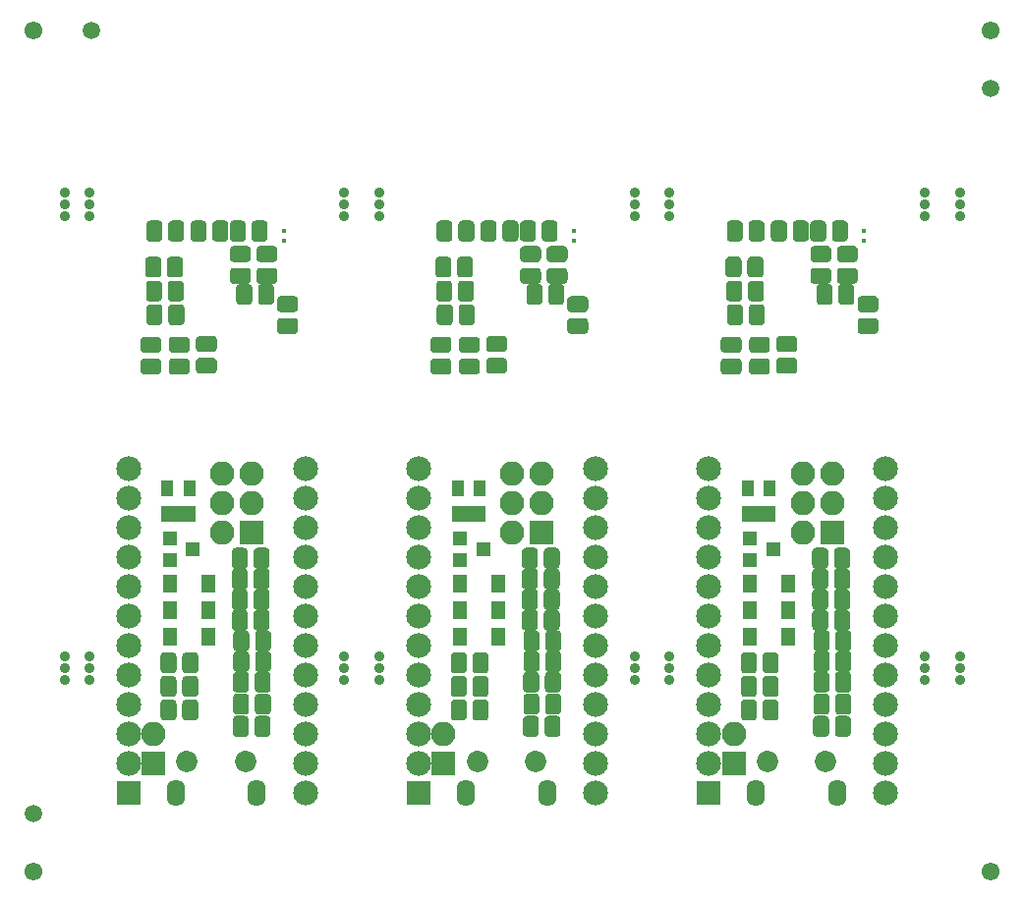
<source format=gbr>
G04 #@! TF.GenerationSoftware,KiCad,Pcbnew,(5.0.0)*
G04 #@! TF.CreationDate,2020-04-28T11:04:28-06:00*
G04 #@! TF.ProjectId,panel,70616E656C2E6B696361645F70636200,rev?*
G04 #@! TF.SameCoordinates,Original*
G04 #@! TF.FileFunction,Soldermask,Bot*
G04 #@! TF.FilePolarity,Negative*
%FSLAX46Y46*%
G04 Gerber Fmt 4.6, Leading zero omitted, Abs format (unit mm)*
G04 Created by KiCad (PCBNEW (5.0.0)) date 04/28/20 11:04:28*
%MOMM*%
%LPD*%
G01*
G04 APERTURE LIST*
%ADD10C,0.908000*%
%ADD11C,0.100000*%
%ADD12C,1.375000*%
%ADD13R,1.050000X1.460000*%
%ADD14R,1.300000X1.600000*%
%ADD15C,0.402000*%
%ADD16R,1.300000X1.200000*%
%ADD17O,2.100000X2.100000*%
%ADD18R,2.100000X2.100000*%
%ADD19C,2.152600*%
%ADD20R,2.152600X2.152600*%
%ADD21O,1.600000X2.300000*%
%ADD22C,1.850000*%
%ADD23C,1.552000*%
%ADD24C,1.500000*%
G04 APERTURE END LIST*
D10*
G04 #@! TO.C,REF\002A\002A*
X114294340Y-86484000D03*
X114294340Y-88516000D03*
X114294340Y-87500000D03*
G04 #@! TD*
G04 #@! TO.C,REF\002A\002A*
X89294340Y-86484000D03*
X89294340Y-88516000D03*
X89294340Y-87500000D03*
G04 #@! TD*
G04 #@! TO.C,REF\002A\002A*
X92300000Y-87500000D03*
X92300000Y-86484000D03*
X92300000Y-88516000D03*
G04 #@! TD*
G04 #@! TO.C,REF\002A\002A*
X67300000Y-87500000D03*
X67300000Y-86484000D03*
X67300000Y-88516000D03*
G04 #@! TD*
G04 #@! TO.C,REF\002A\002A*
X114294340Y-47499999D03*
X114294340Y-48515999D03*
X114294340Y-46483999D03*
G04 #@! TD*
G04 #@! TO.C,REF\002A\002A*
X89294340Y-47499999D03*
X89294340Y-48515999D03*
X89294340Y-46483999D03*
G04 #@! TD*
G04 #@! TO.C,REF\002A\002A*
X92300000Y-48516000D03*
X92300000Y-46484000D03*
X92300000Y-47500000D03*
G04 #@! TD*
G04 #@! TO.C,REF\002A\002A*
X67300000Y-48516000D03*
X67300000Y-46484000D03*
X67300000Y-47500000D03*
G04 #@! TD*
D11*
G04 #@! TO.C,R9*
G36*
X109985283Y-57299395D02*
X110018652Y-57304345D01*
X110051375Y-57312542D01*
X110083137Y-57323906D01*
X110113633Y-57338330D01*
X110142567Y-57355672D01*
X110169663Y-57375768D01*
X110194658Y-57398422D01*
X110217312Y-57423417D01*
X110237408Y-57450513D01*
X110254750Y-57479447D01*
X110269174Y-57509943D01*
X110280538Y-57541705D01*
X110288735Y-57574428D01*
X110293685Y-57607797D01*
X110295340Y-57641490D01*
X110295340Y-58328990D01*
X110293685Y-58362683D01*
X110288735Y-58396052D01*
X110280538Y-58428775D01*
X110269174Y-58460537D01*
X110254750Y-58491033D01*
X110237408Y-58519967D01*
X110217312Y-58547063D01*
X110194658Y-58572058D01*
X110169663Y-58594712D01*
X110142567Y-58614808D01*
X110113633Y-58632150D01*
X110083137Y-58646574D01*
X110051375Y-58657938D01*
X110018652Y-58666135D01*
X109985283Y-58671085D01*
X109951590Y-58672740D01*
X108839090Y-58672740D01*
X108805397Y-58671085D01*
X108772028Y-58666135D01*
X108739305Y-58657938D01*
X108707543Y-58646574D01*
X108677047Y-58632150D01*
X108648113Y-58614808D01*
X108621017Y-58594712D01*
X108596022Y-58572058D01*
X108573368Y-58547063D01*
X108553272Y-58519967D01*
X108535930Y-58491033D01*
X108521506Y-58460537D01*
X108510142Y-58428775D01*
X108501945Y-58396052D01*
X108496995Y-58362683D01*
X108495340Y-58328990D01*
X108495340Y-57641490D01*
X108496995Y-57607797D01*
X108501945Y-57574428D01*
X108510142Y-57541705D01*
X108521506Y-57509943D01*
X108535930Y-57479447D01*
X108553272Y-57450513D01*
X108573368Y-57423417D01*
X108596022Y-57398422D01*
X108621017Y-57375768D01*
X108648113Y-57355672D01*
X108677047Y-57338330D01*
X108707543Y-57323906D01*
X108739305Y-57312542D01*
X108772028Y-57304345D01*
X108805397Y-57299395D01*
X108839090Y-57297740D01*
X109951590Y-57297740D01*
X109985283Y-57299395D01*
X109985283Y-57299395D01*
G37*
D12*
X109395340Y-57985240D03*
D11*
G36*
X109985283Y-55424395D02*
X110018652Y-55429345D01*
X110051375Y-55437542D01*
X110083137Y-55448906D01*
X110113633Y-55463330D01*
X110142567Y-55480672D01*
X110169663Y-55500768D01*
X110194658Y-55523422D01*
X110217312Y-55548417D01*
X110237408Y-55575513D01*
X110254750Y-55604447D01*
X110269174Y-55634943D01*
X110280538Y-55666705D01*
X110288735Y-55699428D01*
X110293685Y-55732797D01*
X110295340Y-55766490D01*
X110295340Y-56453990D01*
X110293685Y-56487683D01*
X110288735Y-56521052D01*
X110280538Y-56553775D01*
X110269174Y-56585537D01*
X110254750Y-56616033D01*
X110237408Y-56644967D01*
X110217312Y-56672063D01*
X110194658Y-56697058D01*
X110169663Y-56719712D01*
X110142567Y-56739808D01*
X110113633Y-56757150D01*
X110083137Y-56771574D01*
X110051375Y-56782938D01*
X110018652Y-56791135D01*
X109985283Y-56796085D01*
X109951590Y-56797740D01*
X108839090Y-56797740D01*
X108805397Y-56796085D01*
X108772028Y-56791135D01*
X108739305Y-56782938D01*
X108707543Y-56771574D01*
X108677047Y-56757150D01*
X108648113Y-56739808D01*
X108621017Y-56719712D01*
X108596022Y-56697058D01*
X108573368Y-56672063D01*
X108553272Y-56644967D01*
X108535930Y-56616033D01*
X108521506Y-56585537D01*
X108510142Y-56553775D01*
X108501945Y-56521052D01*
X108496995Y-56487683D01*
X108495340Y-56453990D01*
X108495340Y-55766490D01*
X108496995Y-55732797D01*
X108501945Y-55699428D01*
X108510142Y-55666705D01*
X108521506Y-55634943D01*
X108535930Y-55604447D01*
X108553272Y-55575513D01*
X108573368Y-55548417D01*
X108596022Y-55523422D01*
X108621017Y-55500768D01*
X108648113Y-55480672D01*
X108677047Y-55463330D01*
X108707543Y-55448906D01*
X108739305Y-55437542D01*
X108772028Y-55429345D01*
X108805397Y-55424395D01*
X108839090Y-55422740D01*
X109951590Y-55422740D01*
X109985283Y-55424395D01*
X109985283Y-55424395D01*
G37*
D12*
X109395340Y-56110240D03*
G04 #@! TD*
D11*
G04 #@! TO.C,R9*
G36*
X84985283Y-57299395D02*
X85018652Y-57304345D01*
X85051375Y-57312542D01*
X85083137Y-57323906D01*
X85113633Y-57338330D01*
X85142567Y-57355672D01*
X85169663Y-57375768D01*
X85194658Y-57398422D01*
X85217312Y-57423417D01*
X85237408Y-57450513D01*
X85254750Y-57479447D01*
X85269174Y-57509943D01*
X85280538Y-57541705D01*
X85288735Y-57574428D01*
X85293685Y-57607797D01*
X85295340Y-57641490D01*
X85295340Y-58328990D01*
X85293685Y-58362683D01*
X85288735Y-58396052D01*
X85280538Y-58428775D01*
X85269174Y-58460537D01*
X85254750Y-58491033D01*
X85237408Y-58519967D01*
X85217312Y-58547063D01*
X85194658Y-58572058D01*
X85169663Y-58594712D01*
X85142567Y-58614808D01*
X85113633Y-58632150D01*
X85083137Y-58646574D01*
X85051375Y-58657938D01*
X85018652Y-58666135D01*
X84985283Y-58671085D01*
X84951590Y-58672740D01*
X83839090Y-58672740D01*
X83805397Y-58671085D01*
X83772028Y-58666135D01*
X83739305Y-58657938D01*
X83707543Y-58646574D01*
X83677047Y-58632150D01*
X83648113Y-58614808D01*
X83621017Y-58594712D01*
X83596022Y-58572058D01*
X83573368Y-58547063D01*
X83553272Y-58519967D01*
X83535930Y-58491033D01*
X83521506Y-58460537D01*
X83510142Y-58428775D01*
X83501945Y-58396052D01*
X83496995Y-58362683D01*
X83495340Y-58328990D01*
X83495340Y-57641490D01*
X83496995Y-57607797D01*
X83501945Y-57574428D01*
X83510142Y-57541705D01*
X83521506Y-57509943D01*
X83535930Y-57479447D01*
X83553272Y-57450513D01*
X83573368Y-57423417D01*
X83596022Y-57398422D01*
X83621017Y-57375768D01*
X83648113Y-57355672D01*
X83677047Y-57338330D01*
X83707543Y-57323906D01*
X83739305Y-57312542D01*
X83772028Y-57304345D01*
X83805397Y-57299395D01*
X83839090Y-57297740D01*
X84951590Y-57297740D01*
X84985283Y-57299395D01*
X84985283Y-57299395D01*
G37*
D12*
X84395340Y-57985240D03*
D11*
G36*
X84985283Y-55424395D02*
X85018652Y-55429345D01*
X85051375Y-55437542D01*
X85083137Y-55448906D01*
X85113633Y-55463330D01*
X85142567Y-55480672D01*
X85169663Y-55500768D01*
X85194658Y-55523422D01*
X85217312Y-55548417D01*
X85237408Y-55575513D01*
X85254750Y-55604447D01*
X85269174Y-55634943D01*
X85280538Y-55666705D01*
X85288735Y-55699428D01*
X85293685Y-55732797D01*
X85295340Y-55766490D01*
X85295340Y-56453990D01*
X85293685Y-56487683D01*
X85288735Y-56521052D01*
X85280538Y-56553775D01*
X85269174Y-56585537D01*
X85254750Y-56616033D01*
X85237408Y-56644967D01*
X85217312Y-56672063D01*
X85194658Y-56697058D01*
X85169663Y-56719712D01*
X85142567Y-56739808D01*
X85113633Y-56757150D01*
X85083137Y-56771574D01*
X85051375Y-56782938D01*
X85018652Y-56791135D01*
X84985283Y-56796085D01*
X84951590Y-56797740D01*
X83839090Y-56797740D01*
X83805397Y-56796085D01*
X83772028Y-56791135D01*
X83739305Y-56782938D01*
X83707543Y-56771574D01*
X83677047Y-56757150D01*
X83648113Y-56739808D01*
X83621017Y-56719712D01*
X83596022Y-56697058D01*
X83573368Y-56672063D01*
X83553272Y-56644967D01*
X83535930Y-56616033D01*
X83521506Y-56585537D01*
X83510142Y-56553775D01*
X83501945Y-56521052D01*
X83496995Y-56487683D01*
X83495340Y-56453990D01*
X83495340Y-55766490D01*
X83496995Y-55732797D01*
X83501945Y-55699428D01*
X83510142Y-55666705D01*
X83521506Y-55634943D01*
X83535930Y-55604447D01*
X83553272Y-55575513D01*
X83573368Y-55548417D01*
X83596022Y-55523422D01*
X83621017Y-55500768D01*
X83648113Y-55480672D01*
X83677047Y-55463330D01*
X83707543Y-55448906D01*
X83739305Y-55437542D01*
X83772028Y-55429345D01*
X83805397Y-55424395D01*
X83839090Y-55422740D01*
X84951590Y-55422740D01*
X84985283Y-55424395D01*
X84985283Y-55424395D01*
G37*
D12*
X84395340Y-56110240D03*
G04 #@! TD*
D11*
G04 #@! TO.C,D6*
G36*
X107535283Y-82438395D02*
X107568652Y-82443345D01*
X107601375Y-82451542D01*
X107633137Y-82462906D01*
X107663633Y-82477330D01*
X107692567Y-82494672D01*
X107719663Y-82514768D01*
X107744658Y-82537422D01*
X107767312Y-82562417D01*
X107787408Y-82589513D01*
X107804750Y-82618447D01*
X107819174Y-82648943D01*
X107830538Y-82680705D01*
X107838735Y-82713428D01*
X107843685Y-82746797D01*
X107845340Y-82780490D01*
X107845340Y-83892990D01*
X107843685Y-83926683D01*
X107838735Y-83960052D01*
X107830538Y-83992775D01*
X107819174Y-84024537D01*
X107804750Y-84055033D01*
X107787408Y-84083967D01*
X107767312Y-84111063D01*
X107744658Y-84136058D01*
X107719663Y-84158712D01*
X107692567Y-84178808D01*
X107663633Y-84196150D01*
X107633137Y-84210574D01*
X107601375Y-84221938D01*
X107568652Y-84230135D01*
X107535283Y-84235085D01*
X107501590Y-84236740D01*
X106814090Y-84236740D01*
X106780397Y-84235085D01*
X106747028Y-84230135D01*
X106714305Y-84221938D01*
X106682543Y-84210574D01*
X106652047Y-84196150D01*
X106623113Y-84178808D01*
X106596017Y-84158712D01*
X106571022Y-84136058D01*
X106548368Y-84111063D01*
X106528272Y-84083967D01*
X106510930Y-84055033D01*
X106496506Y-84024537D01*
X106485142Y-83992775D01*
X106476945Y-83960052D01*
X106471995Y-83926683D01*
X106470340Y-83892990D01*
X106470340Y-82780490D01*
X106471995Y-82746797D01*
X106476945Y-82713428D01*
X106485142Y-82680705D01*
X106496506Y-82648943D01*
X106510930Y-82618447D01*
X106528272Y-82589513D01*
X106548368Y-82562417D01*
X106571022Y-82537422D01*
X106596017Y-82514768D01*
X106623113Y-82494672D01*
X106652047Y-82477330D01*
X106682543Y-82462906D01*
X106714305Y-82451542D01*
X106747028Y-82443345D01*
X106780397Y-82438395D01*
X106814090Y-82436740D01*
X107501590Y-82436740D01*
X107535283Y-82438395D01*
X107535283Y-82438395D01*
G37*
D12*
X107157840Y-83336740D03*
D11*
G36*
X105660283Y-82438395D02*
X105693652Y-82443345D01*
X105726375Y-82451542D01*
X105758137Y-82462906D01*
X105788633Y-82477330D01*
X105817567Y-82494672D01*
X105844663Y-82514768D01*
X105869658Y-82537422D01*
X105892312Y-82562417D01*
X105912408Y-82589513D01*
X105929750Y-82618447D01*
X105944174Y-82648943D01*
X105955538Y-82680705D01*
X105963735Y-82713428D01*
X105968685Y-82746797D01*
X105970340Y-82780490D01*
X105970340Y-83892990D01*
X105968685Y-83926683D01*
X105963735Y-83960052D01*
X105955538Y-83992775D01*
X105944174Y-84024537D01*
X105929750Y-84055033D01*
X105912408Y-84083967D01*
X105892312Y-84111063D01*
X105869658Y-84136058D01*
X105844663Y-84158712D01*
X105817567Y-84178808D01*
X105788633Y-84196150D01*
X105758137Y-84210574D01*
X105726375Y-84221938D01*
X105693652Y-84230135D01*
X105660283Y-84235085D01*
X105626590Y-84236740D01*
X104939090Y-84236740D01*
X104905397Y-84235085D01*
X104872028Y-84230135D01*
X104839305Y-84221938D01*
X104807543Y-84210574D01*
X104777047Y-84196150D01*
X104748113Y-84178808D01*
X104721017Y-84158712D01*
X104696022Y-84136058D01*
X104673368Y-84111063D01*
X104653272Y-84083967D01*
X104635930Y-84055033D01*
X104621506Y-84024537D01*
X104610142Y-83992775D01*
X104601945Y-83960052D01*
X104596995Y-83926683D01*
X104595340Y-83892990D01*
X104595340Y-82780490D01*
X104596995Y-82746797D01*
X104601945Y-82713428D01*
X104610142Y-82680705D01*
X104621506Y-82648943D01*
X104635930Y-82618447D01*
X104653272Y-82589513D01*
X104673368Y-82562417D01*
X104696022Y-82537422D01*
X104721017Y-82514768D01*
X104748113Y-82494672D01*
X104777047Y-82477330D01*
X104807543Y-82462906D01*
X104839305Y-82451542D01*
X104872028Y-82443345D01*
X104905397Y-82438395D01*
X104939090Y-82436740D01*
X105626590Y-82436740D01*
X105660283Y-82438395D01*
X105660283Y-82438395D01*
G37*
D12*
X105282840Y-83336740D03*
G04 #@! TD*
D11*
G04 #@! TO.C,D6*
G36*
X82535283Y-82438395D02*
X82568652Y-82443345D01*
X82601375Y-82451542D01*
X82633137Y-82462906D01*
X82663633Y-82477330D01*
X82692567Y-82494672D01*
X82719663Y-82514768D01*
X82744658Y-82537422D01*
X82767312Y-82562417D01*
X82787408Y-82589513D01*
X82804750Y-82618447D01*
X82819174Y-82648943D01*
X82830538Y-82680705D01*
X82838735Y-82713428D01*
X82843685Y-82746797D01*
X82845340Y-82780490D01*
X82845340Y-83892990D01*
X82843685Y-83926683D01*
X82838735Y-83960052D01*
X82830538Y-83992775D01*
X82819174Y-84024537D01*
X82804750Y-84055033D01*
X82787408Y-84083967D01*
X82767312Y-84111063D01*
X82744658Y-84136058D01*
X82719663Y-84158712D01*
X82692567Y-84178808D01*
X82663633Y-84196150D01*
X82633137Y-84210574D01*
X82601375Y-84221938D01*
X82568652Y-84230135D01*
X82535283Y-84235085D01*
X82501590Y-84236740D01*
X81814090Y-84236740D01*
X81780397Y-84235085D01*
X81747028Y-84230135D01*
X81714305Y-84221938D01*
X81682543Y-84210574D01*
X81652047Y-84196150D01*
X81623113Y-84178808D01*
X81596017Y-84158712D01*
X81571022Y-84136058D01*
X81548368Y-84111063D01*
X81528272Y-84083967D01*
X81510930Y-84055033D01*
X81496506Y-84024537D01*
X81485142Y-83992775D01*
X81476945Y-83960052D01*
X81471995Y-83926683D01*
X81470340Y-83892990D01*
X81470340Y-82780490D01*
X81471995Y-82746797D01*
X81476945Y-82713428D01*
X81485142Y-82680705D01*
X81496506Y-82648943D01*
X81510930Y-82618447D01*
X81528272Y-82589513D01*
X81548368Y-82562417D01*
X81571022Y-82537422D01*
X81596017Y-82514768D01*
X81623113Y-82494672D01*
X81652047Y-82477330D01*
X81682543Y-82462906D01*
X81714305Y-82451542D01*
X81747028Y-82443345D01*
X81780397Y-82438395D01*
X81814090Y-82436740D01*
X82501590Y-82436740D01*
X82535283Y-82438395D01*
X82535283Y-82438395D01*
G37*
D12*
X82157840Y-83336740D03*
D11*
G36*
X80660283Y-82438395D02*
X80693652Y-82443345D01*
X80726375Y-82451542D01*
X80758137Y-82462906D01*
X80788633Y-82477330D01*
X80817567Y-82494672D01*
X80844663Y-82514768D01*
X80869658Y-82537422D01*
X80892312Y-82562417D01*
X80912408Y-82589513D01*
X80929750Y-82618447D01*
X80944174Y-82648943D01*
X80955538Y-82680705D01*
X80963735Y-82713428D01*
X80968685Y-82746797D01*
X80970340Y-82780490D01*
X80970340Y-83892990D01*
X80968685Y-83926683D01*
X80963735Y-83960052D01*
X80955538Y-83992775D01*
X80944174Y-84024537D01*
X80929750Y-84055033D01*
X80912408Y-84083967D01*
X80892312Y-84111063D01*
X80869658Y-84136058D01*
X80844663Y-84158712D01*
X80817567Y-84178808D01*
X80788633Y-84196150D01*
X80758137Y-84210574D01*
X80726375Y-84221938D01*
X80693652Y-84230135D01*
X80660283Y-84235085D01*
X80626590Y-84236740D01*
X79939090Y-84236740D01*
X79905397Y-84235085D01*
X79872028Y-84230135D01*
X79839305Y-84221938D01*
X79807543Y-84210574D01*
X79777047Y-84196150D01*
X79748113Y-84178808D01*
X79721017Y-84158712D01*
X79696022Y-84136058D01*
X79673368Y-84111063D01*
X79653272Y-84083967D01*
X79635930Y-84055033D01*
X79621506Y-84024537D01*
X79610142Y-83992775D01*
X79601945Y-83960052D01*
X79596995Y-83926683D01*
X79595340Y-83892990D01*
X79595340Y-82780490D01*
X79596995Y-82746797D01*
X79601945Y-82713428D01*
X79610142Y-82680705D01*
X79621506Y-82648943D01*
X79635930Y-82618447D01*
X79653272Y-82589513D01*
X79673368Y-82562417D01*
X79696022Y-82537422D01*
X79721017Y-82514768D01*
X79748113Y-82494672D01*
X79777047Y-82477330D01*
X79807543Y-82462906D01*
X79839305Y-82451542D01*
X79872028Y-82443345D01*
X79905397Y-82438395D01*
X79939090Y-82436740D01*
X80626590Y-82436740D01*
X80660283Y-82438395D01*
X80660283Y-82438395D01*
G37*
D12*
X80282840Y-83336740D03*
G04 #@! TD*
D11*
G04 #@! TO.C,R8*
G36*
X106041283Y-54371395D02*
X106074652Y-54376345D01*
X106107375Y-54384542D01*
X106139137Y-54395906D01*
X106169633Y-54410330D01*
X106198567Y-54427672D01*
X106225663Y-54447768D01*
X106250658Y-54470422D01*
X106273312Y-54495417D01*
X106293408Y-54522513D01*
X106310750Y-54551447D01*
X106325174Y-54581943D01*
X106336538Y-54613705D01*
X106344735Y-54646428D01*
X106349685Y-54679797D01*
X106351340Y-54713490D01*
X106351340Y-55825990D01*
X106349685Y-55859683D01*
X106344735Y-55893052D01*
X106336538Y-55925775D01*
X106325174Y-55957537D01*
X106310750Y-55988033D01*
X106293408Y-56016967D01*
X106273312Y-56044063D01*
X106250658Y-56069058D01*
X106225663Y-56091712D01*
X106198567Y-56111808D01*
X106169633Y-56129150D01*
X106139137Y-56143574D01*
X106107375Y-56154938D01*
X106074652Y-56163135D01*
X106041283Y-56168085D01*
X106007590Y-56169740D01*
X105320090Y-56169740D01*
X105286397Y-56168085D01*
X105253028Y-56163135D01*
X105220305Y-56154938D01*
X105188543Y-56143574D01*
X105158047Y-56129150D01*
X105129113Y-56111808D01*
X105102017Y-56091712D01*
X105077022Y-56069058D01*
X105054368Y-56044063D01*
X105034272Y-56016967D01*
X105016930Y-55988033D01*
X105002506Y-55957537D01*
X104991142Y-55925775D01*
X104982945Y-55893052D01*
X104977995Y-55859683D01*
X104976340Y-55825990D01*
X104976340Y-54713490D01*
X104977995Y-54679797D01*
X104982945Y-54646428D01*
X104991142Y-54613705D01*
X105002506Y-54581943D01*
X105016930Y-54551447D01*
X105034272Y-54522513D01*
X105054368Y-54495417D01*
X105077022Y-54470422D01*
X105102017Y-54447768D01*
X105129113Y-54427672D01*
X105158047Y-54410330D01*
X105188543Y-54395906D01*
X105220305Y-54384542D01*
X105253028Y-54376345D01*
X105286397Y-54371395D01*
X105320090Y-54369740D01*
X106007590Y-54369740D01*
X106041283Y-54371395D01*
X106041283Y-54371395D01*
G37*
D12*
X105663840Y-55269740D03*
D11*
G36*
X107916283Y-54371395D02*
X107949652Y-54376345D01*
X107982375Y-54384542D01*
X108014137Y-54395906D01*
X108044633Y-54410330D01*
X108073567Y-54427672D01*
X108100663Y-54447768D01*
X108125658Y-54470422D01*
X108148312Y-54495417D01*
X108168408Y-54522513D01*
X108185750Y-54551447D01*
X108200174Y-54581943D01*
X108211538Y-54613705D01*
X108219735Y-54646428D01*
X108224685Y-54679797D01*
X108226340Y-54713490D01*
X108226340Y-55825990D01*
X108224685Y-55859683D01*
X108219735Y-55893052D01*
X108211538Y-55925775D01*
X108200174Y-55957537D01*
X108185750Y-55988033D01*
X108168408Y-56016967D01*
X108148312Y-56044063D01*
X108125658Y-56069058D01*
X108100663Y-56091712D01*
X108073567Y-56111808D01*
X108044633Y-56129150D01*
X108014137Y-56143574D01*
X107982375Y-56154938D01*
X107949652Y-56163135D01*
X107916283Y-56168085D01*
X107882590Y-56169740D01*
X107195090Y-56169740D01*
X107161397Y-56168085D01*
X107128028Y-56163135D01*
X107095305Y-56154938D01*
X107063543Y-56143574D01*
X107033047Y-56129150D01*
X107004113Y-56111808D01*
X106977017Y-56091712D01*
X106952022Y-56069058D01*
X106929368Y-56044063D01*
X106909272Y-56016967D01*
X106891930Y-55988033D01*
X106877506Y-55957537D01*
X106866142Y-55925775D01*
X106857945Y-55893052D01*
X106852995Y-55859683D01*
X106851340Y-55825990D01*
X106851340Y-54713490D01*
X106852995Y-54679797D01*
X106857945Y-54646428D01*
X106866142Y-54613705D01*
X106877506Y-54581943D01*
X106891930Y-54551447D01*
X106909272Y-54522513D01*
X106929368Y-54495417D01*
X106952022Y-54470422D01*
X106977017Y-54447768D01*
X107004113Y-54427672D01*
X107033047Y-54410330D01*
X107063543Y-54395906D01*
X107095305Y-54384542D01*
X107128028Y-54376345D01*
X107161397Y-54371395D01*
X107195090Y-54369740D01*
X107882590Y-54369740D01*
X107916283Y-54371395D01*
X107916283Y-54371395D01*
G37*
D12*
X107538840Y-55269740D03*
G04 #@! TD*
D11*
G04 #@! TO.C,R8*
G36*
X81041283Y-54371395D02*
X81074652Y-54376345D01*
X81107375Y-54384542D01*
X81139137Y-54395906D01*
X81169633Y-54410330D01*
X81198567Y-54427672D01*
X81225663Y-54447768D01*
X81250658Y-54470422D01*
X81273312Y-54495417D01*
X81293408Y-54522513D01*
X81310750Y-54551447D01*
X81325174Y-54581943D01*
X81336538Y-54613705D01*
X81344735Y-54646428D01*
X81349685Y-54679797D01*
X81351340Y-54713490D01*
X81351340Y-55825990D01*
X81349685Y-55859683D01*
X81344735Y-55893052D01*
X81336538Y-55925775D01*
X81325174Y-55957537D01*
X81310750Y-55988033D01*
X81293408Y-56016967D01*
X81273312Y-56044063D01*
X81250658Y-56069058D01*
X81225663Y-56091712D01*
X81198567Y-56111808D01*
X81169633Y-56129150D01*
X81139137Y-56143574D01*
X81107375Y-56154938D01*
X81074652Y-56163135D01*
X81041283Y-56168085D01*
X81007590Y-56169740D01*
X80320090Y-56169740D01*
X80286397Y-56168085D01*
X80253028Y-56163135D01*
X80220305Y-56154938D01*
X80188543Y-56143574D01*
X80158047Y-56129150D01*
X80129113Y-56111808D01*
X80102017Y-56091712D01*
X80077022Y-56069058D01*
X80054368Y-56044063D01*
X80034272Y-56016967D01*
X80016930Y-55988033D01*
X80002506Y-55957537D01*
X79991142Y-55925775D01*
X79982945Y-55893052D01*
X79977995Y-55859683D01*
X79976340Y-55825990D01*
X79976340Y-54713490D01*
X79977995Y-54679797D01*
X79982945Y-54646428D01*
X79991142Y-54613705D01*
X80002506Y-54581943D01*
X80016930Y-54551447D01*
X80034272Y-54522513D01*
X80054368Y-54495417D01*
X80077022Y-54470422D01*
X80102017Y-54447768D01*
X80129113Y-54427672D01*
X80158047Y-54410330D01*
X80188543Y-54395906D01*
X80220305Y-54384542D01*
X80253028Y-54376345D01*
X80286397Y-54371395D01*
X80320090Y-54369740D01*
X81007590Y-54369740D01*
X81041283Y-54371395D01*
X81041283Y-54371395D01*
G37*
D12*
X80663840Y-55269740D03*
D11*
G36*
X82916283Y-54371395D02*
X82949652Y-54376345D01*
X82982375Y-54384542D01*
X83014137Y-54395906D01*
X83044633Y-54410330D01*
X83073567Y-54427672D01*
X83100663Y-54447768D01*
X83125658Y-54470422D01*
X83148312Y-54495417D01*
X83168408Y-54522513D01*
X83185750Y-54551447D01*
X83200174Y-54581943D01*
X83211538Y-54613705D01*
X83219735Y-54646428D01*
X83224685Y-54679797D01*
X83226340Y-54713490D01*
X83226340Y-55825990D01*
X83224685Y-55859683D01*
X83219735Y-55893052D01*
X83211538Y-55925775D01*
X83200174Y-55957537D01*
X83185750Y-55988033D01*
X83168408Y-56016967D01*
X83148312Y-56044063D01*
X83125658Y-56069058D01*
X83100663Y-56091712D01*
X83073567Y-56111808D01*
X83044633Y-56129150D01*
X83014137Y-56143574D01*
X82982375Y-56154938D01*
X82949652Y-56163135D01*
X82916283Y-56168085D01*
X82882590Y-56169740D01*
X82195090Y-56169740D01*
X82161397Y-56168085D01*
X82128028Y-56163135D01*
X82095305Y-56154938D01*
X82063543Y-56143574D01*
X82033047Y-56129150D01*
X82004113Y-56111808D01*
X81977017Y-56091712D01*
X81952022Y-56069058D01*
X81929368Y-56044063D01*
X81909272Y-56016967D01*
X81891930Y-55988033D01*
X81877506Y-55957537D01*
X81866142Y-55925775D01*
X81857945Y-55893052D01*
X81852995Y-55859683D01*
X81851340Y-55825990D01*
X81851340Y-54713490D01*
X81852995Y-54679797D01*
X81857945Y-54646428D01*
X81866142Y-54613705D01*
X81877506Y-54581943D01*
X81891930Y-54551447D01*
X81909272Y-54522513D01*
X81929368Y-54495417D01*
X81952022Y-54470422D01*
X81977017Y-54447768D01*
X82004113Y-54427672D01*
X82033047Y-54410330D01*
X82063543Y-54395906D01*
X82095305Y-54384542D01*
X82128028Y-54376345D01*
X82161397Y-54371395D01*
X82195090Y-54369740D01*
X82882590Y-54369740D01*
X82916283Y-54371395D01*
X82916283Y-54371395D01*
G37*
D12*
X82538840Y-55269740D03*
G04 #@! TD*
D13*
G04 #@! TO.C,U3*
X100947340Y-71949740D03*
X99047340Y-71949740D03*
X99047340Y-74149740D03*
X99997340Y-74149740D03*
X100947340Y-74149740D03*
G04 #@! TD*
G04 #@! TO.C,U3*
X75947340Y-71949740D03*
X74047340Y-71949740D03*
X74047340Y-74149740D03*
X74997340Y-74149740D03*
X75947340Y-74149740D03*
G04 #@! TD*
D11*
G04 #@! TO.C,D4*
G36*
X105921283Y-52981395D02*
X105954652Y-52986345D01*
X105987375Y-52994542D01*
X106019137Y-53005906D01*
X106049633Y-53020330D01*
X106078567Y-53037672D01*
X106105663Y-53057768D01*
X106130658Y-53080422D01*
X106153312Y-53105417D01*
X106173408Y-53132513D01*
X106190750Y-53161447D01*
X106205174Y-53191943D01*
X106216538Y-53223705D01*
X106224735Y-53256428D01*
X106229685Y-53289797D01*
X106231340Y-53323490D01*
X106231340Y-54010990D01*
X106229685Y-54044683D01*
X106224735Y-54078052D01*
X106216538Y-54110775D01*
X106205174Y-54142537D01*
X106190750Y-54173033D01*
X106173408Y-54201967D01*
X106153312Y-54229063D01*
X106130658Y-54254058D01*
X106105663Y-54276712D01*
X106078567Y-54296808D01*
X106049633Y-54314150D01*
X106019137Y-54328574D01*
X105987375Y-54339938D01*
X105954652Y-54348135D01*
X105921283Y-54353085D01*
X105887590Y-54354740D01*
X104775090Y-54354740D01*
X104741397Y-54353085D01*
X104708028Y-54348135D01*
X104675305Y-54339938D01*
X104643543Y-54328574D01*
X104613047Y-54314150D01*
X104584113Y-54296808D01*
X104557017Y-54276712D01*
X104532022Y-54254058D01*
X104509368Y-54229063D01*
X104489272Y-54201967D01*
X104471930Y-54173033D01*
X104457506Y-54142537D01*
X104446142Y-54110775D01*
X104437945Y-54078052D01*
X104432995Y-54044683D01*
X104431340Y-54010990D01*
X104431340Y-53323490D01*
X104432995Y-53289797D01*
X104437945Y-53256428D01*
X104446142Y-53223705D01*
X104457506Y-53191943D01*
X104471930Y-53161447D01*
X104489272Y-53132513D01*
X104509368Y-53105417D01*
X104532022Y-53080422D01*
X104557017Y-53057768D01*
X104584113Y-53037672D01*
X104613047Y-53020330D01*
X104643543Y-53005906D01*
X104675305Y-52994542D01*
X104708028Y-52986345D01*
X104741397Y-52981395D01*
X104775090Y-52979740D01*
X105887590Y-52979740D01*
X105921283Y-52981395D01*
X105921283Y-52981395D01*
G37*
D12*
X105331340Y-53667240D03*
D11*
G36*
X105921283Y-51106395D02*
X105954652Y-51111345D01*
X105987375Y-51119542D01*
X106019137Y-51130906D01*
X106049633Y-51145330D01*
X106078567Y-51162672D01*
X106105663Y-51182768D01*
X106130658Y-51205422D01*
X106153312Y-51230417D01*
X106173408Y-51257513D01*
X106190750Y-51286447D01*
X106205174Y-51316943D01*
X106216538Y-51348705D01*
X106224735Y-51381428D01*
X106229685Y-51414797D01*
X106231340Y-51448490D01*
X106231340Y-52135990D01*
X106229685Y-52169683D01*
X106224735Y-52203052D01*
X106216538Y-52235775D01*
X106205174Y-52267537D01*
X106190750Y-52298033D01*
X106173408Y-52326967D01*
X106153312Y-52354063D01*
X106130658Y-52379058D01*
X106105663Y-52401712D01*
X106078567Y-52421808D01*
X106049633Y-52439150D01*
X106019137Y-52453574D01*
X105987375Y-52464938D01*
X105954652Y-52473135D01*
X105921283Y-52478085D01*
X105887590Y-52479740D01*
X104775090Y-52479740D01*
X104741397Y-52478085D01*
X104708028Y-52473135D01*
X104675305Y-52464938D01*
X104643543Y-52453574D01*
X104613047Y-52439150D01*
X104584113Y-52421808D01*
X104557017Y-52401712D01*
X104532022Y-52379058D01*
X104509368Y-52354063D01*
X104489272Y-52326967D01*
X104471930Y-52298033D01*
X104457506Y-52267537D01*
X104446142Y-52235775D01*
X104437945Y-52203052D01*
X104432995Y-52169683D01*
X104431340Y-52135990D01*
X104431340Y-51448490D01*
X104432995Y-51414797D01*
X104437945Y-51381428D01*
X104446142Y-51348705D01*
X104457506Y-51316943D01*
X104471930Y-51286447D01*
X104489272Y-51257513D01*
X104509368Y-51230417D01*
X104532022Y-51205422D01*
X104557017Y-51182768D01*
X104584113Y-51162672D01*
X104613047Y-51145330D01*
X104643543Y-51130906D01*
X104675305Y-51119542D01*
X104708028Y-51111345D01*
X104741397Y-51106395D01*
X104775090Y-51104740D01*
X105887590Y-51104740D01*
X105921283Y-51106395D01*
X105921283Y-51106395D01*
G37*
D12*
X105331340Y-51792240D03*
G04 #@! TD*
D11*
G04 #@! TO.C,D4*
G36*
X80921283Y-52981395D02*
X80954652Y-52986345D01*
X80987375Y-52994542D01*
X81019137Y-53005906D01*
X81049633Y-53020330D01*
X81078567Y-53037672D01*
X81105663Y-53057768D01*
X81130658Y-53080422D01*
X81153312Y-53105417D01*
X81173408Y-53132513D01*
X81190750Y-53161447D01*
X81205174Y-53191943D01*
X81216538Y-53223705D01*
X81224735Y-53256428D01*
X81229685Y-53289797D01*
X81231340Y-53323490D01*
X81231340Y-54010990D01*
X81229685Y-54044683D01*
X81224735Y-54078052D01*
X81216538Y-54110775D01*
X81205174Y-54142537D01*
X81190750Y-54173033D01*
X81173408Y-54201967D01*
X81153312Y-54229063D01*
X81130658Y-54254058D01*
X81105663Y-54276712D01*
X81078567Y-54296808D01*
X81049633Y-54314150D01*
X81019137Y-54328574D01*
X80987375Y-54339938D01*
X80954652Y-54348135D01*
X80921283Y-54353085D01*
X80887590Y-54354740D01*
X79775090Y-54354740D01*
X79741397Y-54353085D01*
X79708028Y-54348135D01*
X79675305Y-54339938D01*
X79643543Y-54328574D01*
X79613047Y-54314150D01*
X79584113Y-54296808D01*
X79557017Y-54276712D01*
X79532022Y-54254058D01*
X79509368Y-54229063D01*
X79489272Y-54201967D01*
X79471930Y-54173033D01*
X79457506Y-54142537D01*
X79446142Y-54110775D01*
X79437945Y-54078052D01*
X79432995Y-54044683D01*
X79431340Y-54010990D01*
X79431340Y-53323490D01*
X79432995Y-53289797D01*
X79437945Y-53256428D01*
X79446142Y-53223705D01*
X79457506Y-53191943D01*
X79471930Y-53161447D01*
X79489272Y-53132513D01*
X79509368Y-53105417D01*
X79532022Y-53080422D01*
X79557017Y-53057768D01*
X79584113Y-53037672D01*
X79613047Y-53020330D01*
X79643543Y-53005906D01*
X79675305Y-52994542D01*
X79708028Y-52986345D01*
X79741397Y-52981395D01*
X79775090Y-52979740D01*
X80887590Y-52979740D01*
X80921283Y-52981395D01*
X80921283Y-52981395D01*
G37*
D12*
X80331340Y-53667240D03*
D11*
G36*
X80921283Y-51106395D02*
X80954652Y-51111345D01*
X80987375Y-51119542D01*
X81019137Y-51130906D01*
X81049633Y-51145330D01*
X81078567Y-51162672D01*
X81105663Y-51182768D01*
X81130658Y-51205422D01*
X81153312Y-51230417D01*
X81173408Y-51257513D01*
X81190750Y-51286447D01*
X81205174Y-51316943D01*
X81216538Y-51348705D01*
X81224735Y-51381428D01*
X81229685Y-51414797D01*
X81231340Y-51448490D01*
X81231340Y-52135990D01*
X81229685Y-52169683D01*
X81224735Y-52203052D01*
X81216538Y-52235775D01*
X81205174Y-52267537D01*
X81190750Y-52298033D01*
X81173408Y-52326967D01*
X81153312Y-52354063D01*
X81130658Y-52379058D01*
X81105663Y-52401712D01*
X81078567Y-52421808D01*
X81049633Y-52439150D01*
X81019137Y-52453574D01*
X80987375Y-52464938D01*
X80954652Y-52473135D01*
X80921283Y-52478085D01*
X80887590Y-52479740D01*
X79775090Y-52479740D01*
X79741397Y-52478085D01*
X79708028Y-52473135D01*
X79675305Y-52464938D01*
X79643543Y-52453574D01*
X79613047Y-52439150D01*
X79584113Y-52421808D01*
X79557017Y-52401712D01*
X79532022Y-52379058D01*
X79509368Y-52354063D01*
X79489272Y-52326967D01*
X79471930Y-52298033D01*
X79457506Y-52267537D01*
X79446142Y-52235775D01*
X79437945Y-52203052D01*
X79432995Y-52169683D01*
X79431340Y-52135990D01*
X79431340Y-51448490D01*
X79432995Y-51414797D01*
X79437945Y-51381428D01*
X79446142Y-51348705D01*
X79457506Y-51316943D01*
X79471930Y-51286447D01*
X79489272Y-51257513D01*
X79509368Y-51230417D01*
X79532022Y-51205422D01*
X79557017Y-51182768D01*
X79584113Y-51162672D01*
X79613047Y-51145330D01*
X79643543Y-51130906D01*
X79675305Y-51119542D01*
X79708028Y-51111345D01*
X79741397Y-51106395D01*
X79775090Y-51104740D01*
X80887590Y-51104740D01*
X80921283Y-51106395D01*
X80921283Y-51106395D01*
G37*
D12*
X80331340Y-51792240D03*
G04 #@! TD*
D11*
G04 #@! TO.C,R10*
G36*
X107662283Y-84216395D02*
X107695652Y-84221345D01*
X107728375Y-84229542D01*
X107760137Y-84240906D01*
X107790633Y-84255330D01*
X107819567Y-84272672D01*
X107846663Y-84292768D01*
X107871658Y-84315422D01*
X107894312Y-84340417D01*
X107914408Y-84367513D01*
X107931750Y-84396447D01*
X107946174Y-84426943D01*
X107957538Y-84458705D01*
X107965735Y-84491428D01*
X107970685Y-84524797D01*
X107972340Y-84558490D01*
X107972340Y-85670990D01*
X107970685Y-85704683D01*
X107965735Y-85738052D01*
X107957538Y-85770775D01*
X107946174Y-85802537D01*
X107931750Y-85833033D01*
X107914408Y-85861967D01*
X107894312Y-85889063D01*
X107871658Y-85914058D01*
X107846663Y-85936712D01*
X107819567Y-85956808D01*
X107790633Y-85974150D01*
X107760137Y-85988574D01*
X107728375Y-85999938D01*
X107695652Y-86008135D01*
X107662283Y-86013085D01*
X107628590Y-86014740D01*
X106941090Y-86014740D01*
X106907397Y-86013085D01*
X106874028Y-86008135D01*
X106841305Y-85999938D01*
X106809543Y-85988574D01*
X106779047Y-85974150D01*
X106750113Y-85956808D01*
X106723017Y-85936712D01*
X106698022Y-85914058D01*
X106675368Y-85889063D01*
X106655272Y-85861967D01*
X106637930Y-85833033D01*
X106623506Y-85802537D01*
X106612142Y-85770775D01*
X106603945Y-85738052D01*
X106598995Y-85704683D01*
X106597340Y-85670990D01*
X106597340Y-84558490D01*
X106598995Y-84524797D01*
X106603945Y-84491428D01*
X106612142Y-84458705D01*
X106623506Y-84426943D01*
X106637930Y-84396447D01*
X106655272Y-84367513D01*
X106675368Y-84340417D01*
X106698022Y-84315422D01*
X106723017Y-84292768D01*
X106750113Y-84272672D01*
X106779047Y-84255330D01*
X106809543Y-84240906D01*
X106841305Y-84229542D01*
X106874028Y-84221345D01*
X106907397Y-84216395D01*
X106941090Y-84214740D01*
X107628590Y-84214740D01*
X107662283Y-84216395D01*
X107662283Y-84216395D01*
G37*
D12*
X107284840Y-85114740D03*
D11*
G36*
X105787283Y-84216395D02*
X105820652Y-84221345D01*
X105853375Y-84229542D01*
X105885137Y-84240906D01*
X105915633Y-84255330D01*
X105944567Y-84272672D01*
X105971663Y-84292768D01*
X105996658Y-84315422D01*
X106019312Y-84340417D01*
X106039408Y-84367513D01*
X106056750Y-84396447D01*
X106071174Y-84426943D01*
X106082538Y-84458705D01*
X106090735Y-84491428D01*
X106095685Y-84524797D01*
X106097340Y-84558490D01*
X106097340Y-85670990D01*
X106095685Y-85704683D01*
X106090735Y-85738052D01*
X106082538Y-85770775D01*
X106071174Y-85802537D01*
X106056750Y-85833033D01*
X106039408Y-85861967D01*
X106019312Y-85889063D01*
X105996658Y-85914058D01*
X105971663Y-85936712D01*
X105944567Y-85956808D01*
X105915633Y-85974150D01*
X105885137Y-85988574D01*
X105853375Y-85999938D01*
X105820652Y-86008135D01*
X105787283Y-86013085D01*
X105753590Y-86014740D01*
X105066090Y-86014740D01*
X105032397Y-86013085D01*
X104999028Y-86008135D01*
X104966305Y-85999938D01*
X104934543Y-85988574D01*
X104904047Y-85974150D01*
X104875113Y-85956808D01*
X104848017Y-85936712D01*
X104823022Y-85914058D01*
X104800368Y-85889063D01*
X104780272Y-85861967D01*
X104762930Y-85833033D01*
X104748506Y-85802537D01*
X104737142Y-85770775D01*
X104728945Y-85738052D01*
X104723995Y-85704683D01*
X104722340Y-85670990D01*
X104722340Y-84558490D01*
X104723995Y-84524797D01*
X104728945Y-84491428D01*
X104737142Y-84458705D01*
X104748506Y-84426943D01*
X104762930Y-84396447D01*
X104780272Y-84367513D01*
X104800368Y-84340417D01*
X104823022Y-84315422D01*
X104848017Y-84292768D01*
X104875113Y-84272672D01*
X104904047Y-84255330D01*
X104934543Y-84240906D01*
X104966305Y-84229542D01*
X104999028Y-84221345D01*
X105032397Y-84216395D01*
X105066090Y-84214740D01*
X105753590Y-84214740D01*
X105787283Y-84216395D01*
X105787283Y-84216395D01*
G37*
D12*
X105409840Y-85114740D03*
G04 #@! TD*
D11*
G04 #@! TO.C,R10*
G36*
X82662283Y-84216395D02*
X82695652Y-84221345D01*
X82728375Y-84229542D01*
X82760137Y-84240906D01*
X82790633Y-84255330D01*
X82819567Y-84272672D01*
X82846663Y-84292768D01*
X82871658Y-84315422D01*
X82894312Y-84340417D01*
X82914408Y-84367513D01*
X82931750Y-84396447D01*
X82946174Y-84426943D01*
X82957538Y-84458705D01*
X82965735Y-84491428D01*
X82970685Y-84524797D01*
X82972340Y-84558490D01*
X82972340Y-85670990D01*
X82970685Y-85704683D01*
X82965735Y-85738052D01*
X82957538Y-85770775D01*
X82946174Y-85802537D01*
X82931750Y-85833033D01*
X82914408Y-85861967D01*
X82894312Y-85889063D01*
X82871658Y-85914058D01*
X82846663Y-85936712D01*
X82819567Y-85956808D01*
X82790633Y-85974150D01*
X82760137Y-85988574D01*
X82728375Y-85999938D01*
X82695652Y-86008135D01*
X82662283Y-86013085D01*
X82628590Y-86014740D01*
X81941090Y-86014740D01*
X81907397Y-86013085D01*
X81874028Y-86008135D01*
X81841305Y-85999938D01*
X81809543Y-85988574D01*
X81779047Y-85974150D01*
X81750113Y-85956808D01*
X81723017Y-85936712D01*
X81698022Y-85914058D01*
X81675368Y-85889063D01*
X81655272Y-85861967D01*
X81637930Y-85833033D01*
X81623506Y-85802537D01*
X81612142Y-85770775D01*
X81603945Y-85738052D01*
X81598995Y-85704683D01*
X81597340Y-85670990D01*
X81597340Y-84558490D01*
X81598995Y-84524797D01*
X81603945Y-84491428D01*
X81612142Y-84458705D01*
X81623506Y-84426943D01*
X81637930Y-84396447D01*
X81655272Y-84367513D01*
X81675368Y-84340417D01*
X81698022Y-84315422D01*
X81723017Y-84292768D01*
X81750113Y-84272672D01*
X81779047Y-84255330D01*
X81809543Y-84240906D01*
X81841305Y-84229542D01*
X81874028Y-84221345D01*
X81907397Y-84216395D01*
X81941090Y-84214740D01*
X82628590Y-84214740D01*
X82662283Y-84216395D01*
X82662283Y-84216395D01*
G37*
D12*
X82284840Y-85114740D03*
D11*
G36*
X80787283Y-84216395D02*
X80820652Y-84221345D01*
X80853375Y-84229542D01*
X80885137Y-84240906D01*
X80915633Y-84255330D01*
X80944567Y-84272672D01*
X80971663Y-84292768D01*
X80996658Y-84315422D01*
X81019312Y-84340417D01*
X81039408Y-84367513D01*
X81056750Y-84396447D01*
X81071174Y-84426943D01*
X81082538Y-84458705D01*
X81090735Y-84491428D01*
X81095685Y-84524797D01*
X81097340Y-84558490D01*
X81097340Y-85670990D01*
X81095685Y-85704683D01*
X81090735Y-85738052D01*
X81082538Y-85770775D01*
X81071174Y-85802537D01*
X81056750Y-85833033D01*
X81039408Y-85861967D01*
X81019312Y-85889063D01*
X80996658Y-85914058D01*
X80971663Y-85936712D01*
X80944567Y-85956808D01*
X80915633Y-85974150D01*
X80885137Y-85988574D01*
X80853375Y-85999938D01*
X80820652Y-86008135D01*
X80787283Y-86013085D01*
X80753590Y-86014740D01*
X80066090Y-86014740D01*
X80032397Y-86013085D01*
X79999028Y-86008135D01*
X79966305Y-85999938D01*
X79934543Y-85988574D01*
X79904047Y-85974150D01*
X79875113Y-85956808D01*
X79848017Y-85936712D01*
X79823022Y-85914058D01*
X79800368Y-85889063D01*
X79780272Y-85861967D01*
X79762930Y-85833033D01*
X79748506Y-85802537D01*
X79737142Y-85770775D01*
X79728945Y-85738052D01*
X79723995Y-85704683D01*
X79722340Y-85670990D01*
X79722340Y-84558490D01*
X79723995Y-84524797D01*
X79728945Y-84491428D01*
X79737142Y-84458705D01*
X79748506Y-84426943D01*
X79762930Y-84396447D01*
X79780272Y-84367513D01*
X79800368Y-84340417D01*
X79823022Y-84315422D01*
X79848017Y-84292768D01*
X79875113Y-84272672D01*
X79904047Y-84255330D01*
X79934543Y-84240906D01*
X79966305Y-84229542D01*
X79999028Y-84221345D01*
X80032397Y-84216395D01*
X80066090Y-84214740D01*
X80753590Y-84214740D01*
X80787283Y-84216395D01*
X80787283Y-84216395D01*
G37*
D12*
X80409840Y-85114740D03*
G04 #@! TD*
D11*
G04 #@! TO.C,D5*
G36*
X108207283Y-51106395D02*
X108240652Y-51111345D01*
X108273375Y-51119542D01*
X108305137Y-51130906D01*
X108335633Y-51145330D01*
X108364567Y-51162672D01*
X108391663Y-51182768D01*
X108416658Y-51205422D01*
X108439312Y-51230417D01*
X108459408Y-51257513D01*
X108476750Y-51286447D01*
X108491174Y-51316943D01*
X108502538Y-51348705D01*
X108510735Y-51381428D01*
X108515685Y-51414797D01*
X108517340Y-51448490D01*
X108517340Y-52135990D01*
X108515685Y-52169683D01*
X108510735Y-52203052D01*
X108502538Y-52235775D01*
X108491174Y-52267537D01*
X108476750Y-52298033D01*
X108459408Y-52326967D01*
X108439312Y-52354063D01*
X108416658Y-52379058D01*
X108391663Y-52401712D01*
X108364567Y-52421808D01*
X108335633Y-52439150D01*
X108305137Y-52453574D01*
X108273375Y-52464938D01*
X108240652Y-52473135D01*
X108207283Y-52478085D01*
X108173590Y-52479740D01*
X107061090Y-52479740D01*
X107027397Y-52478085D01*
X106994028Y-52473135D01*
X106961305Y-52464938D01*
X106929543Y-52453574D01*
X106899047Y-52439150D01*
X106870113Y-52421808D01*
X106843017Y-52401712D01*
X106818022Y-52379058D01*
X106795368Y-52354063D01*
X106775272Y-52326967D01*
X106757930Y-52298033D01*
X106743506Y-52267537D01*
X106732142Y-52235775D01*
X106723945Y-52203052D01*
X106718995Y-52169683D01*
X106717340Y-52135990D01*
X106717340Y-51448490D01*
X106718995Y-51414797D01*
X106723945Y-51381428D01*
X106732142Y-51348705D01*
X106743506Y-51316943D01*
X106757930Y-51286447D01*
X106775272Y-51257513D01*
X106795368Y-51230417D01*
X106818022Y-51205422D01*
X106843017Y-51182768D01*
X106870113Y-51162672D01*
X106899047Y-51145330D01*
X106929543Y-51130906D01*
X106961305Y-51119542D01*
X106994028Y-51111345D01*
X107027397Y-51106395D01*
X107061090Y-51104740D01*
X108173590Y-51104740D01*
X108207283Y-51106395D01*
X108207283Y-51106395D01*
G37*
D12*
X107617340Y-51792240D03*
D11*
G36*
X108207283Y-52981395D02*
X108240652Y-52986345D01*
X108273375Y-52994542D01*
X108305137Y-53005906D01*
X108335633Y-53020330D01*
X108364567Y-53037672D01*
X108391663Y-53057768D01*
X108416658Y-53080422D01*
X108439312Y-53105417D01*
X108459408Y-53132513D01*
X108476750Y-53161447D01*
X108491174Y-53191943D01*
X108502538Y-53223705D01*
X108510735Y-53256428D01*
X108515685Y-53289797D01*
X108517340Y-53323490D01*
X108517340Y-54010990D01*
X108515685Y-54044683D01*
X108510735Y-54078052D01*
X108502538Y-54110775D01*
X108491174Y-54142537D01*
X108476750Y-54173033D01*
X108459408Y-54201967D01*
X108439312Y-54229063D01*
X108416658Y-54254058D01*
X108391663Y-54276712D01*
X108364567Y-54296808D01*
X108335633Y-54314150D01*
X108305137Y-54328574D01*
X108273375Y-54339938D01*
X108240652Y-54348135D01*
X108207283Y-54353085D01*
X108173590Y-54354740D01*
X107061090Y-54354740D01*
X107027397Y-54353085D01*
X106994028Y-54348135D01*
X106961305Y-54339938D01*
X106929543Y-54328574D01*
X106899047Y-54314150D01*
X106870113Y-54296808D01*
X106843017Y-54276712D01*
X106818022Y-54254058D01*
X106795368Y-54229063D01*
X106775272Y-54201967D01*
X106757930Y-54173033D01*
X106743506Y-54142537D01*
X106732142Y-54110775D01*
X106723945Y-54078052D01*
X106718995Y-54044683D01*
X106717340Y-54010990D01*
X106717340Y-53323490D01*
X106718995Y-53289797D01*
X106723945Y-53256428D01*
X106732142Y-53223705D01*
X106743506Y-53191943D01*
X106757930Y-53161447D01*
X106775272Y-53132513D01*
X106795368Y-53105417D01*
X106818022Y-53080422D01*
X106843017Y-53057768D01*
X106870113Y-53037672D01*
X106899047Y-53020330D01*
X106929543Y-53005906D01*
X106961305Y-52994542D01*
X106994028Y-52986345D01*
X107027397Y-52981395D01*
X107061090Y-52979740D01*
X108173590Y-52979740D01*
X108207283Y-52981395D01*
X108207283Y-52981395D01*
G37*
D12*
X107617340Y-53667240D03*
G04 #@! TD*
D11*
G04 #@! TO.C,D5*
G36*
X83207283Y-51106395D02*
X83240652Y-51111345D01*
X83273375Y-51119542D01*
X83305137Y-51130906D01*
X83335633Y-51145330D01*
X83364567Y-51162672D01*
X83391663Y-51182768D01*
X83416658Y-51205422D01*
X83439312Y-51230417D01*
X83459408Y-51257513D01*
X83476750Y-51286447D01*
X83491174Y-51316943D01*
X83502538Y-51348705D01*
X83510735Y-51381428D01*
X83515685Y-51414797D01*
X83517340Y-51448490D01*
X83517340Y-52135990D01*
X83515685Y-52169683D01*
X83510735Y-52203052D01*
X83502538Y-52235775D01*
X83491174Y-52267537D01*
X83476750Y-52298033D01*
X83459408Y-52326967D01*
X83439312Y-52354063D01*
X83416658Y-52379058D01*
X83391663Y-52401712D01*
X83364567Y-52421808D01*
X83335633Y-52439150D01*
X83305137Y-52453574D01*
X83273375Y-52464938D01*
X83240652Y-52473135D01*
X83207283Y-52478085D01*
X83173590Y-52479740D01*
X82061090Y-52479740D01*
X82027397Y-52478085D01*
X81994028Y-52473135D01*
X81961305Y-52464938D01*
X81929543Y-52453574D01*
X81899047Y-52439150D01*
X81870113Y-52421808D01*
X81843017Y-52401712D01*
X81818022Y-52379058D01*
X81795368Y-52354063D01*
X81775272Y-52326967D01*
X81757930Y-52298033D01*
X81743506Y-52267537D01*
X81732142Y-52235775D01*
X81723945Y-52203052D01*
X81718995Y-52169683D01*
X81717340Y-52135990D01*
X81717340Y-51448490D01*
X81718995Y-51414797D01*
X81723945Y-51381428D01*
X81732142Y-51348705D01*
X81743506Y-51316943D01*
X81757930Y-51286447D01*
X81775272Y-51257513D01*
X81795368Y-51230417D01*
X81818022Y-51205422D01*
X81843017Y-51182768D01*
X81870113Y-51162672D01*
X81899047Y-51145330D01*
X81929543Y-51130906D01*
X81961305Y-51119542D01*
X81994028Y-51111345D01*
X82027397Y-51106395D01*
X82061090Y-51104740D01*
X83173590Y-51104740D01*
X83207283Y-51106395D01*
X83207283Y-51106395D01*
G37*
D12*
X82617340Y-51792240D03*
D11*
G36*
X83207283Y-52981395D02*
X83240652Y-52986345D01*
X83273375Y-52994542D01*
X83305137Y-53005906D01*
X83335633Y-53020330D01*
X83364567Y-53037672D01*
X83391663Y-53057768D01*
X83416658Y-53080422D01*
X83439312Y-53105417D01*
X83459408Y-53132513D01*
X83476750Y-53161447D01*
X83491174Y-53191943D01*
X83502538Y-53223705D01*
X83510735Y-53256428D01*
X83515685Y-53289797D01*
X83517340Y-53323490D01*
X83517340Y-54010990D01*
X83515685Y-54044683D01*
X83510735Y-54078052D01*
X83502538Y-54110775D01*
X83491174Y-54142537D01*
X83476750Y-54173033D01*
X83459408Y-54201967D01*
X83439312Y-54229063D01*
X83416658Y-54254058D01*
X83391663Y-54276712D01*
X83364567Y-54296808D01*
X83335633Y-54314150D01*
X83305137Y-54328574D01*
X83273375Y-54339938D01*
X83240652Y-54348135D01*
X83207283Y-54353085D01*
X83173590Y-54354740D01*
X82061090Y-54354740D01*
X82027397Y-54353085D01*
X81994028Y-54348135D01*
X81961305Y-54339938D01*
X81929543Y-54328574D01*
X81899047Y-54314150D01*
X81870113Y-54296808D01*
X81843017Y-54276712D01*
X81818022Y-54254058D01*
X81795368Y-54229063D01*
X81775272Y-54201967D01*
X81757930Y-54173033D01*
X81743506Y-54142537D01*
X81732142Y-54110775D01*
X81723945Y-54078052D01*
X81718995Y-54044683D01*
X81717340Y-54010990D01*
X81717340Y-53323490D01*
X81718995Y-53289797D01*
X81723945Y-53256428D01*
X81732142Y-53223705D01*
X81743506Y-53191943D01*
X81757930Y-53161447D01*
X81775272Y-53132513D01*
X81795368Y-53105417D01*
X81818022Y-53080422D01*
X81843017Y-53057768D01*
X81870113Y-53037672D01*
X81899047Y-53020330D01*
X81929543Y-53005906D01*
X81961305Y-52994542D01*
X81994028Y-52986345D01*
X82027397Y-52981395D01*
X82061090Y-52979740D01*
X83173590Y-52979740D01*
X83207283Y-52981395D01*
X83207283Y-52981395D01*
G37*
D12*
X82617340Y-53667240D03*
G04 #@! TD*
D11*
G04 #@! TO.C,R5*
G36*
X107359783Y-48910395D02*
X107393152Y-48915345D01*
X107425875Y-48923542D01*
X107457637Y-48934906D01*
X107488133Y-48949330D01*
X107517067Y-48966672D01*
X107544163Y-48986768D01*
X107569158Y-49009422D01*
X107591812Y-49034417D01*
X107611908Y-49061513D01*
X107629250Y-49090447D01*
X107643674Y-49120943D01*
X107655038Y-49152705D01*
X107663235Y-49185428D01*
X107668185Y-49218797D01*
X107669840Y-49252490D01*
X107669840Y-50364990D01*
X107668185Y-50398683D01*
X107663235Y-50432052D01*
X107655038Y-50464775D01*
X107643674Y-50496537D01*
X107629250Y-50527033D01*
X107611908Y-50555967D01*
X107591812Y-50583063D01*
X107569158Y-50608058D01*
X107544163Y-50630712D01*
X107517067Y-50650808D01*
X107488133Y-50668150D01*
X107457637Y-50682574D01*
X107425875Y-50693938D01*
X107393152Y-50702135D01*
X107359783Y-50707085D01*
X107326090Y-50708740D01*
X106638590Y-50708740D01*
X106604897Y-50707085D01*
X106571528Y-50702135D01*
X106538805Y-50693938D01*
X106507043Y-50682574D01*
X106476547Y-50668150D01*
X106447613Y-50650808D01*
X106420517Y-50630712D01*
X106395522Y-50608058D01*
X106372868Y-50583063D01*
X106352772Y-50555967D01*
X106335430Y-50527033D01*
X106321006Y-50496537D01*
X106309642Y-50464775D01*
X106301445Y-50432052D01*
X106296495Y-50398683D01*
X106294840Y-50364990D01*
X106294840Y-49252490D01*
X106296495Y-49218797D01*
X106301445Y-49185428D01*
X106309642Y-49152705D01*
X106321006Y-49120943D01*
X106335430Y-49090447D01*
X106352772Y-49061513D01*
X106372868Y-49034417D01*
X106395522Y-49009422D01*
X106420517Y-48986768D01*
X106447613Y-48966672D01*
X106476547Y-48949330D01*
X106507043Y-48934906D01*
X106538805Y-48923542D01*
X106571528Y-48915345D01*
X106604897Y-48910395D01*
X106638590Y-48908740D01*
X107326090Y-48908740D01*
X107359783Y-48910395D01*
X107359783Y-48910395D01*
G37*
D12*
X106982340Y-49808740D03*
D11*
G36*
X105484783Y-48910395D02*
X105518152Y-48915345D01*
X105550875Y-48923542D01*
X105582637Y-48934906D01*
X105613133Y-48949330D01*
X105642067Y-48966672D01*
X105669163Y-48986768D01*
X105694158Y-49009422D01*
X105716812Y-49034417D01*
X105736908Y-49061513D01*
X105754250Y-49090447D01*
X105768674Y-49120943D01*
X105780038Y-49152705D01*
X105788235Y-49185428D01*
X105793185Y-49218797D01*
X105794840Y-49252490D01*
X105794840Y-50364990D01*
X105793185Y-50398683D01*
X105788235Y-50432052D01*
X105780038Y-50464775D01*
X105768674Y-50496537D01*
X105754250Y-50527033D01*
X105736908Y-50555967D01*
X105716812Y-50583063D01*
X105694158Y-50608058D01*
X105669163Y-50630712D01*
X105642067Y-50650808D01*
X105613133Y-50668150D01*
X105582637Y-50682574D01*
X105550875Y-50693938D01*
X105518152Y-50702135D01*
X105484783Y-50707085D01*
X105451090Y-50708740D01*
X104763590Y-50708740D01*
X104729897Y-50707085D01*
X104696528Y-50702135D01*
X104663805Y-50693938D01*
X104632043Y-50682574D01*
X104601547Y-50668150D01*
X104572613Y-50650808D01*
X104545517Y-50630712D01*
X104520522Y-50608058D01*
X104497868Y-50583063D01*
X104477772Y-50555967D01*
X104460430Y-50527033D01*
X104446006Y-50496537D01*
X104434642Y-50464775D01*
X104426445Y-50432052D01*
X104421495Y-50398683D01*
X104419840Y-50364990D01*
X104419840Y-49252490D01*
X104421495Y-49218797D01*
X104426445Y-49185428D01*
X104434642Y-49152705D01*
X104446006Y-49120943D01*
X104460430Y-49090447D01*
X104477772Y-49061513D01*
X104497868Y-49034417D01*
X104520522Y-49009422D01*
X104545517Y-48986768D01*
X104572613Y-48966672D01*
X104601547Y-48949330D01*
X104632043Y-48934906D01*
X104663805Y-48923542D01*
X104696528Y-48915345D01*
X104729897Y-48910395D01*
X104763590Y-48908740D01*
X105451090Y-48908740D01*
X105484783Y-48910395D01*
X105484783Y-48910395D01*
G37*
D12*
X105107340Y-49808740D03*
G04 #@! TD*
D11*
G04 #@! TO.C,R5*
G36*
X82359783Y-48910395D02*
X82393152Y-48915345D01*
X82425875Y-48923542D01*
X82457637Y-48934906D01*
X82488133Y-48949330D01*
X82517067Y-48966672D01*
X82544163Y-48986768D01*
X82569158Y-49009422D01*
X82591812Y-49034417D01*
X82611908Y-49061513D01*
X82629250Y-49090447D01*
X82643674Y-49120943D01*
X82655038Y-49152705D01*
X82663235Y-49185428D01*
X82668185Y-49218797D01*
X82669840Y-49252490D01*
X82669840Y-50364990D01*
X82668185Y-50398683D01*
X82663235Y-50432052D01*
X82655038Y-50464775D01*
X82643674Y-50496537D01*
X82629250Y-50527033D01*
X82611908Y-50555967D01*
X82591812Y-50583063D01*
X82569158Y-50608058D01*
X82544163Y-50630712D01*
X82517067Y-50650808D01*
X82488133Y-50668150D01*
X82457637Y-50682574D01*
X82425875Y-50693938D01*
X82393152Y-50702135D01*
X82359783Y-50707085D01*
X82326090Y-50708740D01*
X81638590Y-50708740D01*
X81604897Y-50707085D01*
X81571528Y-50702135D01*
X81538805Y-50693938D01*
X81507043Y-50682574D01*
X81476547Y-50668150D01*
X81447613Y-50650808D01*
X81420517Y-50630712D01*
X81395522Y-50608058D01*
X81372868Y-50583063D01*
X81352772Y-50555967D01*
X81335430Y-50527033D01*
X81321006Y-50496537D01*
X81309642Y-50464775D01*
X81301445Y-50432052D01*
X81296495Y-50398683D01*
X81294840Y-50364990D01*
X81294840Y-49252490D01*
X81296495Y-49218797D01*
X81301445Y-49185428D01*
X81309642Y-49152705D01*
X81321006Y-49120943D01*
X81335430Y-49090447D01*
X81352772Y-49061513D01*
X81372868Y-49034417D01*
X81395522Y-49009422D01*
X81420517Y-48986768D01*
X81447613Y-48966672D01*
X81476547Y-48949330D01*
X81507043Y-48934906D01*
X81538805Y-48923542D01*
X81571528Y-48915345D01*
X81604897Y-48910395D01*
X81638590Y-48908740D01*
X82326090Y-48908740D01*
X82359783Y-48910395D01*
X82359783Y-48910395D01*
G37*
D12*
X81982340Y-49808740D03*
D11*
G36*
X80484783Y-48910395D02*
X80518152Y-48915345D01*
X80550875Y-48923542D01*
X80582637Y-48934906D01*
X80613133Y-48949330D01*
X80642067Y-48966672D01*
X80669163Y-48986768D01*
X80694158Y-49009422D01*
X80716812Y-49034417D01*
X80736908Y-49061513D01*
X80754250Y-49090447D01*
X80768674Y-49120943D01*
X80780038Y-49152705D01*
X80788235Y-49185428D01*
X80793185Y-49218797D01*
X80794840Y-49252490D01*
X80794840Y-50364990D01*
X80793185Y-50398683D01*
X80788235Y-50432052D01*
X80780038Y-50464775D01*
X80768674Y-50496537D01*
X80754250Y-50527033D01*
X80736908Y-50555967D01*
X80716812Y-50583063D01*
X80694158Y-50608058D01*
X80669163Y-50630712D01*
X80642067Y-50650808D01*
X80613133Y-50668150D01*
X80582637Y-50682574D01*
X80550875Y-50693938D01*
X80518152Y-50702135D01*
X80484783Y-50707085D01*
X80451090Y-50708740D01*
X79763590Y-50708740D01*
X79729897Y-50707085D01*
X79696528Y-50702135D01*
X79663805Y-50693938D01*
X79632043Y-50682574D01*
X79601547Y-50668150D01*
X79572613Y-50650808D01*
X79545517Y-50630712D01*
X79520522Y-50608058D01*
X79497868Y-50583063D01*
X79477772Y-50555967D01*
X79460430Y-50527033D01*
X79446006Y-50496537D01*
X79434642Y-50464775D01*
X79426445Y-50432052D01*
X79421495Y-50398683D01*
X79419840Y-50364990D01*
X79419840Y-49252490D01*
X79421495Y-49218797D01*
X79426445Y-49185428D01*
X79434642Y-49152705D01*
X79446006Y-49120943D01*
X79460430Y-49090447D01*
X79477772Y-49061513D01*
X79497868Y-49034417D01*
X79520522Y-49009422D01*
X79545517Y-48986768D01*
X79572613Y-48966672D01*
X79601547Y-48949330D01*
X79632043Y-48934906D01*
X79663805Y-48923542D01*
X79696528Y-48915345D01*
X79729897Y-48910395D01*
X79763590Y-48908740D01*
X80451090Y-48908740D01*
X80484783Y-48910395D01*
X80484783Y-48910395D01*
G37*
D12*
X80107340Y-49808740D03*
G04 #@! TD*
D11*
G04 #@! TO.C,R4*
G36*
X100174363Y-48907855D02*
X100207732Y-48912805D01*
X100240455Y-48921002D01*
X100272217Y-48932366D01*
X100302713Y-48946790D01*
X100331647Y-48964132D01*
X100358743Y-48984228D01*
X100383738Y-49006882D01*
X100406392Y-49031877D01*
X100426488Y-49058973D01*
X100443830Y-49087907D01*
X100458254Y-49118403D01*
X100469618Y-49150165D01*
X100477815Y-49182888D01*
X100482765Y-49216257D01*
X100484420Y-49249950D01*
X100484420Y-50362450D01*
X100482765Y-50396143D01*
X100477815Y-50429512D01*
X100469618Y-50462235D01*
X100458254Y-50493997D01*
X100443830Y-50524493D01*
X100426488Y-50553427D01*
X100406392Y-50580523D01*
X100383738Y-50605518D01*
X100358743Y-50628172D01*
X100331647Y-50648268D01*
X100302713Y-50665610D01*
X100272217Y-50680034D01*
X100240455Y-50691398D01*
X100207732Y-50699595D01*
X100174363Y-50704545D01*
X100140670Y-50706200D01*
X99453170Y-50706200D01*
X99419477Y-50704545D01*
X99386108Y-50699595D01*
X99353385Y-50691398D01*
X99321623Y-50680034D01*
X99291127Y-50665610D01*
X99262193Y-50648268D01*
X99235097Y-50628172D01*
X99210102Y-50605518D01*
X99187448Y-50580523D01*
X99167352Y-50553427D01*
X99150010Y-50524493D01*
X99135586Y-50493997D01*
X99124222Y-50462235D01*
X99116025Y-50429512D01*
X99111075Y-50396143D01*
X99109420Y-50362450D01*
X99109420Y-49249950D01*
X99111075Y-49216257D01*
X99116025Y-49182888D01*
X99124222Y-49150165D01*
X99135586Y-49118403D01*
X99150010Y-49087907D01*
X99167352Y-49058973D01*
X99187448Y-49031877D01*
X99210102Y-49006882D01*
X99235097Y-48984228D01*
X99262193Y-48964132D01*
X99291127Y-48946790D01*
X99321623Y-48932366D01*
X99353385Y-48921002D01*
X99386108Y-48912805D01*
X99419477Y-48907855D01*
X99453170Y-48906200D01*
X100140670Y-48906200D01*
X100174363Y-48907855D01*
X100174363Y-48907855D01*
G37*
D12*
X99796920Y-49806200D03*
D11*
G36*
X98299363Y-48907855D02*
X98332732Y-48912805D01*
X98365455Y-48921002D01*
X98397217Y-48932366D01*
X98427713Y-48946790D01*
X98456647Y-48964132D01*
X98483743Y-48984228D01*
X98508738Y-49006882D01*
X98531392Y-49031877D01*
X98551488Y-49058973D01*
X98568830Y-49087907D01*
X98583254Y-49118403D01*
X98594618Y-49150165D01*
X98602815Y-49182888D01*
X98607765Y-49216257D01*
X98609420Y-49249950D01*
X98609420Y-50362450D01*
X98607765Y-50396143D01*
X98602815Y-50429512D01*
X98594618Y-50462235D01*
X98583254Y-50493997D01*
X98568830Y-50524493D01*
X98551488Y-50553427D01*
X98531392Y-50580523D01*
X98508738Y-50605518D01*
X98483743Y-50628172D01*
X98456647Y-50648268D01*
X98427713Y-50665610D01*
X98397217Y-50680034D01*
X98365455Y-50691398D01*
X98332732Y-50699595D01*
X98299363Y-50704545D01*
X98265670Y-50706200D01*
X97578170Y-50706200D01*
X97544477Y-50704545D01*
X97511108Y-50699595D01*
X97478385Y-50691398D01*
X97446623Y-50680034D01*
X97416127Y-50665610D01*
X97387193Y-50648268D01*
X97360097Y-50628172D01*
X97335102Y-50605518D01*
X97312448Y-50580523D01*
X97292352Y-50553427D01*
X97275010Y-50524493D01*
X97260586Y-50493997D01*
X97249222Y-50462235D01*
X97241025Y-50429512D01*
X97236075Y-50396143D01*
X97234420Y-50362450D01*
X97234420Y-49249950D01*
X97236075Y-49216257D01*
X97241025Y-49182888D01*
X97249222Y-49150165D01*
X97260586Y-49118403D01*
X97275010Y-49087907D01*
X97292352Y-49058973D01*
X97312448Y-49031877D01*
X97335102Y-49006882D01*
X97360097Y-48984228D01*
X97387193Y-48964132D01*
X97416127Y-48946790D01*
X97446623Y-48932366D01*
X97478385Y-48921002D01*
X97511108Y-48912805D01*
X97544477Y-48907855D01*
X97578170Y-48906200D01*
X98265670Y-48906200D01*
X98299363Y-48907855D01*
X98299363Y-48907855D01*
G37*
D12*
X97921920Y-49806200D03*
G04 #@! TD*
D11*
G04 #@! TO.C,R4*
G36*
X75174363Y-48907855D02*
X75207732Y-48912805D01*
X75240455Y-48921002D01*
X75272217Y-48932366D01*
X75302713Y-48946790D01*
X75331647Y-48964132D01*
X75358743Y-48984228D01*
X75383738Y-49006882D01*
X75406392Y-49031877D01*
X75426488Y-49058973D01*
X75443830Y-49087907D01*
X75458254Y-49118403D01*
X75469618Y-49150165D01*
X75477815Y-49182888D01*
X75482765Y-49216257D01*
X75484420Y-49249950D01*
X75484420Y-50362450D01*
X75482765Y-50396143D01*
X75477815Y-50429512D01*
X75469618Y-50462235D01*
X75458254Y-50493997D01*
X75443830Y-50524493D01*
X75426488Y-50553427D01*
X75406392Y-50580523D01*
X75383738Y-50605518D01*
X75358743Y-50628172D01*
X75331647Y-50648268D01*
X75302713Y-50665610D01*
X75272217Y-50680034D01*
X75240455Y-50691398D01*
X75207732Y-50699595D01*
X75174363Y-50704545D01*
X75140670Y-50706200D01*
X74453170Y-50706200D01*
X74419477Y-50704545D01*
X74386108Y-50699595D01*
X74353385Y-50691398D01*
X74321623Y-50680034D01*
X74291127Y-50665610D01*
X74262193Y-50648268D01*
X74235097Y-50628172D01*
X74210102Y-50605518D01*
X74187448Y-50580523D01*
X74167352Y-50553427D01*
X74150010Y-50524493D01*
X74135586Y-50493997D01*
X74124222Y-50462235D01*
X74116025Y-50429512D01*
X74111075Y-50396143D01*
X74109420Y-50362450D01*
X74109420Y-49249950D01*
X74111075Y-49216257D01*
X74116025Y-49182888D01*
X74124222Y-49150165D01*
X74135586Y-49118403D01*
X74150010Y-49087907D01*
X74167352Y-49058973D01*
X74187448Y-49031877D01*
X74210102Y-49006882D01*
X74235097Y-48984228D01*
X74262193Y-48964132D01*
X74291127Y-48946790D01*
X74321623Y-48932366D01*
X74353385Y-48921002D01*
X74386108Y-48912805D01*
X74419477Y-48907855D01*
X74453170Y-48906200D01*
X75140670Y-48906200D01*
X75174363Y-48907855D01*
X75174363Y-48907855D01*
G37*
D12*
X74796920Y-49806200D03*
D11*
G36*
X73299363Y-48907855D02*
X73332732Y-48912805D01*
X73365455Y-48921002D01*
X73397217Y-48932366D01*
X73427713Y-48946790D01*
X73456647Y-48964132D01*
X73483743Y-48984228D01*
X73508738Y-49006882D01*
X73531392Y-49031877D01*
X73551488Y-49058973D01*
X73568830Y-49087907D01*
X73583254Y-49118403D01*
X73594618Y-49150165D01*
X73602815Y-49182888D01*
X73607765Y-49216257D01*
X73609420Y-49249950D01*
X73609420Y-50362450D01*
X73607765Y-50396143D01*
X73602815Y-50429512D01*
X73594618Y-50462235D01*
X73583254Y-50493997D01*
X73568830Y-50524493D01*
X73551488Y-50553427D01*
X73531392Y-50580523D01*
X73508738Y-50605518D01*
X73483743Y-50628172D01*
X73456647Y-50648268D01*
X73427713Y-50665610D01*
X73397217Y-50680034D01*
X73365455Y-50691398D01*
X73332732Y-50699595D01*
X73299363Y-50704545D01*
X73265670Y-50706200D01*
X72578170Y-50706200D01*
X72544477Y-50704545D01*
X72511108Y-50699595D01*
X72478385Y-50691398D01*
X72446623Y-50680034D01*
X72416127Y-50665610D01*
X72387193Y-50648268D01*
X72360097Y-50628172D01*
X72335102Y-50605518D01*
X72312448Y-50580523D01*
X72292352Y-50553427D01*
X72275010Y-50524493D01*
X72260586Y-50493997D01*
X72249222Y-50462235D01*
X72241025Y-50429512D01*
X72236075Y-50396143D01*
X72234420Y-50362450D01*
X72234420Y-49249950D01*
X72236075Y-49216257D01*
X72241025Y-49182888D01*
X72249222Y-49150165D01*
X72260586Y-49118403D01*
X72275010Y-49087907D01*
X72292352Y-49058973D01*
X72312448Y-49031877D01*
X72335102Y-49006882D01*
X72360097Y-48984228D01*
X72387193Y-48964132D01*
X72416127Y-48946790D01*
X72446623Y-48932366D01*
X72478385Y-48921002D01*
X72511108Y-48912805D01*
X72544477Y-48907855D01*
X72578170Y-48906200D01*
X73265670Y-48906200D01*
X73299363Y-48907855D01*
X73299363Y-48907855D01*
G37*
D12*
X72921920Y-49806200D03*
G04 #@! TD*
D11*
G04 #@! TO.C,R3*
G36*
X105660283Y-80660395D02*
X105693652Y-80665345D01*
X105726375Y-80673542D01*
X105758137Y-80684906D01*
X105788633Y-80699330D01*
X105817567Y-80716672D01*
X105844663Y-80736768D01*
X105869658Y-80759422D01*
X105892312Y-80784417D01*
X105912408Y-80811513D01*
X105929750Y-80840447D01*
X105944174Y-80870943D01*
X105955538Y-80902705D01*
X105963735Y-80935428D01*
X105968685Y-80968797D01*
X105970340Y-81002490D01*
X105970340Y-82114990D01*
X105968685Y-82148683D01*
X105963735Y-82182052D01*
X105955538Y-82214775D01*
X105944174Y-82246537D01*
X105929750Y-82277033D01*
X105912408Y-82305967D01*
X105892312Y-82333063D01*
X105869658Y-82358058D01*
X105844663Y-82380712D01*
X105817567Y-82400808D01*
X105788633Y-82418150D01*
X105758137Y-82432574D01*
X105726375Y-82443938D01*
X105693652Y-82452135D01*
X105660283Y-82457085D01*
X105626590Y-82458740D01*
X104939090Y-82458740D01*
X104905397Y-82457085D01*
X104872028Y-82452135D01*
X104839305Y-82443938D01*
X104807543Y-82432574D01*
X104777047Y-82418150D01*
X104748113Y-82400808D01*
X104721017Y-82380712D01*
X104696022Y-82358058D01*
X104673368Y-82333063D01*
X104653272Y-82305967D01*
X104635930Y-82277033D01*
X104621506Y-82246537D01*
X104610142Y-82214775D01*
X104601945Y-82182052D01*
X104596995Y-82148683D01*
X104595340Y-82114990D01*
X104595340Y-81002490D01*
X104596995Y-80968797D01*
X104601945Y-80935428D01*
X104610142Y-80902705D01*
X104621506Y-80870943D01*
X104635930Y-80840447D01*
X104653272Y-80811513D01*
X104673368Y-80784417D01*
X104696022Y-80759422D01*
X104721017Y-80736768D01*
X104748113Y-80716672D01*
X104777047Y-80699330D01*
X104807543Y-80684906D01*
X104839305Y-80673542D01*
X104872028Y-80665345D01*
X104905397Y-80660395D01*
X104939090Y-80658740D01*
X105626590Y-80658740D01*
X105660283Y-80660395D01*
X105660283Y-80660395D01*
G37*
D12*
X105282840Y-81558740D03*
D11*
G36*
X107535283Y-80660395D02*
X107568652Y-80665345D01*
X107601375Y-80673542D01*
X107633137Y-80684906D01*
X107663633Y-80699330D01*
X107692567Y-80716672D01*
X107719663Y-80736768D01*
X107744658Y-80759422D01*
X107767312Y-80784417D01*
X107787408Y-80811513D01*
X107804750Y-80840447D01*
X107819174Y-80870943D01*
X107830538Y-80902705D01*
X107838735Y-80935428D01*
X107843685Y-80968797D01*
X107845340Y-81002490D01*
X107845340Y-82114990D01*
X107843685Y-82148683D01*
X107838735Y-82182052D01*
X107830538Y-82214775D01*
X107819174Y-82246537D01*
X107804750Y-82277033D01*
X107787408Y-82305967D01*
X107767312Y-82333063D01*
X107744658Y-82358058D01*
X107719663Y-82380712D01*
X107692567Y-82400808D01*
X107663633Y-82418150D01*
X107633137Y-82432574D01*
X107601375Y-82443938D01*
X107568652Y-82452135D01*
X107535283Y-82457085D01*
X107501590Y-82458740D01*
X106814090Y-82458740D01*
X106780397Y-82457085D01*
X106747028Y-82452135D01*
X106714305Y-82443938D01*
X106682543Y-82432574D01*
X106652047Y-82418150D01*
X106623113Y-82400808D01*
X106596017Y-82380712D01*
X106571022Y-82358058D01*
X106548368Y-82333063D01*
X106528272Y-82305967D01*
X106510930Y-82277033D01*
X106496506Y-82246537D01*
X106485142Y-82214775D01*
X106476945Y-82182052D01*
X106471995Y-82148683D01*
X106470340Y-82114990D01*
X106470340Y-81002490D01*
X106471995Y-80968797D01*
X106476945Y-80935428D01*
X106485142Y-80902705D01*
X106496506Y-80870943D01*
X106510930Y-80840447D01*
X106528272Y-80811513D01*
X106548368Y-80784417D01*
X106571022Y-80759422D01*
X106596017Y-80736768D01*
X106623113Y-80716672D01*
X106652047Y-80699330D01*
X106682543Y-80684906D01*
X106714305Y-80673542D01*
X106747028Y-80665345D01*
X106780397Y-80660395D01*
X106814090Y-80658740D01*
X107501590Y-80658740D01*
X107535283Y-80660395D01*
X107535283Y-80660395D01*
G37*
D12*
X107157840Y-81558740D03*
G04 #@! TD*
D11*
G04 #@! TO.C,R3*
G36*
X80660283Y-80660395D02*
X80693652Y-80665345D01*
X80726375Y-80673542D01*
X80758137Y-80684906D01*
X80788633Y-80699330D01*
X80817567Y-80716672D01*
X80844663Y-80736768D01*
X80869658Y-80759422D01*
X80892312Y-80784417D01*
X80912408Y-80811513D01*
X80929750Y-80840447D01*
X80944174Y-80870943D01*
X80955538Y-80902705D01*
X80963735Y-80935428D01*
X80968685Y-80968797D01*
X80970340Y-81002490D01*
X80970340Y-82114990D01*
X80968685Y-82148683D01*
X80963735Y-82182052D01*
X80955538Y-82214775D01*
X80944174Y-82246537D01*
X80929750Y-82277033D01*
X80912408Y-82305967D01*
X80892312Y-82333063D01*
X80869658Y-82358058D01*
X80844663Y-82380712D01*
X80817567Y-82400808D01*
X80788633Y-82418150D01*
X80758137Y-82432574D01*
X80726375Y-82443938D01*
X80693652Y-82452135D01*
X80660283Y-82457085D01*
X80626590Y-82458740D01*
X79939090Y-82458740D01*
X79905397Y-82457085D01*
X79872028Y-82452135D01*
X79839305Y-82443938D01*
X79807543Y-82432574D01*
X79777047Y-82418150D01*
X79748113Y-82400808D01*
X79721017Y-82380712D01*
X79696022Y-82358058D01*
X79673368Y-82333063D01*
X79653272Y-82305967D01*
X79635930Y-82277033D01*
X79621506Y-82246537D01*
X79610142Y-82214775D01*
X79601945Y-82182052D01*
X79596995Y-82148683D01*
X79595340Y-82114990D01*
X79595340Y-81002490D01*
X79596995Y-80968797D01*
X79601945Y-80935428D01*
X79610142Y-80902705D01*
X79621506Y-80870943D01*
X79635930Y-80840447D01*
X79653272Y-80811513D01*
X79673368Y-80784417D01*
X79696022Y-80759422D01*
X79721017Y-80736768D01*
X79748113Y-80716672D01*
X79777047Y-80699330D01*
X79807543Y-80684906D01*
X79839305Y-80673542D01*
X79872028Y-80665345D01*
X79905397Y-80660395D01*
X79939090Y-80658740D01*
X80626590Y-80658740D01*
X80660283Y-80660395D01*
X80660283Y-80660395D01*
G37*
D12*
X80282840Y-81558740D03*
D11*
G36*
X82535283Y-80660395D02*
X82568652Y-80665345D01*
X82601375Y-80673542D01*
X82633137Y-80684906D01*
X82663633Y-80699330D01*
X82692567Y-80716672D01*
X82719663Y-80736768D01*
X82744658Y-80759422D01*
X82767312Y-80784417D01*
X82787408Y-80811513D01*
X82804750Y-80840447D01*
X82819174Y-80870943D01*
X82830538Y-80902705D01*
X82838735Y-80935428D01*
X82843685Y-80968797D01*
X82845340Y-81002490D01*
X82845340Y-82114990D01*
X82843685Y-82148683D01*
X82838735Y-82182052D01*
X82830538Y-82214775D01*
X82819174Y-82246537D01*
X82804750Y-82277033D01*
X82787408Y-82305967D01*
X82767312Y-82333063D01*
X82744658Y-82358058D01*
X82719663Y-82380712D01*
X82692567Y-82400808D01*
X82663633Y-82418150D01*
X82633137Y-82432574D01*
X82601375Y-82443938D01*
X82568652Y-82452135D01*
X82535283Y-82457085D01*
X82501590Y-82458740D01*
X81814090Y-82458740D01*
X81780397Y-82457085D01*
X81747028Y-82452135D01*
X81714305Y-82443938D01*
X81682543Y-82432574D01*
X81652047Y-82418150D01*
X81623113Y-82400808D01*
X81596017Y-82380712D01*
X81571022Y-82358058D01*
X81548368Y-82333063D01*
X81528272Y-82305967D01*
X81510930Y-82277033D01*
X81496506Y-82246537D01*
X81485142Y-82214775D01*
X81476945Y-82182052D01*
X81471995Y-82148683D01*
X81470340Y-82114990D01*
X81470340Y-81002490D01*
X81471995Y-80968797D01*
X81476945Y-80935428D01*
X81485142Y-80902705D01*
X81496506Y-80870943D01*
X81510930Y-80840447D01*
X81528272Y-80811513D01*
X81548368Y-80784417D01*
X81571022Y-80759422D01*
X81596017Y-80736768D01*
X81623113Y-80716672D01*
X81652047Y-80699330D01*
X81682543Y-80684906D01*
X81714305Y-80673542D01*
X81747028Y-80665345D01*
X81780397Y-80660395D01*
X81814090Y-80658740D01*
X82501590Y-80658740D01*
X82535283Y-80660395D01*
X82535283Y-80660395D01*
G37*
D12*
X82157840Y-81558740D03*
G04 #@! TD*
D11*
G04 #@! TO.C,R1*
G36*
X102995204Y-58857216D02*
X103028573Y-58862166D01*
X103061296Y-58870363D01*
X103093058Y-58881727D01*
X103123554Y-58896151D01*
X103152488Y-58913493D01*
X103179584Y-58933589D01*
X103204579Y-58956243D01*
X103227233Y-58981238D01*
X103247329Y-59008334D01*
X103264671Y-59037268D01*
X103279095Y-59067764D01*
X103290459Y-59099526D01*
X103298656Y-59132249D01*
X103303606Y-59165618D01*
X103305261Y-59199311D01*
X103305261Y-59886811D01*
X103303606Y-59920504D01*
X103298656Y-59953873D01*
X103290459Y-59986596D01*
X103279095Y-60018358D01*
X103264671Y-60048854D01*
X103247329Y-60077788D01*
X103227233Y-60104884D01*
X103204579Y-60129879D01*
X103179584Y-60152533D01*
X103152488Y-60172629D01*
X103123554Y-60189971D01*
X103093058Y-60204395D01*
X103061296Y-60215759D01*
X103028573Y-60223956D01*
X102995204Y-60228906D01*
X102961511Y-60230561D01*
X101849011Y-60230561D01*
X101815318Y-60228906D01*
X101781949Y-60223956D01*
X101749226Y-60215759D01*
X101717464Y-60204395D01*
X101686968Y-60189971D01*
X101658034Y-60172629D01*
X101630938Y-60152533D01*
X101605943Y-60129879D01*
X101583289Y-60104884D01*
X101563193Y-60077788D01*
X101545851Y-60048854D01*
X101531427Y-60018358D01*
X101520063Y-59986596D01*
X101511866Y-59953873D01*
X101506916Y-59920504D01*
X101505261Y-59886811D01*
X101505261Y-59199311D01*
X101506916Y-59165618D01*
X101511866Y-59132249D01*
X101520063Y-59099526D01*
X101531427Y-59067764D01*
X101545851Y-59037268D01*
X101563193Y-59008334D01*
X101583289Y-58981238D01*
X101605943Y-58956243D01*
X101630938Y-58933589D01*
X101658034Y-58913493D01*
X101686968Y-58896151D01*
X101717464Y-58881727D01*
X101749226Y-58870363D01*
X101781949Y-58862166D01*
X101815318Y-58857216D01*
X101849011Y-58855561D01*
X102961511Y-58855561D01*
X102995204Y-58857216D01*
X102995204Y-58857216D01*
G37*
D12*
X102405261Y-59543061D03*
D11*
G36*
X102995204Y-60732216D02*
X103028573Y-60737166D01*
X103061296Y-60745363D01*
X103093058Y-60756727D01*
X103123554Y-60771151D01*
X103152488Y-60788493D01*
X103179584Y-60808589D01*
X103204579Y-60831243D01*
X103227233Y-60856238D01*
X103247329Y-60883334D01*
X103264671Y-60912268D01*
X103279095Y-60942764D01*
X103290459Y-60974526D01*
X103298656Y-61007249D01*
X103303606Y-61040618D01*
X103305261Y-61074311D01*
X103305261Y-61761811D01*
X103303606Y-61795504D01*
X103298656Y-61828873D01*
X103290459Y-61861596D01*
X103279095Y-61893358D01*
X103264671Y-61923854D01*
X103247329Y-61952788D01*
X103227233Y-61979884D01*
X103204579Y-62004879D01*
X103179584Y-62027533D01*
X103152488Y-62047629D01*
X103123554Y-62064971D01*
X103093058Y-62079395D01*
X103061296Y-62090759D01*
X103028573Y-62098956D01*
X102995204Y-62103906D01*
X102961511Y-62105561D01*
X101849011Y-62105561D01*
X101815318Y-62103906D01*
X101781949Y-62098956D01*
X101749226Y-62090759D01*
X101717464Y-62079395D01*
X101686968Y-62064971D01*
X101658034Y-62047629D01*
X101630938Y-62027533D01*
X101605943Y-62004879D01*
X101583289Y-61979884D01*
X101563193Y-61952788D01*
X101545851Y-61923854D01*
X101531427Y-61893358D01*
X101520063Y-61861596D01*
X101511866Y-61828873D01*
X101506916Y-61795504D01*
X101505261Y-61761811D01*
X101505261Y-61074311D01*
X101506916Y-61040618D01*
X101511866Y-61007249D01*
X101520063Y-60974526D01*
X101531427Y-60942764D01*
X101545851Y-60912268D01*
X101563193Y-60883334D01*
X101583289Y-60856238D01*
X101605943Y-60831243D01*
X101630938Y-60808589D01*
X101658034Y-60788493D01*
X101686968Y-60771151D01*
X101717464Y-60756727D01*
X101749226Y-60745363D01*
X101781949Y-60737166D01*
X101815318Y-60732216D01*
X101849011Y-60730561D01*
X102961511Y-60730561D01*
X102995204Y-60732216D01*
X102995204Y-60732216D01*
G37*
D12*
X102405261Y-61418061D03*
G04 #@! TD*
D11*
G04 #@! TO.C,R1*
G36*
X77995204Y-58857216D02*
X78028573Y-58862166D01*
X78061296Y-58870363D01*
X78093058Y-58881727D01*
X78123554Y-58896151D01*
X78152488Y-58913493D01*
X78179584Y-58933589D01*
X78204579Y-58956243D01*
X78227233Y-58981238D01*
X78247329Y-59008334D01*
X78264671Y-59037268D01*
X78279095Y-59067764D01*
X78290459Y-59099526D01*
X78298656Y-59132249D01*
X78303606Y-59165618D01*
X78305261Y-59199311D01*
X78305261Y-59886811D01*
X78303606Y-59920504D01*
X78298656Y-59953873D01*
X78290459Y-59986596D01*
X78279095Y-60018358D01*
X78264671Y-60048854D01*
X78247329Y-60077788D01*
X78227233Y-60104884D01*
X78204579Y-60129879D01*
X78179584Y-60152533D01*
X78152488Y-60172629D01*
X78123554Y-60189971D01*
X78093058Y-60204395D01*
X78061296Y-60215759D01*
X78028573Y-60223956D01*
X77995204Y-60228906D01*
X77961511Y-60230561D01*
X76849011Y-60230561D01*
X76815318Y-60228906D01*
X76781949Y-60223956D01*
X76749226Y-60215759D01*
X76717464Y-60204395D01*
X76686968Y-60189971D01*
X76658034Y-60172629D01*
X76630938Y-60152533D01*
X76605943Y-60129879D01*
X76583289Y-60104884D01*
X76563193Y-60077788D01*
X76545851Y-60048854D01*
X76531427Y-60018358D01*
X76520063Y-59986596D01*
X76511866Y-59953873D01*
X76506916Y-59920504D01*
X76505261Y-59886811D01*
X76505261Y-59199311D01*
X76506916Y-59165618D01*
X76511866Y-59132249D01*
X76520063Y-59099526D01*
X76531427Y-59067764D01*
X76545851Y-59037268D01*
X76563193Y-59008334D01*
X76583289Y-58981238D01*
X76605943Y-58956243D01*
X76630938Y-58933589D01*
X76658034Y-58913493D01*
X76686968Y-58896151D01*
X76717464Y-58881727D01*
X76749226Y-58870363D01*
X76781949Y-58862166D01*
X76815318Y-58857216D01*
X76849011Y-58855561D01*
X77961511Y-58855561D01*
X77995204Y-58857216D01*
X77995204Y-58857216D01*
G37*
D12*
X77405261Y-59543061D03*
D11*
G36*
X77995204Y-60732216D02*
X78028573Y-60737166D01*
X78061296Y-60745363D01*
X78093058Y-60756727D01*
X78123554Y-60771151D01*
X78152488Y-60788493D01*
X78179584Y-60808589D01*
X78204579Y-60831243D01*
X78227233Y-60856238D01*
X78247329Y-60883334D01*
X78264671Y-60912268D01*
X78279095Y-60942764D01*
X78290459Y-60974526D01*
X78298656Y-61007249D01*
X78303606Y-61040618D01*
X78305261Y-61074311D01*
X78305261Y-61761811D01*
X78303606Y-61795504D01*
X78298656Y-61828873D01*
X78290459Y-61861596D01*
X78279095Y-61893358D01*
X78264671Y-61923854D01*
X78247329Y-61952788D01*
X78227233Y-61979884D01*
X78204579Y-62004879D01*
X78179584Y-62027533D01*
X78152488Y-62047629D01*
X78123554Y-62064971D01*
X78093058Y-62079395D01*
X78061296Y-62090759D01*
X78028573Y-62098956D01*
X77995204Y-62103906D01*
X77961511Y-62105561D01*
X76849011Y-62105561D01*
X76815318Y-62103906D01*
X76781949Y-62098956D01*
X76749226Y-62090759D01*
X76717464Y-62079395D01*
X76686968Y-62064971D01*
X76658034Y-62047629D01*
X76630938Y-62027533D01*
X76605943Y-62004879D01*
X76583289Y-61979884D01*
X76563193Y-61952788D01*
X76545851Y-61923854D01*
X76531427Y-61893358D01*
X76520063Y-61861596D01*
X76511866Y-61828873D01*
X76506916Y-61795504D01*
X76505261Y-61761811D01*
X76505261Y-61074311D01*
X76506916Y-61040618D01*
X76511866Y-61007249D01*
X76520063Y-60974526D01*
X76531427Y-60942764D01*
X76545851Y-60912268D01*
X76563193Y-60883334D01*
X76583289Y-60856238D01*
X76605943Y-60831243D01*
X76630938Y-60808589D01*
X76658034Y-60788493D01*
X76686968Y-60771151D01*
X76717464Y-60756727D01*
X76749226Y-60745363D01*
X76781949Y-60737166D01*
X76815318Y-60732216D01*
X76849011Y-60730561D01*
X77961511Y-60730561D01*
X77995204Y-60732216D01*
X77995204Y-60732216D01*
G37*
D12*
X77405261Y-61418061D03*
G04 #@! TD*
D14*
G04 #@! TO.C,D2*
X102536340Y-82447740D03*
X99236340Y-82447740D03*
G04 #@! TD*
G04 #@! TO.C,D2*
X77536340Y-82447740D03*
X74236340Y-82447740D03*
G04 #@! TD*
D11*
G04 #@! TO.C,C9*
G36*
X99515783Y-88153395D02*
X99549152Y-88158345D01*
X99581875Y-88166542D01*
X99613637Y-88177906D01*
X99644133Y-88192330D01*
X99673067Y-88209672D01*
X99700163Y-88229768D01*
X99725158Y-88252422D01*
X99747812Y-88277417D01*
X99767908Y-88304513D01*
X99785250Y-88333447D01*
X99799674Y-88363943D01*
X99811038Y-88395705D01*
X99819235Y-88428428D01*
X99824185Y-88461797D01*
X99825840Y-88495490D01*
X99825840Y-89607990D01*
X99824185Y-89641683D01*
X99819235Y-89675052D01*
X99811038Y-89707775D01*
X99799674Y-89739537D01*
X99785250Y-89770033D01*
X99767908Y-89798967D01*
X99747812Y-89826063D01*
X99725158Y-89851058D01*
X99700163Y-89873712D01*
X99673067Y-89893808D01*
X99644133Y-89911150D01*
X99613637Y-89925574D01*
X99581875Y-89936938D01*
X99549152Y-89945135D01*
X99515783Y-89950085D01*
X99482090Y-89951740D01*
X98794590Y-89951740D01*
X98760897Y-89950085D01*
X98727528Y-89945135D01*
X98694805Y-89936938D01*
X98663043Y-89925574D01*
X98632547Y-89911150D01*
X98603613Y-89893808D01*
X98576517Y-89873712D01*
X98551522Y-89851058D01*
X98528868Y-89826063D01*
X98508772Y-89798967D01*
X98491430Y-89770033D01*
X98477006Y-89739537D01*
X98465642Y-89707775D01*
X98457445Y-89675052D01*
X98452495Y-89641683D01*
X98450840Y-89607990D01*
X98450840Y-88495490D01*
X98452495Y-88461797D01*
X98457445Y-88428428D01*
X98465642Y-88395705D01*
X98477006Y-88363943D01*
X98491430Y-88333447D01*
X98508772Y-88304513D01*
X98528868Y-88277417D01*
X98551522Y-88252422D01*
X98576517Y-88229768D01*
X98603613Y-88209672D01*
X98632547Y-88192330D01*
X98663043Y-88177906D01*
X98694805Y-88166542D01*
X98727528Y-88158345D01*
X98760897Y-88153395D01*
X98794590Y-88151740D01*
X99482090Y-88151740D01*
X99515783Y-88153395D01*
X99515783Y-88153395D01*
G37*
D12*
X99138340Y-89051740D03*
D11*
G36*
X101390783Y-88153395D02*
X101424152Y-88158345D01*
X101456875Y-88166542D01*
X101488637Y-88177906D01*
X101519133Y-88192330D01*
X101548067Y-88209672D01*
X101575163Y-88229768D01*
X101600158Y-88252422D01*
X101622812Y-88277417D01*
X101642908Y-88304513D01*
X101660250Y-88333447D01*
X101674674Y-88363943D01*
X101686038Y-88395705D01*
X101694235Y-88428428D01*
X101699185Y-88461797D01*
X101700840Y-88495490D01*
X101700840Y-89607990D01*
X101699185Y-89641683D01*
X101694235Y-89675052D01*
X101686038Y-89707775D01*
X101674674Y-89739537D01*
X101660250Y-89770033D01*
X101642908Y-89798967D01*
X101622812Y-89826063D01*
X101600158Y-89851058D01*
X101575163Y-89873712D01*
X101548067Y-89893808D01*
X101519133Y-89911150D01*
X101488637Y-89925574D01*
X101456875Y-89936938D01*
X101424152Y-89945135D01*
X101390783Y-89950085D01*
X101357090Y-89951740D01*
X100669590Y-89951740D01*
X100635897Y-89950085D01*
X100602528Y-89945135D01*
X100569805Y-89936938D01*
X100538043Y-89925574D01*
X100507547Y-89911150D01*
X100478613Y-89893808D01*
X100451517Y-89873712D01*
X100426522Y-89851058D01*
X100403868Y-89826063D01*
X100383772Y-89798967D01*
X100366430Y-89770033D01*
X100352006Y-89739537D01*
X100340642Y-89707775D01*
X100332445Y-89675052D01*
X100327495Y-89641683D01*
X100325840Y-89607990D01*
X100325840Y-88495490D01*
X100327495Y-88461797D01*
X100332445Y-88428428D01*
X100340642Y-88395705D01*
X100352006Y-88363943D01*
X100366430Y-88333447D01*
X100383772Y-88304513D01*
X100403868Y-88277417D01*
X100426522Y-88252422D01*
X100451517Y-88229768D01*
X100478613Y-88209672D01*
X100507547Y-88192330D01*
X100538043Y-88177906D01*
X100569805Y-88166542D01*
X100602528Y-88158345D01*
X100635897Y-88153395D01*
X100669590Y-88151740D01*
X101357090Y-88151740D01*
X101390783Y-88153395D01*
X101390783Y-88153395D01*
G37*
D12*
X101013340Y-89051740D03*
G04 #@! TD*
D11*
G04 #@! TO.C,C9*
G36*
X74515783Y-88153395D02*
X74549152Y-88158345D01*
X74581875Y-88166542D01*
X74613637Y-88177906D01*
X74644133Y-88192330D01*
X74673067Y-88209672D01*
X74700163Y-88229768D01*
X74725158Y-88252422D01*
X74747812Y-88277417D01*
X74767908Y-88304513D01*
X74785250Y-88333447D01*
X74799674Y-88363943D01*
X74811038Y-88395705D01*
X74819235Y-88428428D01*
X74824185Y-88461797D01*
X74825840Y-88495490D01*
X74825840Y-89607990D01*
X74824185Y-89641683D01*
X74819235Y-89675052D01*
X74811038Y-89707775D01*
X74799674Y-89739537D01*
X74785250Y-89770033D01*
X74767908Y-89798967D01*
X74747812Y-89826063D01*
X74725158Y-89851058D01*
X74700163Y-89873712D01*
X74673067Y-89893808D01*
X74644133Y-89911150D01*
X74613637Y-89925574D01*
X74581875Y-89936938D01*
X74549152Y-89945135D01*
X74515783Y-89950085D01*
X74482090Y-89951740D01*
X73794590Y-89951740D01*
X73760897Y-89950085D01*
X73727528Y-89945135D01*
X73694805Y-89936938D01*
X73663043Y-89925574D01*
X73632547Y-89911150D01*
X73603613Y-89893808D01*
X73576517Y-89873712D01*
X73551522Y-89851058D01*
X73528868Y-89826063D01*
X73508772Y-89798967D01*
X73491430Y-89770033D01*
X73477006Y-89739537D01*
X73465642Y-89707775D01*
X73457445Y-89675052D01*
X73452495Y-89641683D01*
X73450840Y-89607990D01*
X73450840Y-88495490D01*
X73452495Y-88461797D01*
X73457445Y-88428428D01*
X73465642Y-88395705D01*
X73477006Y-88363943D01*
X73491430Y-88333447D01*
X73508772Y-88304513D01*
X73528868Y-88277417D01*
X73551522Y-88252422D01*
X73576517Y-88229768D01*
X73603613Y-88209672D01*
X73632547Y-88192330D01*
X73663043Y-88177906D01*
X73694805Y-88166542D01*
X73727528Y-88158345D01*
X73760897Y-88153395D01*
X73794590Y-88151740D01*
X74482090Y-88151740D01*
X74515783Y-88153395D01*
X74515783Y-88153395D01*
G37*
D12*
X74138340Y-89051740D03*
D11*
G36*
X76390783Y-88153395D02*
X76424152Y-88158345D01*
X76456875Y-88166542D01*
X76488637Y-88177906D01*
X76519133Y-88192330D01*
X76548067Y-88209672D01*
X76575163Y-88229768D01*
X76600158Y-88252422D01*
X76622812Y-88277417D01*
X76642908Y-88304513D01*
X76660250Y-88333447D01*
X76674674Y-88363943D01*
X76686038Y-88395705D01*
X76694235Y-88428428D01*
X76699185Y-88461797D01*
X76700840Y-88495490D01*
X76700840Y-89607990D01*
X76699185Y-89641683D01*
X76694235Y-89675052D01*
X76686038Y-89707775D01*
X76674674Y-89739537D01*
X76660250Y-89770033D01*
X76642908Y-89798967D01*
X76622812Y-89826063D01*
X76600158Y-89851058D01*
X76575163Y-89873712D01*
X76548067Y-89893808D01*
X76519133Y-89911150D01*
X76488637Y-89925574D01*
X76456875Y-89936938D01*
X76424152Y-89945135D01*
X76390783Y-89950085D01*
X76357090Y-89951740D01*
X75669590Y-89951740D01*
X75635897Y-89950085D01*
X75602528Y-89945135D01*
X75569805Y-89936938D01*
X75538043Y-89925574D01*
X75507547Y-89911150D01*
X75478613Y-89893808D01*
X75451517Y-89873712D01*
X75426522Y-89851058D01*
X75403868Y-89826063D01*
X75383772Y-89798967D01*
X75366430Y-89770033D01*
X75352006Y-89739537D01*
X75340642Y-89707775D01*
X75332445Y-89675052D01*
X75327495Y-89641683D01*
X75325840Y-89607990D01*
X75325840Y-88495490D01*
X75327495Y-88461797D01*
X75332445Y-88428428D01*
X75340642Y-88395705D01*
X75352006Y-88363943D01*
X75366430Y-88333447D01*
X75383772Y-88304513D01*
X75403868Y-88277417D01*
X75426522Y-88252422D01*
X75451517Y-88229768D01*
X75478613Y-88209672D01*
X75507547Y-88192330D01*
X75538043Y-88177906D01*
X75569805Y-88166542D01*
X75602528Y-88158345D01*
X75635897Y-88153395D01*
X75669590Y-88151740D01*
X76357090Y-88151740D01*
X76390783Y-88153395D01*
X76390783Y-88153395D01*
G37*
D12*
X76013340Y-89051740D03*
G04 #@! TD*
D11*
G04 #@! TO.C,C6*
G36*
X102104283Y-48910395D02*
X102137652Y-48915345D01*
X102170375Y-48923542D01*
X102202137Y-48934906D01*
X102232633Y-48949330D01*
X102261567Y-48966672D01*
X102288663Y-48986768D01*
X102313658Y-49009422D01*
X102336312Y-49034417D01*
X102356408Y-49061513D01*
X102373750Y-49090447D01*
X102388174Y-49120943D01*
X102399538Y-49152705D01*
X102407735Y-49185428D01*
X102412685Y-49218797D01*
X102414340Y-49252490D01*
X102414340Y-50364990D01*
X102412685Y-50398683D01*
X102407735Y-50432052D01*
X102399538Y-50464775D01*
X102388174Y-50496537D01*
X102373750Y-50527033D01*
X102356408Y-50555967D01*
X102336312Y-50583063D01*
X102313658Y-50608058D01*
X102288663Y-50630712D01*
X102261567Y-50650808D01*
X102232633Y-50668150D01*
X102202137Y-50682574D01*
X102170375Y-50693938D01*
X102137652Y-50702135D01*
X102104283Y-50707085D01*
X102070590Y-50708740D01*
X101383090Y-50708740D01*
X101349397Y-50707085D01*
X101316028Y-50702135D01*
X101283305Y-50693938D01*
X101251543Y-50682574D01*
X101221047Y-50668150D01*
X101192113Y-50650808D01*
X101165017Y-50630712D01*
X101140022Y-50608058D01*
X101117368Y-50583063D01*
X101097272Y-50555967D01*
X101079930Y-50527033D01*
X101065506Y-50496537D01*
X101054142Y-50464775D01*
X101045945Y-50432052D01*
X101040995Y-50398683D01*
X101039340Y-50364990D01*
X101039340Y-49252490D01*
X101040995Y-49218797D01*
X101045945Y-49185428D01*
X101054142Y-49152705D01*
X101065506Y-49120943D01*
X101079930Y-49090447D01*
X101097272Y-49061513D01*
X101117368Y-49034417D01*
X101140022Y-49009422D01*
X101165017Y-48986768D01*
X101192113Y-48966672D01*
X101221047Y-48949330D01*
X101251543Y-48934906D01*
X101283305Y-48923542D01*
X101316028Y-48915345D01*
X101349397Y-48910395D01*
X101383090Y-48908740D01*
X102070590Y-48908740D01*
X102104283Y-48910395D01*
X102104283Y-48910395D01*
G37*
D12*
X101726840Y-49808740D03*
D11*
G36*
X103979283Y-48910395D02*
X104012652Y-48915345D01*
X104045375Y-48923542D01*
X104077137Y-48934906D01*
X104107633Y-48949330D01*
X104136567Y-48966672D01*
X104163663Y-48986768D01*
X104188658Y-49009422D01*
X104211312Y-49034417D01*
X104231408Y-49061513D01*
X104248750Y-49090447D01*
X104263174Y-49120943D01*
X104274538Y-49152705D01*
X104282735Y-49185428D01*
X104287685Y-49218797D01*
X104289340Y-49252490D01*
X104289340Y-50364990D01*
X104287685Y-50398683D01*
X104282735Y-50432052D01*
X104274538Y-50464775D01*
X104263174Y-50496537D01*
X104248750Y-50527033D01*
X104231408Y-50555967D01*
X104211312Y-50583063D01*
X104188658Y-50608058D01*
X104163663Y-50630712D01*
X104136567Y-50650808D01*
X104107633Y-50668150D01*
X104077137Y-50682574D01*
X104045375Y-50693938D01*
X104012652Y-50702135D01*
X103979283Y-50707085D01*
X103945590Y-50708740D01*
X103258090Y-50708740D01*
X103224397Y-50707085D01*
X103191028Y-50702135D01*
X103158305Y-50693938D01*
X103126543Y-50682574D01*
X103096047Y-50668150D01*
X103067113Y-50650808D01*
X103040017Y-50630712D01*
X103015022Y-50608058D01*
X102992368Y-50583063D01*
X102972272Y-50555967D01*
X102954930Y-50527033D01*
X102940506Y-50496537D01*
X102929142Y-50464775D01*
X102920945Y-50432052D01*
X102915995Y-50398683D01*
X102914340Y-50364990D01*
X102914340Y-49252490D01*
X102915995Y-49218797D01*
X102920945Y-49185428D01*
X102929142Y-49152705D01*
X102940506Y-49120943D01*
X102954930Y-49090447D01*
X102972272Y-49061513D01*
X102992368Y-49034417D01*
X103015022Y-49009422D01*
X103040017Y-48986768D01*
X103067113Y-48966672D01*
X103096047Y-48949330D01*
X103126543Y-48934906D01*
X103158305Y-48923542D01*
X103191028Y-48915345D01*
X103224397Y-48910395D01*
X103258090Y-48908740D01*
X103945590Y-48908740D01*
X103979283Y-48910395D01*
X103979283Y-48910395D01*
G37*
D12*
X103601840Y-49808740D03*
G04 #@! TD*
D11*
G04 #@! TO.C,C6*
G36*
X77104283Y-48910395D02*
X77137652Y-48915345D01*
X77170375Y-48923542D01*
X77202137Y-48934906D01*
X77232633Y-48949330D01*
X77261567Y-48966672D01*
X77288663Y-48986768D01*
X77313658Y-49009422D01*
X77336312Y-49034417D01*
X77356408Y-49061513D01*
X77373750Y-49090447D01*
X77388174Y-49120943D01*
X77399538Y-49152705D01*
X77407735Y-49185428D01*
X77412685Y-49218797D01*
X77414340Y-49252490D01*
X77414340Y-50364990D01*
X77412685Y-50398683D01*
X77407735Y-50432052D01*
X77399538Y-50464775D01*
X77388174Y-50496537D01*
X77373750Y-50527033D01*
X77356408Y-50555967D01*
X77336312Y-50583063D01*
X77313658Y-50608058D01*
X77288663Y-50630712D01*
X77261567Y-50650808D01*
X77232633Y-50668150D01*
X77202137Y-50682574D01*
X77170375Y-50693938D01*
X77137652Y-50702135D01*
X77104283Y-50707085D01*
X77070590Y-50708740D01*
X76383090Y-50708740D01*
X76349397Y-50707085D01*
X76316028Y-50702135D01*
X76283305Y-50693938D01*
X76251543Y-50682574D01*
X76221047Y-50668150D01*
X76192113Y-50650808D01*
X76165017Y-50630712D01*
X76140022Y-50608058D01*
X76117368Y-50583063D01*
X76097272Y-50555967D01*
X76079930Y-50527033D01*
X76065506Y-50496537D01*
X76054142Y-50464775D01*
X76045945Y-50432052D01*
X76040995Y-50398683D01*
X76039340Y-50364990D01*
X76039340Y-49252490D01*
X76040995Y-49218797D01*
X76045945Y-49185428D01*
X76054142Y-49152705D01*
X76065506Y-49120943D01*
X76079930Y-49090447D01*
X76097272Y-49061513D01*
X76117368Y-49034417D01*
X76140022Y-49009422D01*
X76165017Y-48986768D01*
X76192113Y-48966672D01*
X76221047Y-48949330D01*
X76251543Y-48934906D01*
X76283305Y-48923542D01*
X76316028Y-48915345D01*
X76349397Y-48910395D01*
X76383090Y-48908740D01*
X77070590Y-48908740D01*
X77104283Y-48910395D01*
X77104283Y-48910395D01*
G37*
D12*
X76726840Y-49808740D03*
D11*
G36*
X78979283Y-48910395D02*
X79012652Y-48915345D01*
X79045375Y-48923542D01*
X79077137Y-48934906D01*
X79107633Y-48949330D01*
X79136567Y-48966672D01*
X79163663Y-48986768D01*
X79188658Y-49009422D01*
X79211312Y-49034417D01*
X79231408Y-49061513D01*
X79248750Y-49090447D01*
X79263174Y-49120943D01*
X79274538Y-49152705D01*
X79282735Y-49185428D01*
X79287685Y-49218797D01*
X79289340Y-49252490D01*
X79289340Y-50364990D01*
X79287685Y-50398683D01*
X79282735Y-50432052D01*
X79274538Y-50464775D01*
X79263174Y-50496537D01*
X79248750Y-50527033D01*
X79231408Y-50555967D01*
X79211312Y-50583063D01*
X79188658Y-50608058D01*
X79163663Y-50630712D01*
X79136567Y-50650808D01*
X79107633Y-50668150D01*
X79077137Y-50682574D01*
X79045375Y-50693938D01*
X79012652Y-50702135D01*
X78979283Y-50707085D01*
X78945590Y-50708740D01*
X78258090Y-50708740D01*
X78224397Y-50707085D01*
X78191028Y-50702135D01*
X78158305Y-50693938D01*
X78126543Y-50682574D01*
X78096047Y-50668150D01*
X78067113Y-50650808D01*
X78040017Y-50630712D01*
X78015022Y-50608058D01*
X77992368Y-50583063D01*
X77972272Y-50555967D01*
X77954930Y-50527033D01*
X77940506Y-50496537D01*
X77929142Y-50464775D01*
X77920945Y-50432052D01*
X77915995Y-50398683D01*
X77914340Y-50364990D01*
X77914340Y-49252490D01*
X77915995Y-49218797D01*
X77920945Y-49185428D01*
X77929142Y-49152705D01*
X77940506Y-49120943D01*
X77954930Y-49090447D01*
X77972272Y-49061513D01*
X77992368Y-49034417D01*
X78015022Y-49009422D01*
X78040017Y-48986768D01*
X78067113Y-48966672D01*
X78096047Y-48949330D01*
X78126543Y-48934906D01*
X78158305Y-48923542D01*
X78191028Y-48915345D01*
X78224397Y-48910395D01*
X78258090Y-48908740D01*
X78945590Y-48908740D01*
X78979283Y-48910395D01*
X78979283Y-48910395D01*
G37*
D12*
X78601840Y-49808740D03*
G04 #@! TD*
D11*
G04 #@! TO.C,C12*
G36*
X99515783Y-86121395D02*
X99549152Y-86126345D01*
X99581875Y-86134542D01*
X99613637Y-86145906D01*
X99644133Y-86160330D01*
X99673067Y-86177672D01*
X99700163Y-86197768D01*
X99725158Y-86220422D01*
X99747812Y-86245417D01*
X99767908Y-86272513D01*
X99785250Y-86301447D01*
X99799674Y-86331943D01*
X99811038Y-86363705D01*
X99819235Y-86396428D01*
X99824185Y-86429797D01*
X99825840Y-86463490D01*
X99825840Y-87575990D01*
X99824185Y-87609683D01*
X99819235Y-87643052D01*
X99811038Y-87675775D01*
X99799674Y-87707537D01*
X99785250Y-87738033D01*
X99767908Y-87766967D01*
X99747812Y-87794063D01*
X99725158Y-87819058D01*
X99700163Y-87841712D01*
X99673067Y-87861808D01*
X99644133Y-87879150D01*
X99613637Y-87893574D01*
X99581875Y-87904938D01*
X99549152Y-87913135D01*
X99515783Y-87918085D01*
X99482090Y-87919740D01*
X98794590Y-87919740D01*
X98760897Y-87918085D01*
X98727528Y-87913135D01*
X98694805Y-87904938D01*
X98663043Y-87893574D01*
X98632547Y-87879150D01*
X98603613Y-87861808D01*
X98576517Y-87841712D01*
X98551522Y-87819058D01*
X98528868Y-87794063D01*
X98508772Y-87766967D01*
X98491430Y-87738033D01*
X98477006Y-87707537D01*
X98465642Y-87675775D01*
X98457445Y-87643052D01*
X98452495Y-87609683D01*
X98450840Y-87575990D01*
X98450840Y-86463490D01*
X98452495Y-86429797D01*
X98457445Y-86396428D01*
X98465642Y-86363705D01*
X98477006Y-86331943D01*
X98491430Y-86301447D01*
X98508772Y-86272513D01*
X98528868Y-86245417D01*
X98551522Y-86220422D01*
X98576517Y-86197768D01*
X98603613Y-86177672D01*
X98632547Y-86160330D01*
X98663043Y-86145906D01*
X98694805Y-86134542D01*
X98727528Y-86126345D01*
X98760897Y-86121395D01*
X98794590Y-86119740D01*
X99482090Y-86119740D01*
X99515783Y-86121395D01*
X99515783Y-86121395D01*
G37*
D12*
X99138340Y-87019740D03*
D11*
G36*
X101390783Y-86121395D02*
X101424152Y-86126345D01*
X101456875Y-86134542D01*
X101488637Y-86145906D01*
X101519133Y-86160330D01*
X101548067Y-86177672D01*
X101575163Y-86197768D01*
X101600158Y-86220422D01*
X101622812Y-86245417D01*
X101642908Y-86272513D01*
X101660250Y-86301447D01*
X101674674Y-86331943D01*
X101686038Y-86363705D01*
X101694235Y-86396428D01*
X101699185Y-86429797D01*
X101700840Y-86463490D01*
X101700840Y-87575990D01*
X101699185Y-87609683D01*
X101694235Y-87643052D01*
X101686038Y-87675775D01*
X101674674Y-87707537D01*
X101660250Y-87738033D01*
X101642908Y-87766967D01*
X101622812Y-87794063D01*
X101600158Y-87819058D01*
X101575163Y-87841712D01*
X101548067Y-87861808D01*
X101519133Y-87879150D01*
X101488637Y-87893574D01*
X101456875Y-87904938D01*
X101424152Y-87913135D01*
X101390783Y-87918085D01*
X101357090Y-87919740D01*
X100669590Y-87919740D01*
X100635897Y-87918085D01*
X100602528Y-87913135D01*
X100569805Y-87904938D01*
X100538043Y-87893574D01*
X100507547Y-87879150D01*
X100478613Y-87861808D01*
X100451517Y-87841712D01*
X100426522Y-87819058D01*
X100403868Y-87794063D01*
X100383772Y-87766967D01*
X100366430Y-87738033D01*
X100352006Y-87707537D01*
X100340642Y-87675775D01*
X100332445Y-87643052D01*
X100327495Y-87609683D01*
X100325840Y-87575990D01*
X100325840Y-86463490D01*
X100327495Y-86429797D01*
X100332445Y-86396428D01*
X100340642Y-86363705D01*
X100352006Y-86331943D01*
X100366430Y-86301447D01*
X100383772Y-86272513D01*
X100403868Y-86245417D01*
X100426522Y-86220422D01*
X100451517Y-86197768D01*
X100478613Y-86177672D01*
X100507547Y-86160330D01*
X100538043Y-86145906D01*
X100569805Y-86134542D01*
X100602528Y-86126345D01*
X100635897Y-86121395D01*
X100669590Y-86119740D01*
X101357090Y-86119740D01*
X101390783Y-86121395D01*
X101390783Y-86121395D01*
G37*
D12*
X101013340Y-87019740D03*
G04 #@! TD*
D11*
G04 #@! TO.C,C12*
G36*
X74515783Y-86121395D02*
X74549152Y-86126345D01*
X74581875Y-86134542D01*
X74613637Y-86145906D01*
X74644133Y-86160330D01*
X74673067Y-86177672D01*
X74700163Y-86197768D01*
X74725158Y-86220422D01*
X74747812Y-86245417D01*
X74767908Y-86272513D01*
X74785250Y-86301447D01*
X74799674Y-86331943D01*
X74811038Y-86363705D01*
X74819235Y-86396428D01*
X74824185Y-86429797D01*
X74825840Y-86463490D01*
X74825840Y-87575990D01*
X74824185Y-87609683D01*
X74819235Y-87643052D01*
X74811038Y-87675775D01*
X74799674Y-87707537D01*
X74785250Y-87738033D01*
X74767908Y-87766967D01*
X74747812Y-87794063D01*
X74725158Y-87819058D01*
X74700163Y-87841712D01*
X74673067Y-87861808D01*
X74644133Y-87879150D01*
X74613637Y-87893574D01*
X74581875Y-87904938D01*
X74549152Y-87913135D01*
X74515783Y-87918085D01*
X74482090Y-87919740D01*
X73794590Y-87919740D01*
X73760897Y-87918085D01*
X73727528Y-87913135D01*
X73694805Y-87904938D01*
X73663043Y-87893574D01*
X73632547Y-87879150D01*
X73603613Y-87861808D01*
X73576517Y-87841712D01*
X73551522Y-87819058D01*
X73528868Y-87794063D01*
X73508772Y-87766967D01*
X73491430Y-87738033D01*
X73477006Y-87707537D01*
X73465642Y-87675775D01*
X73457445Y-87643052D01*
X73452495Y-87609683D01*
X73450840Y-87575990D01*
X73450840Y-86463490D01*
X73452495Y-86429797D01*
X73457445Y-86396428D01*
X73465642Y-86363705D01*
X73477006Y-86331943D01*
X73491430Y-86301447D01*
X73508772Y-86272513D01*
X73528868Y-86245417D01*
X73551522Y-86220422D01*
X73576517Y-86197768D01*
X73603613Y-86177672D01*
X73632547Y-86160330D01*
X73663043Y-86145906D01*
X73694805Y-86134542D01*
X73727528Y-86126345D01*
X73760897Y-86121395D01*
X73794590Y-86119740D01*
X74482090Y-86119740D01*
X74515783Y-86121395D01*
X74515783Y-86121395D01*
G37*
D12*
X74138340Y-87019740D03*
D11*
G36*
X76390783Y-86121395D02*
X76424152Y-86126345D01*
X76456875Y-86134542D01*
X76488637Y-86145906D01*
X76519133Y-86160330D01*
X76548067Y-86177672D01*
X76575163Y-86197768D01*
X76600158Y-86220422D01*
X76622812Y-86245417D01*
X76642908Y-86272513D01*
X76660250Y-86301447D01*
X76674674Y-86331943D01*
X76686038Y-86363705D01*
X76694235Y-86396428D01*
X76699185Y-86429797D01*
X76700840Y-86463490D01*
X76700840Y-87575990D01*
X76699185Y-87609683D01*
X76694235Y-87643052D01*
X76686038Y-87675775D01*
X76674674Y-87707537D01*
X76660250Y-87738033D01*
X76642908Y-87766967D01*
X76622812Y-87794063D01*
X76600158Y-87819058D01*
X76575163Y-87841712D01*
X76548067Y-87861808D01*
X76519133Y-87879150D01*
X76488637Y-87893574D01*
X76456875Y-87904938D01*
X76424152Y-87913135D01*
X76390783Y-87918085D01*
X76357090Y-87919740D01*
X75669590Y-87919740D01*
X75635897Y-87918085D01*
X75602528Y-87913135D01*
X75569805Y-87904938D01*
X75538043Y-87893574D01*
X75507547Y-87879150D01*
X75478613Y-87861808D01*
X75451517Y-87841712D01*
X75426522Y-87819058D01*
X75403868Y-87794063D01*
X75383772Y-87766967D01*
X75366430Y-87738033D01*
X75352006Y-87707537D01*
X75340642Y-87675775D01*
X75332445Y-87643052D01*
X75327495Y-87609683D01*
X75325840Y-87575990D01*
X75325840Y-86463490D01*
X75327495Y-86429797D01*
X75332445Y-86396428D01*
X75340642Y-86363705D01*
X75352006Y-86331943D01*
X75366430Y-86301447D01*
X75383772Y-86272513D01*
X75403868Y-86245417D01*
X75426522Y-86220422D01*
X75451517Y-86197768D01*
X75478613Y-86177672D01*
X75507547Y-86160330D01*
X75538043Y-86145906D01*
X75569805Y-86134542D01*
X75602528Y-86126345D01*
X75635897Y-86121395D01*
X75669590Y-86119740D01*
X76357090Y-86119740D01*
X76390783Y-86121395D01*
X76390783Y-86121395D01*
G37*
D12*
X76013340Y-87019740D03*
G04 #@! TD*
D11*
G04 #@! TO.C,C7*
G36*
X107535283Y-77104395D02*
X107568652Y-77109345D01*
X107601375Y-77117542D01*
X107633137Y-77128906D01*
X107663633Y-77143330D01*
X107692567Y-77160672D01*
X107719663Y-77180768D01*
X107744658Y-77203422D01*
X107767312Y-77228417D01*
X107787408Y-77255513D01*
X107804750Y-77284447D01*
X107819174Y-77314943D01*
X107830538Y-77346705D01*
X107838735Y-77379428D01*
X107843685Y-77412797D01*
X107845340Y-77446490D01*
X107845340Y-78558990D01*
X107843685Y-78592683D01*
X107838735Y-78626052D01*
X107830538Y-78658775D01*
X107819174Y-78690537D01*
X107804750Y-78721033D01*
X107787408Y-78749967D01*
X107767312Y-78777063D01*
X107744658Y-78802058D01*
X107719663Y-78824712D01*
X107692567Y-78844808D01*
X107663633Y-78862150D01*
X107633137Y-78876574D01*
X107601375Y-78887938D01*
X107568652Y-78896135D01*
X107535283Y-78901085D01*
X107501590Y-78902740D01*
X106814090Y-78902740D01*
X106780397Y-78901085D01*
X106747028Y-78896135D01*
X106714305Y-78887938D01*
X106682543Y-78876574D01*
X106652047Y-78862150D01*
X106623113Y-78844808D01*
X106596017Y-78824712D01*
X106571022Y-78802058D01*
X106548368Y-78777063D01*
X106528272Y-78749967D01*
X106510930Y-78721033D01*
X106496506Y-78690537D01*
X106485142Y-78658775D01*
X106476945Y-78626052D01*
X106471995Y-78592683D01*
X106470340Y-78558990D01*
X106470340Y-77446490D01*
X106471995Y-77412797D01*
X106476945Y-77379428D01*
X106485142Y-77346705D01*
X106496506Y-77314943D01*
X106510930Y-77284447D01*
X106528272Y-77255513D01*
X106548368Y-77228417D01*
X106571022Y-77203422D01*
X106596017Y-77180768D01*
X106623113Y-77160672D01*
X106652047Y-77143330D01*
X106682543Y-77128906D01*
X106714305Y-77117542D01*
X106747028Y-77109345D01*
X106780397Y-77104395D01*
X106814090Y-77102740D01*
X107501590Y-77102740D01*
X107535283Y-77104395D01*
X107535283Y-77104395D01*
G37*
D12*
X107157840Y-78002740D03*
D11*
G36*
X105660283Y-77104395D02*
X105693652Y-77109345D01*
X105726375Y-77117542D01*
X105758137Y-77128906D01*
X105788633Y-77143330D01*
X105817567Y-77160672D01*
X105844663Y-77180768D01*
X105869658Y-77203422D01*
X105892312Y-77228417D01*
X105912408Y-77255513D01*
X105929750Y-77284447D01*
X105944174Y-77314943D01*
X105955538Y-77346705D01*
X105963735Y-77379428D01*
X105968685Y-77412797D01*
X105970340Y-77446490D01*
X105970340Y-78558990D01*
X105968685Y-78592683D01*
X105963735Y-78626052D01*
X105955538Y-78658775D01*
X105944174Y-78690537D01*
X105929750Y-78721033D01*
X105912408Y-78749967D01*
X105892312Y-78777063D01*
X105869658Y-78802058D01*
X105844663Y-78824712D01*
X105817567Y-78844808D01*
X105788633Y-78862150D01*
X105758137Y-78876574D01*
X105726375Y-78887938D01*
X105693652Y-78896135D01*
X105660283Y-78901085D01*
X105626590Y-78902740D01*
X104939090Y-78902740D01*
X104905397Y-78901085D01*
X104872028Y-78896135D01*
X104839305Y-78887938D01*
X104807543Y-78876574D01*
X104777047Y-78862150D01*
X104748113Y-78844808D01*
X104721017Y-78824712D01*
X104696022Y-78802058D01*
X104673368Y-78777063D01*
X104653272Y-78749967D01*
X104635930Y-78721033D01*
X104621506Y-78690537D01*
X104610142Y-78658775D01*
X104601945Y-78626052D01*
X104596995Y-78592683D01*
X104595340Y-78558990D01*
X104595340Y-77446490D01*
X104596995Y-77412797D01*
X104601945Y-77379428D01*
X104610142Y-77346705D01*
X104621506Y-77314943D01*
X104635930Y-77284447D01*
X104653272Y-77255513D01*
X104673368Y-77228417D01*
X104696022Y-77203422D01*
X104721017Y-77180768D01*
X104748113Y-77160672D01*
X104777047Y-77143330D01*
X104807543Y-77128906D01*
X104839305Y-77117542D01*
X104872028Y-77109345D01*
X104905397Y-77104395D01*
X104939090Y-77102740D01*
X105626590Y-77102740D01*
X105660283Y-77104395D01*
X105660283Y-77104395D01*
G37*
D12*
X105282840Y-78002740D03*
G04 #@! TD*
D11*
G04 #@! TO.C,C7*
G36*
X82535283Y-77104395D02*
X82568652Y-77109345D01*
X82601375Y-77117542D01*
X82633137Y-77128906D01*
X82663633Y-77143330D01*
X82692567Y-77160672D01*
X82719663Y-77180768D01*
X82744658Y-77203422D01*
X82767312Y-77228417D01*
X82787408Y-77255513D01*
X82804750Y-77284447D01*
X82819174Y-77314943D01*
X82830538Y-77346705D01*
X82838735Y-77379428D01*
X82843685Y-77412797D01*
X82845340Y-77446490D01*
X82845340Y-78558990D01*
X82843685Y-78592683D01*
X82838735Y-78626052D01*
X82830538Y-78658775D01*
X82819174Y-78690537D01*
X82804750Y-78721033D01*
X82787408Y-78749967D01*
X82767312Y-78777063D01*
X82744658Y-78802058D01*
X82719663Y-78824712D01*
X82692567Y-78844808D01*
X82663633Y-78862150D01*
X82633137Y-78876574D01*
X82601375Y-78887938D01*
X82568652Y-78896135D01*
X82535283Y-78901085D01*
X82501590Y-78902740D01*
X81814090Y-78902740D01*
X81780397Y-78901085D01*
X81747028Y-78896135D01*
X81714305Y-78887938D01*
X81682543Y-78876574D01*
X81652047Y-78862150D01*
X81623113Y-78844808D01*
X81596017Y-78824712D01*
X81571022Y-78802058D01*
X81548368Y-78777063D01*
X81528272Y-78749967D01*
X81510930Y-78721033D01*
X81496506Y-78690537D01*
X81485142Y-78658775D01*
X81476945Y-78626052D01*
X81471995Y-78592683D01*
X81470340Y-78558990D01*
X81470340Y-77446490D01*
X81471995Y-77412797D01*
X81476945Y-77379428D01*
X81485142Y-77346705D01*
X81496506Y-77314943D01*
X81510930Y-77284447D01*
X81528272Y-77255513D01*
X81548368Y-77228417D01*
X81571022Y-77203422D01*
X81596017Y-77180768D01*
X81623113Y-77160672D01*
X81652047Y-77143330D01*
X81682543Y-77128906D01*
X81714305Y-77117542D01*
X81747028Y-77109345D01*
X81780397Y-77104395D01*
X81814090Y-77102740D01*
X82501590Y-77102740D01*
X82535283Y-77104395D01*
X82535283Y-77104395D01*
G37*
D12*
X82157840Y-78002740D03*
D11*
G36*
X80660283Y-77104395D02*
X80693652Y-77109345D01*
X80726375Y-77117542D01*
X80758137Y-77128906D01*
X80788633Y-77143330D01*
X80817567Y-77160672D01*
X80844663Y-77180768D01*
X80869658Y-77203422D01*
X80892312Y-77228417D01*
X80912408Y-77255513D01*
X80929750Y-77284447D01*
X80944174Y-77314943D01*
X80955538Y-77346705D01*
X80963735Y-77379428D01*
X80968685Y-77412797D01*
X80970340Y-77446490D01*
X80970340Y-78558990D01*
X80968685Y-78592683D01*
X80963735Y-78626052D01*
X80955538Y-78658775D01*
X80944174Y-78690537D01*
X80929750Y-78721033D01*
X80912408Y-78749967D01*
X80892312Y-78777063D01*
X80869658Y-78802058D01*
X80844663Y-78824712D01*
X80817567Y-78844808D01*
X80788633Y-78862150D01*
X80758137Y-78876574D01*
X80726375Y-78887938D01*
X80693652Y-78896135D01*
X80660283Y-78901085D01*
X80626590Y-78902740D01*
X79939090Y-78902740D01*
X79905397Y-78901085D01*
X79872028Y-78896135D01*
X79839305Y-78887938D01*
X79807543Y-78876574D01*
X79777047Y-78862150D01*
X79748113Y-78844808D01*
X79721017Y-78824712D01*
X79696022Y-78802058D01*
X79673368Y-78777063D01*
X79653272Y-78749967D01*
X79635930Y-78721033D01*
X79621506Y-78690537D01*
X79610142Y-78658775D01*
X79601945Y-78626052D01*
X79596995Y-78592683D01*
X79595340Y-78558990D01*
X79595340Y-77446490D01*
X79596995Y-77412797D01*
X79601945Y-77379428D01*
X79610142Y-77346705D01*
X79621506Y-77314943D01*
X79635930Y-77284447D01*
X79653272Y-77255513D01*
X79673368Y-77228417D01*
X79696022Y-77203422D01*
X79721017Y-77180768D01*
X79748113Y-77160672D01*
X79777047Y-77143330D01*
X79807543Y-77128906D01*
X79839305Y-77117542D01*
X79872028Y-77109345D01*
X79905397Y-77104395D01*
X79939090Y-77102740D01*
X80626590Y-77102740D01*
X80660283Y-77104395D01*
X80660283Y-77104395D01*
G37*
D12*
X80282840Y-78002740D03*
G04 #@! TD*
D11*
G04 #@! TO.C,R2*
G36*
X107634343Y-87772395D02*
X107667712Y-87777345D01*
X107700435Y-87785542D01*
X107732197Y-87796906D01*
X107762693Y-87811330D01*
X107791627Y-87828672D01*
X107818723Y-87848768D01*
X107843718Y-87871422D01*
X107866372Y-87896417D01*
X107886468Y-87923513D01*
X107903810Y-87952447D01*
X107918234Y-87982943D01*
X107929598Y-88014705D01*
X107937795Y-88047428D01*
X107942745Y-88080797D01*
X107944400Y-88114490D01*
X107944400Y-89226990D01*
X107942745Y-89260683D01*
X107937795Y-89294052D01*
X107929598Y-89326775D01*
X107918234Y-89358537D01*
X107903810Y-89389033D01*
X107886468Y-89417967D01*
X107866372Y-89445063D01*
X107843718Y-89470058D01*
X107818723Y-89492712D01*
X107791627Y-89512808D01*
X107762693Y-89530150D01*
X107732197Y-89544574D01*
X107700435Y-89555938D01*
X107667712Y-89564135D01*
X107634343Y-89569085D01*
X107600650Y-89570740D01*
X106913150Y-89570740D01*
X106879457Y-89569085D01*
X106846088Y-89564135D01*
X106813365Y-89555938D01*
X106781603Y-89544574D01*
X106751107Y-89530150D01*
X106722173Y-89512808D01*
X106695077Y-89492712D01*
X106670082Y-89470058D01*
X106647428Y-89445063D01*
X106627332Y-89417967D01*
X106609990Y-89389033D01*
X106595566Y-89358537D01*
X106584202Y-89326775D01*
X106576005Y-89294052D01*
X106571055Y-89260683D01*
X106569400Y-89226990D01*
X106569400Y-88114490D01*
X106571055Y-88080797D01*
X106576005Y-88047428D01*
X106584202Y-88014705D01*
X106595566Y-87982943D01*
X106609990Y-87952447D01*
X106627332Y-87923513D01*
X106647428Y-87896417D01*
X106670082Y-87871422D01*
X106695077Y-87848768D01*
X106722173Y-87828672D01*
X106751107Y-87811330D01*
X106781603Y-87796906D01*
X106813365Y-87785542D01*
X106846088Y-87777345D01*
X106879457Y-87772395D01*
X106913150Y-87770740D01*
X107600650Y-87770740D01*
X107634343Y-87772395D01*
X107634343Y-87772395D01*
G37*
D12*
X107256900Y-88670740D03*
D11*
G36*
X105759343Y-87772395D02*
X105792712Y-87777345D01*
X105825435Y-87785542D01*
X105857197Y-87796906D01*
X105887693Y-87811330D01*
X105916627Y-87828672D01*
X105943723Y-87848768D01*
X105968718Y-87871422D01*
X105991372Y-87896417D01*
X106011468Y-87923513D01*
X106028810Y-87952447D01*
X106043234Y-87982943D01*
X106054598Y-88014705D01*
X106062795Y-88047428D01*
X106067745Y-88080797D01*
X106069400Y-88114490D01*
X106069400Y-89226990D01*
X106067745Y-89260683D01*
X106062795Y-89294052D01*
X106054598Y-89326775D01*
X106043234Y-89358537D01*
X106028810Y-89389033D01*
X106011468Y-89417967D01*
X105991372Y-89445063D01*
X105968718Y-89470058D01*
X105943723Y-89492712D01*
X105916627Y-89512808D01*
X105887693Y-89530150D01*
X105857197Y-89544574D01*
X105825435Y-89555938D01*
X105792712Y-89564135D01*
X105759343Y-89569085D01*
X105725650Y-89570740D01*
X105038150Y-89570740D01*
X105004457Y-89569085D01*
X104971088Y-89564135D01*
X104938365Y-89555938D01*
X104906603Y-89544574D01*
X104876107Y-89530150D01*
X104847173Y-89512808D01*
X104820077Y-89492712D01*
X104795082Y-89470058D01*
X104772428Y-89445063D01*
X104752332Y-89417967D01*
X104734990Y-89389033D01*
X104720566Y-89358537D01*
X104709202Y-89326775D01*
X104701005Y-89294052D01*
X104696055Y-89260683D01*
X104694400Y-89226990D01*
X104694400Y-88114490D01*
X104696055Y-88080797D01*
X104701005Y-88047428D01*
X104709202Y-88014705D01*
X104720566Y-87982943D01*
X104734990Y-87952447D01*
X104752332Y-87923513D01*
X104772428Y-87896417D01*
X104795082Y-87871422D01*
X104820077Y-87848768D01*
X104847173Y-87828672D01*
X104876107Y-87811330D01*
X104906603Y-87796906D01*
X104938365Y-87785542D01*
X104971088Y-87777345D01*
X105004457Y-87772395D01*
X105038150Y-87770740D01*
X105725650Y-87770740D01*
X105759343Y-87772395D01*
X105759343Y-87772395D01*
G37*
D12*
X105381900Y-88670740D03*
G04 #@! TD*
D11*
G04 #@! TO.C,R2*
G36*
X82634343Y-87772395D02*
X82667712Y-87777345D01*
X82700435Y-87785542D01*
X82732197Y-87796906D01*
X82762693Y-87811330D01*
X82791627Y-87828672D01*
X82818723Y-87848768D01*
X82843718Y-87871422D01*
X82866372Y-87896417D01*
X82886468Y-87923513D01*
X82903810Y-87952447D01*
X82918234Y-87982943D01*
X82929598Y-88014705D01*
X82937795Y-88047428D01*
X82942745Y-88080797D01*
X82944400Y-88114490D01*
X82944400Y-89226990D01*
X82942745Y-89260683D01*
X82937795Y-89294052D01*
X82929598Y-89326775D01*
X82918234Y-89358537D01*
X82903810Y-89389033D01*
X82886468Y-89417967D01*
X82866372Y-89445063D01*
X82843718Y-89470058D01*
X82818723Y-89492712D01*
X82791627Y-89512808D01*
X82762693Y-89530150D01*
X82732197Y-89544574D01*
X82700435Y-89555938D01*
X82667712Y-89564135D01*
X82634343Y-89569085D01*
X82600650Y-89570740D01*
X81913150Y-89570740D01*
X81879457Y-89569085D01*
X81846088Y-89564135D01*
X81813365Y-89555938D01*
X81781603Y-89544574D01*
X81751107Y-89530150D01*
X81722173Y-89512808D01*
X81695077Y-89492712D01*
X81670082Y-89470058D01*
X81647428Y-89445063D01*
X81627332Y-89417967D01*
X81609990Y-89389033D01*
X81595566Y-89358537D01*
X81584202Y-89326775D01*
X81576005Y-89294052D01*
X81571055Y-89260683D01*
X81569400Y-89226990D01*
X81569400Y-88114490D01*
X81571055Y-88080797D01*
X81576005Y-88047428D01*
X81584202Y-88014705D01*
X81595566Y-87982943D01*
X81609990Y-87952447D01*
X81627332Y-87923513D01*
X81647428Y-87896417D01*
X81670082Y-87871422D01*
X81695077Y-87848768D01*
X81722173Y-87828672D01*
X81751107Y-87811330D01*
X81781603Y-87796906D01*
X81813365Y-87785542D01*
X81846088Y-87777345D01*
X81879457Y-87772395D01*
X81913150Y-87770740D01*
X82600650Y-87770740D01*
X82634343Y-87772395D01*
X82634343Y-87772395D01*
G37*
D12*
X82256900Y-88670740D03*
D11*
G36*
X80759343Y-87772395D02*
X80792712Y-87777345D01*
X80825435Y-87785542D01*
X80857197Y-87796906D01*
X80887693Y-87811330D01*
X80916627Y-87828672D01*
X80943723Y-87848768D01*
X80968718Y-87871422D01*
X80991372Y-87896417D01*
X81011468Y-87923513D01*
X81028810Y-87952447D01*
X81043234Y-87982943D01*
X81054598Y-88014705D01*
X81062795Y-88047428D01*
X81067745Y-88080797D01*
X81069400Y-88114490D01*
X81069400Y-89226990D01*
X81067745Y-89260683D01*
X81062795Y-89294052D01*
X81054598Y-89326775D01*
X81043234Y-89358537D01*
X81028810Y-89389033D01*
X81011468Y-89417967D01*
X80991372Y-89445063D01*
X80968718Y-89470058D01*
X80943723Y-89492712D01*
X80916627Y-89512808D01*
X80887693Y-89530150D01*
X80857197Y-89544574D01*
X80825435Y-89555938D01*
X80792712Y-89564135D01*
X80759343Y-89569085D01*
X80725650Y-89570740D01*
X80038150Y-89570740D01*
X80004457Y-89569085D01*
X79971088Y-89564135D01*
X79938365Y-89555938D01*
X79906603Y-89544574D01*
X79876107Y-89530150D01*
X79847173Y-89512808D01*
X79820077Y-89492712D01*
X79795082Y-89470058D01*
X79772428Y-89445063D01*
X79752332Y-89417967D01*
X79734990Y-89389033D01*
X79720566Y-89358537D01*
X79709202Y-89326775D01*
X79701005Y-89294052D01*
X79696055Y-89260683D01*
X79694400Y-89226990D01*
X79694400Y-88114490D01*
X79696055Y-88080797D01*
X79701005Y-88047428D01*
X79709202Y-88014705D01*
X79720566Y-87982943D01*
X79734990Y-87952447D01*
X79752332Y-87923513D01*
X79772428Y-87896417D01*
X79795082Y-87871422D01*
X79820077Y-87848768D01*
X79847173Y-87828672D01*
X79876107Y-87811330D01*
X79906603Y-87796906D01*
X79938365Y-87785542D01*
X79971088Y-87777345D01*
X80004457Y-87772395D01*
X80038150Y-87770740D01*
X80725650Y-87770740D01*
X80759343Y-87772395D01*
X80759343Y-87772395D01*
G37*
D12*
X80381900Y-88670740D03*
G04 #@! TD*
D11*
G04 #@! TO.C,C11*
G36*
X107662283Y-85994395D02*
X107695652Y-85999345D01*
X107728375Y-86007542D01*
X107760137Y-86018906D01*
X107790633Y-86033330D01*
X107819567Y-86050672D01*
X107846663Y-86070768D01*
X107871658Y-86093422D01*
X107894312Y-86118417D01*
X107914408Y-86145513D01*
X107931750Y-86174447D01*
X107946174Y-86204943D01*
X107957538Y-86236705D01*
X107965735Y-86269428D01*
X107970685Y-86302797D01*
X107972340Y-86336490D01*
X107972340Y-87448990D01*
X107970685Y-87482683D01*
X107965735Y-87516052D01*
X107957538Y-87548775D01*
X107946174Y-87580537D01*
X107931750Y-87611033D01*
X107914408Y-87639967D01*
X107894312Y-87667063D01*
X107871658Y-87692058D01*
X107846663Y-87714712D01*
X107819567Y-87734808D01*
X107790633Y-87752150D01*
X107760137Y-87766574D01*
X107728375Y-87777938D01*
X107695652Y-87786135D01*
X107662283Y-87791085D01*
X107628590Y-87792740D01*
X106941090Y-87792740D01*
X106907397Y-87791085D01*
X106874028Y-87786135D01*
X106841305Y-87777938D01*
X106809543Y-87766574D01*
X106779047Y-87752150D01*
X106750113Y-87734808D01*
X106723017Y-87714712D01*
X106698022Y-87692058D01*
X106675368Y-87667063D01*
X106655272Y-87639967D01*
X106637930Y-87611033D01*
X106623506Y-87580537D01*
X106612142Y-87548775D01*
X106603945Y-87516052D01*
X106598995Y-87482683D01*
X106597340Y-87448990D01*
X106597340Y-86336490D01*
X106598995Y-86302797D01*
X106603945Y-86269428D01*
X106612142Y-86236705D01*
X106623506Y-86204943D01*
X106637930Y-86174447D01*
X106655272Y-86145513D01*
X106675368Y-86118417D01*
X106698022Y-86093422D01*
X106723017Y-86070768D01*
X106750113Y-86050672D01*
X106779047Y-86033330D01*
X106809543Y-86018906D01*
X106841305Y-86007542D01*
X106874028Y-85999345D01*
X106907397Y-85994395D01*
X106941090Y-85992740D01*
X107628590Y-85992740D01*
X107662283Y-85994395D01*
X107662283Y-85994395D01*
G37*
D12*
X107284840Y-86892740D03*
D11*
G36*
X105787283Y-85994395D02*
X105820652Y-85999345D01*
X105853375Y-86007542D01*
X105885137Y-86018906D01*
X105915633Y-86033330D01*
X105944567Y-86050672D01*
X105971663Y-86070768D01*
X105996658Y-86093422D01*
X106019312Y-86118417D01*
X106039408Y-86145513D01*
X106056750Y-86174447D01*
X106071174Y-86204943D01*
X106082538Y-86236705D01*
X106090735Y-86269428D01*
X106095685Y-86302797D01*
X106097340Y-86336490D01*
X106097340Y-87448990D01*
X106095685Y-87482683D01*
X106090735Y-87516052D01*
X106082538Y-87548775D01*
X106071174Y-87580537D01*
X106056750Y-87611033D01*
X106039408Y-87639967D01*
X106019312Y-87667063D01*
X105996658Y-87692058D01*
X105971663Y-87714712D01*
X105944567Y-87734808D01*
X105915633Y-87752150D01*
X105885137Y-87766574D01*
X105853375Y-87777938D01*
X105820652Y-87786135D01*
X105787283Y-87791085D01*
X105753590Y-87792740D01*
X105066090Y-87792740D01*
X105032397Y-87791085D01*
X104999028Y-87786135D01*
X104966305Y-87777938D01*
X104934543Y-87766574D01*
X104904047Y-87752150D01*
X104875113Y-87734808D01*
X104848017Y-87714712D01*
X104823022Y-87692058D01*
X104800368Y-87667063D01*
X104780272Y-87639967D01*
X104762930Y-87611033D01*
X104748506Y-87580537D01*
X104737142Y-87548775D01*
X104728945Y-87516052D01*
X104723995Y-87482683D01*
X104722340Y-87448990D01*
X104722340Y-86336490D01*
X104723995Y-86302797D01*
X104728945Y-86269428D01*
X104737142Y-86236705D01*
X104748506Y-86204943D01*
X104762930Y-86174447D01*
X104780272Y-86145513D01*
X104800368Y-86118417D01*
X104823022Y-86093422D01*
X104848017Y-86070768D01*
X104875113Y-86050672D01*
X104904047Y-86033330D01*
X104934543Y-86018906D01*
X104966305Y-86007542D01*
X104999028Y-85999345D01*
X105032397Y-85994395D01*
X105066090Y-85992740D01*
X105753590Y-85992740D01*
X105787283Y-85994395D01*
X105787283Y-85994395D01*
G37*
D12*
X105409840Y-86892740D03*
G04 #@! TD*
D11*
G04 #@! TO.C,C11*
G36*
X82662283Y-85994395D02*
X82695652Y-85999345D01*
X82728375Y-86007542D01*
X82760137Y-86018906D01*
X82790633Y-86033330D01*
X82819567Y-86050672D01*
X82846663Y-86070768D01*
X82871658Y-86093422D01*
X82894312Y-86118417D01*
X82914408Y-86145513D01*
X82931750Y-86174447D01*
X82946174Y-86204943D01*
X82957538Y-86236705D01*
X82965735Y-86269428D01*
X82970685Y-86302797D01*
X82972340Y-86336490D01*
X82972340Y-87448990D01*
X82970685Y-87482683D01*
X82965735Y-87516052D01*
X82957538Y-87548775D01*
X82946174Y-87580537D01*
X82931750Y-87611033D01*
X82914408Y-87639967D01*
X82894312Y-87667063D01*
X82871658Y-87692058D01*
X82846663Y-87714712D01*
X82819567Y-87734808D01*
X82790633Y-87752150D01*
X82760137Y-87766574D01*
X82728375Y-87777938D01*
X82695652Y-87786135D01*
X82662283Y-87791085D01*
X82628590Y-87792740D01*
X81941090Y-87792740D01*
X81907397Y-87791085D01*
X81874028Y-87786135D01*
X81841305Y-87777938D01*
X81809543Y-87766574D01*
X81779047Y-87752150D01*
X81750113Y-87734808D01*
X81723017Y-87714712D01*
X81698022Y-87692058D01*
X81675368Y-87667063D01*
X81655272Y-87639967D01*
X81637930Y-87611033D01*
X81623506Y-87580537D01*
X81612142Y-87548775D01*
X81603945Y-87516052D01*
X81598995Y-87482683D01*
X81597340Y-87448990D01*
X81597340Y-86336490D01*
X81598995Y-86302797D01*
X81603945Y-86269428D01*
X81612142Y-86236705D01*
X81623506Y-86204943D01*
X81637930Y-86174447D01*
X81655272Y-86145513D01*
X81675368Y-86118417D01*
X81698022Y-86093422D01*
X81723017Y-86070768D01*
X81750113Y-86050672D01*
X81779047Y-86033330D01*
X81809543Y-86018906D01*
X81841305Y-86007542D01*
X81874028Y-85999345D01*
X81907397Y-85994395D01*
X81941090Y-85992740D01*
X82628590Y-85992740D01*
X82662283Y-85994395D01*
X82662283Y-85994395D01*
G37*
D12*
X82284840Y-86892740D03*
D11*
G36*
X80787283Y-85994395D02*
X80820652Y-85999345D01*
X80853375Y-86007542D01*
X80885137Y-86018906D01*
X80915633Y-86033330D01*
X80944567Y-86050672D01*
X80971663Y-86070768D01*
X80996658Y-86093422D01*
X81019312Y-86118417D01*
X81039408Y-86145513D01*
X81056750Y-86174447D01*
X81071174Y-86204943D01*
X81082538Y-86236705D01*
X81090735Y-86269428D01*
X81095685Y-86302797D01*
X81097340Y-86336490D01*
X81097340Y-87448990D01*
X81095685Y-87482683D01*
X81090735Y-87516052D01*
X81082538Y-87548775D01*
X81071174Y-87580537D01*
X81056750Y-87611033D01*
X81039408Y-87639967D01*
X81019312Y-87667063D01*
X80996658Y-87692058D01*
X80971663Y-87714712D01*
X80944567Y-87734808D01*
X80915633Y-87752150D01*
X80885137Y-87766574D01*
X80853375Y-87777938D01*
X80820652Y-87786135D01*
X80787283Y-87791085D01*
X80753590Y-87792740D01*
X80066090Y-87792740D01*
X80032397Y-87791085D01*
X79999028Y-87786135D01*
X79966305Y-87777938D01*
X79934543Y-87766574D01*
X79904047Y-87752150D01*
X79875113Y-87734808D01*
X79848017Y-87714712D01*
X79823022Y-87692058D01*
X79800368Y-87667063D01*
X79780272Y-87639967D01*
X79762930Y-87611033D01*
X79748506Y-87580537D01*
X79737142Y-87548775D01*
X79728945Y-87516052D01*
X79723995Y-87482683D01*
X79722340Y-87448990D01*
X79722340Y-86336490D01*
X79723995Y-86302797D01*
X79728945Y-86269428D01*
X79737142Y-86236705D01*
X79748506Y-86204943D01*
X79762930Y-86174447D01*
X79780272Y-86145513D01*
X79800368Y-86118417D01*
X79823022Y-86093422D01*
X79848017Y-86070768D01*
X79875113Y-86050672D01*
X79904047Y-86033330D01*
X79934543Y-86018906D01*
X79966305Y-86007542D01*
X79999028Y-85999345D01*
X80032397Y-85994395D01*
X80066090Y-85992740D01*
X80753590Y-85992740D01*
X80787283Y-85994395D01*
X80787283Y-85994395D01*
G37*
D12*
X80409840Y-86892740D03*
G04 #@! TD*
D11*
G04 #@! TO.C,C8*
G36*
X105774263Y-89677395D02*
X105807632Y-89682345D01*
X105840355Y-89690542D01*
X105872117Y-89701906D01*
X105902613Y-89716330D01*
X105931547Y-89733672D01*
X105958643Y-89753768D01*
X105983638Y-89776422D01*
X106006292Y-89801417D01*
X106026388Y-89828513D01*
X106043730Y-89857447D01*
X106058154Y-89887943D01*
X106069518Y-89919705D01*
X106077715Y-89952428D01*
X106082665Y-89985797D01*
X106084320Y-90019490D01*
X106084320Y-91131990D01*
X106082665Y-91165683D01*
X106077715Y-91199052D01*
X106069518Y-91231775D01*
X106058154Y-91263537D01*
X106043730Y-91294033D01*
X106026388Y-91322967D01*
X106006292Y-91350063D01*
X105983638Y-91375058D01*
X105958643Y-91397712D01*
X105931547Y-91417808D01*
X105902613Y-91435150D01*
X105872117Y-91449574D01*
X105840355Y-91460938D01*
X105807632Y-91469135D01*
X105774263Y-91474085D01*
X105740570Y-91475740D01*
X105053070Y-91475740D01*
X105019377Y-91474085D01*
X104986008Y-91469135D01*
X104953285Y-91460938D01*
X104921523Y-91449574D01*
X104891027Y-91435150D01*
X104862093Y-91417808D01*
X104834997Y-91397712D01*
X104810002Y-91375058D01*
X104787348Y-91350063D01*
X104767252Y-91322967D01*
X104749910Y-91294033D01*
X104735486Y-91263537D01*
X104724122Y-91231775D01*
X104715925Y-91199052D01*
X104710975Y-91165683D01*
X104709320Y-91131990D01*
X104709320Y-90019490D01*
X104710975Y-89985797D01*
X104715925Y-89952428D01*
X104724122Y-89919705D01*
X104735486Y-89887943D01*
X104749910Y-89857447D01*
X104767252Y-89828513D01*
X104787348Y-89801417D01*
X104810002Y-89776422D01*
X104834997Y-89753768D01*
X104862093Y-89733672D01*
X104891027Y-89716330D01*
X104921523Y-89701906D01*
X104953285Y-89690542D01*
X104986008Y-89682345D01*
X105019377Y-89677395D01*
X105053070Y-89675740D01*
X105740570Y-89675740D01*
X105774263Y-89677395D01*
X105774263Y-89677395D01*
G37*
D12*
X105396820Y-90575740D03*
D11*
G36*
X107649263Y-89677395D02*
X107682632Y-89682345D01*
X107715355Y-89690542D01*
X107747117Y-89701906D01*
X107777613Y-89716330D01*
X107806547Y-89733672D01*
X107833643Y-89753768D01*
X107858638Y-89776422D01*
X107881292Y-89801417D01*
X107901388Y-89828513D01*
X107918730Y-89857447D01*
X107933154Y-89887943D01*
X107944518Y-89919705D01*
X107952715Y-89952428D01*
X107957665Y-89985797D01*
X107959320Y-90019490D01*
X107959320Y-91131990D01*
X107957665Y-91165683D01*
X107952715Y-91199052D01*
X107944518Y-91231775D01*
X107933154Y-91263537D01*
X107918730Y-91294033D01*
X107901388Y-91322967D01*
X107881292Y-91350063D01*
X107858638Y-91375058D01*
X107833643Y-91397712D01*
X107806547Y-91417808D01*
X107777613Y-91435150D01*
X107747117Y-91449574D01*
X107715355Y-91460938D01*
X107682632Y-91469135D01*
X107649263Y-91474085D01*
X107615570Y-91475740D01*
X106928070Y-91475740D01*
X106894377Y-91474085D01*
X106861008Y-91469135D01*
X106828285Y-91460938D01*
X106796523Y-91449574D01*
X106766027Y-91435150D01*
X106737093Y-91417808D01*
X106709997Y-91397712D01*
X106685002Y-91375058D01*
X106662348Y-91350063D01*
X106642252Y-91322967D01*
X106624910Y-91294033D01*
X106610486Y-91263537D01*
X106599122Y-91231775D01*
X106590925Y-91199052D01*
X106585975Y-91165683D01*
X106584320Y-91131990D01*
X106584320Y-90019490D01*
X106585975Y-89985797D01*
X106590925Y-89952428D01*
X106599122Y-89919705D01*
X106610486Y-89887943D01*
X106624910Y-89857447D01*
X106642252Y-89828513D01*
X106662348Y-89801417D01*
X106685002Y-89776422D01*
X106709997Y-89753768D01*
X106737093Y-89733672D01*
X106766027Y-89716330D01*
X106796523Y-89701906D01*
X106828285Y-89690542D01*
X106861008Y-89682345D01*
X106894377Y-89677395D01*
X106928070Y-89675740D01*
X107615570Y-89675740D01*
X107649263Y-89677395D01*
X107649263Y-89677395D01*
G37*
D12*
X107271820Y-90575740D03*
G04 #@! TD*
D11*
G04 #@! TO.C,C8*
G36*
X80774263Y-89677395D02*
X80807632Y-89682345D01*
X80840355Y-89690542D01*
X80872117Y-89701906D01*
X80902613Y-89716330D01*
X80931547Y-89733672D01*
X80958643Y-89753768D01*
X80983638Y-89776422D01*
X81006292Y-89801417D01*
X81026388Y-89828513D01*
X81043730Y-89857447D01*
X81058154Y-89887943D01*
X81069518Y-89919705D01*
X81077715Y-89952428D01*
X81082665Y-89985797D01*
X81084320Y-90019490D01*
X81084320Y-91131990D01*
X81082665Y-91165683D01*
X81077715Y-91199052D01*
X81069518Y-91231775D01*
X81058154Y-91263537D01*
X81043730Y-91294033D01*
X81026388Y-91322967D01*
X81006292Y-91350063D01*
X80983638Y-91375058D01*
X80958643Y-91397712D01*
X80931547Y-91417808D01*
X80902613Y-91435150D01*
X80872117Y-91449574D01*
X80840355Y-91460938D01*
X80807632Y-91469135D01*
X80774263Y-91474085D01*
X80740570Y-91475740D01*
X80053070Y-91475740D01*
X80019377Y-91474085D01*
X79986008Y-91469135D01*
X79953285Y-91460938D01*
X79921523Y-91449574D01*
X79891027Y-91435150D01*
X79862093Y-91417808D01*
X79834997Y-91397712D01*
X79810002Y-91375058D01*
X79787348Y-91350063D01*
X79767252Y-91322967D01*
X79749910Y-91294033D01*
X79735486Y-91263537D01*
X79724122Y-91231775D01*
X79715925Y-91199052D01*
X79710975Y-91165683D01*
X79709320Y-91131990D01*
X79709320Y-90019490D01*
X79710975Y-89985797D01*
X79715925Y-89952428D01*
X79724122Y-89919705D01*
X79735486Y-89887943D01*
X79749910Y-89857447D01*
X79767252Y-89828513D01*
X79787348Y-89801417D01*
X79810002Y-89776422D01*
X79834997Y-89753768D01*
X79862093Y-89733672D01*
X79891027Y-89716330D01*
X79921523Y-89701906D01*
X79953285Y-89690542D01*
X79986008Y-89682345D01*
X80019377Y-89677395D01*
X80053070Y-89675740D01*
X80740570Y-89675740D01*
X80774263Y-89677395D01*
X80774263Y-89677395D01*
G37*
D12*
X80396820Y-90575740D03*
D11*
G36*
X82649263Y-89677395D02*
X82682632Y-89682345D01*
X82715355Y-89690542D01*
X82747117Y-89701906D01*
X82777613Y-89716330D01*
X82806547Y-89733672D01*
X82833643Y-89753768D01*
X82858638Y-89776422D01*
X82881292Y-89801417D01*
X82901388Y-89828513D01*
X82918730Y-89857447D01*
X82933154Y-89887943D01*
X82944518Y-89919705D01*
X82952715Y-89952428D01*
X82957665Y-89985797D01*
X82959320Y-90019490D01*
X82959320Y-91131990D01*
X82957665Y-91165683D01*
X82952715Y-91199052D01*
X82944518Y-91231775D01*
X82933154Y-91263537D01*
X82918730Y-91294033D01*
X82901388Y-91322967D01*
X82881292Y-91350063D01*
X82858638Y-91375058D01*
X82833643Y-91397712D01*
X82806547Y-91417808D01*
X82777613Y-91435150D01*
X82747117Y-91449574D01*
X82715355Y-91460938D01*
X82682632Y-91469135D01*
X82649263Y-91474085D01*
X82615570Y-91475740D01*
X81928070Y-91475740D01*
X81894377Y-91474085D01*
X81861008Y-91469135D01*
X81828285Y-91460938D01*
X81796523Y-91449574D01*
X81766027Y-91435150D01*
X81737093Y-91417808D01*
X81709997Y-91397712D01*
X81685002Y-91375058D01*
X81662348Y-91350063D01*
X81642252Y-91322967D01*
X81624910Y-91294033D01*
X81610486Y-91263537D01*
X81599122Y-91231775D01*
X81590925Y-91199052D01*
X81585975Y-91165683D01*
X81584320Y-91131990D01*
X81584320Y-90019490D01*
X81585975Y-89985797D01*
X81590925Y-89952428D01*
X81599122Y-89919705D01*
X81610486Y-89887943D01*
X81624910Y-89857447D01*
X81642252Y-89828513D01*
X81662348Y-89801417D01*
X81685002Y-89776422D01*
X81709997Y-89753768D01*
X81737093Y-89733672D01*
X81766027Y-89716330D01*
X81796523Y-89701906D01*
X81828285Y-89690542D01*
X81861008Y-89682345D01*
X81894377Y-89677395D01*
X81928070Y-89675740D01*
X82615570Y-89675740D01*
X82649263Y-89677395D01*
X82649263Y-89677395D01*
G37*
D12*
X82271820Y-90575740D03*
G04 #@! TD*
D14*
G04 #@! TO.C,D3*
X99237340Y-84733740D03*
X102537340Y-84733740D03*
G04 #@! TD*
G04 #@! TO.C,D3*
X74237340Y-84733740D03*
X77537340Y-84733740D03*
G04 #@! TD*
D11*
G04 #@! TO.C,C10*
G36*
X105738783Y-91582395D02*
X105772152Y-91587345D01*
X105804875Y-91595542D01*
X105836637Y-91606906D01*
X105867133Y-91621330D01*
X105896067Y-91638672D01*
X105923163Y-91658768D01*
X105948158Y-91681422D01*
X105970812Y-91706417D01*
X105990908Y-91733513D01*
X106008250Y-91762447D01*
X106022674Y-91792943D01*
X106034038Y-91824705D01*
X106042235Y-91857428D01*
X106047185Y-91890797D01*
X106048840Y-91924490D01*
X106048840Y-93036990D01*
X106047185Y-93070683D01*
X106042235Y-93104052D01*
X106034038Y-93136775D01*
X106022674Y-93168537D01*
X106008250Y-93199033D01*
X105990908Y-93227967D01*
X105970812Y-93255063D01*
X105948158Y-93280058D01*
X105923163Y-93302712D01*
X105896067Y-93322808D01*
X105867133Y-93340150D01*
X105836637Y-93354574D01*
X105804875Y-93365938D01*
X105772152Y-93374135D01*
X105738783Y-93379085D01*
X105705090Y-93380740D01*
X105017590Y-93380740D01*
X104983897Y-93379085D01*
X104950528Y-93374135D01*
X104917805Y-93365938D01*
X104886043Y-93354574D01*
X104855547Y-93340150D01*
X104826613Y-93322808D01*
X104799517Y-93302712D01*
X104774522Y-93280058D01*
X104751868Y-93255063D01*
X104731772Y-93227967D01*
X104714430Y-93199033D01*
X104700006Y-93168537D01*
X104688642Y-93136775D01*
X104680445Y-93104052D01*
X104675495Y-93070683D01*
X104673840Y-93036990D01*
X104673840Y-91924490D01*
X104675495Y-91890797D01*
X104680445Y-91857428D01*
X104688642Y-91824705D01*
X104700006Y-91792943D01*
X104714430Y-91762447D01*
X104731772Y-91733513D01*
X104751868Y-91706417D01*
X104774522Y-91681422D01*
X104799517Y-91658768D01*
X104826613Y-91638672D01*
X104855547Y-91621330D01*
X104886043Y-91606906D01*
X104917805Y-91595542D01*
X104950528Y-91587345D01*
X104983897Y-91582395D01*
X105017590Y-91580740D01*
X105705090Y-91580740D01*
X105738783Y-91582395D01*
X105738783Y-91582395D01*
G37*
D12*
X105361340Y-92480740D03*
D11*
G36*
X107613783Y-91582395D02*
X107647152Y-91587345D01*
X107679875Y-91595542D01*
X107711637Y-91606906D01*
X107742133Y-91621330D01*
X107771067Y-91638672D01*
X107798163Y-91658768D01*
X107823158Y-91681422D01*
X107845812Y-91706417D01*
X107865908Y-91733513D01*
X107883250Y-91762447D01*
X107897674Y-91792943D01*
X107909038Y-91824705D01*
X107917235Y-91857428D01*
X107922185Y-91890797D01*
X107923840Y-91924490D01*
X107923840Y-93036990D01*
X107922185Y-93070683D01*
X107917235Y-93104052D01*
X107909038Y-93136775D01*
X107897674Y-93168537D01*
X107883250Y-93199033D01*
X107865908Y-93227967D01*
X107845812Y-93255063D01*
X107823158Y-93280058D01*
X107798163Y-93302712D01*
X107771067Y-93322808D01*
X107742133Y-93340150D01*
X107711637Y-93354574D01*
X107679875Y-93365938D01*
X107647152Y-93374135D01*
X107613783Y-93379085D01*
X107580090Y-93380740D01*
X106892590Y-93380740D01*
X106858897Y-93379085D01*
X106825528Y-93374135D01*
X106792805Y-93365938D01*
X106761043Y-93354574D01*
X106730547Y-93340150D01*
X106701613Y-93322808D01*
X106674517Y-93302712D01*
X106649522Y-93280058D01*
X106626868Y-93255063D01*
X106606772Y-93227967D01*
X106589430Y-93199033D01*
X106575006Y-93168537D01*
X106563642Y-93136775D01*
X106555445Y-93104052D01*
X106550495Y-93070683D01*
X106548840Y-93036990D01*
X106548840Y-91924490D01*
X106550495Y-91890797D01*
X106555445Y-91857428D01*
X106563642Y-91824705D01*
X106575006Y-91792943D01*
X106589430Y-91762447D01*
X106606772Y-91733513D01*
X106626868Y-91706417D01*
X106649522Y-91681422D01*
X106674517Y-91658768D01*
X106701613Y-91638672D01*
X106730547Y-91621330D01*
X106761043Y-91606906D01*
X106792805Y-91595542D01*
X106825528Y-91587345D01*
X106858897Y-91582395D01*
X106892590Y-91580740D01*
X107580090Y-91580740D01*
X107613783Y-91582395D01*
X107613783Y-91582395D01*
G37*
D12*
X107236340Y-92480740D03*
G04 #@! TD*
D11*
G04 #@! TO.C,C10*
G36*
X80738783Y-91582395D02*
X80772152Y-91587345D01*
X80804875Y-91595542D01*
X80836637Y-91606906D01*
X80867133Y-91621330D01*
X80896067Y-91638672D01*
X80923163Y-91658768D01*
X80948158Y-91681422D01*
X80970812Y-91706417D01*
X80990908Y-91733513D01*
X81008250Y-91762447D01*
X81022674Y-91792943D01*
X81034038Y-91824705D01*
X81042235Y-91857428D01*
X81047185Y-91890797D01*
X81048840Y-91924490D01*
X81048840Y-93036990D01*
X81047185Y-93070683D01*
X81042235Y-93104052D01*
X81034038Y-93136775D01*
X81022674Y-93168537D01*
X81008250Y-93199033D01*
X80990908Y-93227967D01*
X80970812Y-93255063D01*
X80948158Y-93280058D01*
X80923163Y-93302712D01*
X80896067Y-93322808D01*
X80867133Y-93340150D01*
X80836637Y-93354574D01*
X80804875Y-93365938D01*
X80772152Y-93374135D01*
X80738783Y-93379085D01*
X80705090Y-93380740D01*
X80017590Y-93380740D01*
X79983897Y-93379085D01*
X79950528Y-93374135D01*
X79917805Y-93365938D01*
X79886043Y-93354574D01*
X79855547Y-93340150D01*
X79826613Y-93322808D01*
X79799517Y-93302712D01*
X79774522Y-93280058D01*
X79751868Y-93255063D01*
X79731772Y-93227967D01*
X79714430Y-93199033D01*
X79700006Y-93168537D01*
X79688642Y-93136775D01*
X79680445Y-93104052D01*
X79675495Y-93070683D01*
X79673840Y-93036990D01*
X79673840Y-91924490D01*
X79675495Y-91890797D01*
X79680445Y-91857428D01*
X79688642Y-91824705D01*
X79700006Y-91792943D01*
X79714430Y-91762447D01*
X79731772Y-91733513D01*
X79751868Y-91706417D01*
X79774522Y-91681422D01*
X79799517Y-91658768D01*
X79826613Y-91638672D01*
X79855547Y-91621330D01*
X79886043Y-91606906D01*
X79917805Y-91595542D01*
X79950528Y-91587345D01*
X79983897Y-91582395D01*
X80017590Y-91580740D01*
X80705090Y-91580740D01*
X80738783Y-91582395D01*
X80738783Y-91582395D01*
G37*
D12*
X80361340Y-92480740D03*
D11*
G36*
X82613783Y-91582395D02*
X82647152Y-91587345D01*
X82679875Y-91595542D01*
X82711637Y-91606906D01*
X82742133Y-91621330D01*
X82771067Y-91638672D01*
X82798163Y-91658768D01*
X82823158Y-91681422D01*
X82845812Y-91706417D01*
X82865908Y-91733513D01*
X82883250Y-91762447D01*
X82897674Y-91792943D01*
X82909038Y-91824705D01*
X82917235Y-91857428D01*
X82922185Y-91890797D01*
X82923840Y-91924490D01*
X82923840Y-93036990D01*
X82922185Y-93070683D01*
X82917235Y-93104052D01*
X82909038Y-93136775D01*
X82897674Y-93168537D01*
X82883250Y-93199033D01*
X82865908Y-93227967D01*
X82845812Y-93255063D01*
X82823158Y-93280058D01*
X82798163Y-93302712D01*
X82771067Y-93322808D01*
X82742133Y-93340150D01*
X82711637Y-93354574D01*
X82679875Y-93365938D01*
X82647152Y-93374135D01*
X82613783Y-93379085D01*
X82580090Y-93380740D01*
X81892590Y-93380740D01*
X81858897Y-93379085D01*
X81825528Y-93374135D01*
X81792805Y-93365938D01*
X81761043Y-93354574D01*
X81730547Y-93340150D01*
X81701613Y-93322808D01*
X81674517Y-93302712D01*
X81649522Y-93280058D01*
X81626868Y-93255063D01*
X81606772Y-93227967D01*
X81589430Y-93199033D01*
X81575006Y-93168537D01*
X81563642Y-93136775D01*
X81555445Y-93104052D01*
X81550495Y-93070683D01*
X81548840Y-93036990D01*
X81548840Y-91924490D01*
X81550495Y-91890797D01*
X81555445Y-91857428D01*
X81563642Y-91824705D01*
X81575006Y-91792943D01*
X81589430Y-91762447D01*
X81606772Y-91733513D01*
X81626868Y-91706417D01*
X81649522Y-91681422D01*
X81674517Y-91658768D01*
X81701613Y-91638672D01*
X81730547Y-91621330D01*
X81761043Y-91606906D01*
X81792805Y-91595542D01*
X81825528Y-91587345D01*
X81858897Y-91582395D01*
X81892590Y-91580740D01*
X82580090Y-91580740D01*
X82613783Y-91582395D01*
X82613783Y-91582395D01*
G37*
D12*
X82236340Y-92480740D03*
G04 #@! TD*
D11*
G04 #@! TO.C,L1*
G36*
X98207303Y-60791895D02*
X98240672Y-60796845D01*
X98273395Y-60805042D01*
X98305157Y-60816406D01*
X98335653Y-60830830D01*
X98364587Y-60848172D01*
X98391683Y-60868268D01*
X98416678Y-60890922D01*
X98439332Y-60915917D01*
X98459428Y-60943013D01*
X98476770Y-60971947D01*
X98491194Y-61002443D01*
X98502558Y-61034205D01*
X98510755Y-61066928D01*
X98515705Y-61100297D01*
X98517360Y-61133990D01*
X98517360Y-61821490D01*
X98515705Y-61855183D01*
X98510755Y-61888552D01*
X98502558Y-61921275D01*
X98491194Y-61953037D01*
X98476770Y-61983533D01*
X98459428Y-62012467D01*
X98439332Y-62039563D01*
X98416678Y-62064558D01*
X98391683Y-62087212D01*
X98364587Y-62107308D01*
X98335653Y-62124650D01*
X98305157Y-62139074D01*
X98273395Y-62150438D01*
X98240672Y-62158635D01*
X98207303Y-62163585D01*
X98173610Y-62165240D01*
X97061110Y-62165240D01*
X97027417Y-62163585D01*
X96994048Y-62158635D01*
X96961325Y-62150438D01*
X96929563Y-62139074D01*
X96899067Y-62124650D01*
X96870133Y-62107308D01*
X96843037Y-62087212D01*
X96818042Y-62064558D01*
X96795388Y-62039563D01*
X96775292Y-62012467D01*
X96757950Y-61983533D01*
X96743526Y-61953037D01*
X96732162Y-61921275D01*
X96723965Y-61888552D01*
X96719015Y-61855183D01*
X96717360Y-61821490D01*
X96717360Y-61133990D01*
X96719015Y-61100297D01*
X96723965Y-61066928D01*
X96732162Y-61034205D01*
X96743526Y-61002443D01*
X96757950Y-60971947D01*
X96775292Y-60943013D01*
X96795388Y-60915917D01*
X96818042Y-60890922D01*
X96843037Y-60868268D01*
X96870133Y-60848172D01*
X96899067Y-60830830D01*
X96929563Y-60816406D01*
X96961325Y-60805042D01*
X96994048Y-60796845D01*
X97027417Y-60791895D01*
X97061110Y-60790240D01*
X98173610Y-60790240D01*
X98207303Y-60791895D01*
X98207303Y-60791895D01*
G37*
D12*
X97617360Y-61477740D03*
D11*
G36*
X98207303Y-58916895D02*
X98240672Y-58921845D01*
X98273395Y-58930042D01*
X98305157Y-58941406D01*
X98335653Y-58955830D01*
X98364587Y-58973172D01*
X98391683Y-58993268D01*
X98416678Y-59015922D01*
X98439332Y-59040917D01*
X98459428Y-59068013D01*
X98476770Y-59096947D01*
X98491194Y-59127443D01*
X98502558Y-59159205D01*
X98510755Y-59191928D01*
X98515705Y-59225297D01*
X98517360Y-59258990D01*
X98517360Y-59946490D01*
X98515705Y-59980183D01*
X98510755Y-60013552D01*
X98502558Y-60046275D01*
X98491194Y-60078037D01*
X98476770Y-60108533D01*
X98459428Y-60137467D01*
X98439332Y-60164563D01*
X98416678Y-60189558D01*
X98391683Y-60212212D01*
X98364587Y-60232308D01*
X98335653Y-60249650D01*
X98305157Y-60264074D01*
X98273395Y-60275438D01*
X98240672Y-60283635D01*
X98207303Y-60288585D01*
X98173610Y-60290240D01*
X97061110Y-60290240D01*
X97027417Y-60288585D01*
X96994048Y-60283635D01*
X96961325Y-60275438D01*
X96929563Y-60264074D01*
X96899067Y-60249650D01*
X96870133Y-60232308D01*
X96843037Y-60212212D01*
X96818042Y-60189558D01*
X96795388Y-60164563D01*
X96775292Y-60137467D01*
X96757950Y-60108533D01*
X96743526Y-60078037D01*
X96732162Y-60046275D01*
X96723965Y-60013552D01*
X96719015Y-59980183D01*
X96717360Y-59946490D01*
X96717360Y-59258990D01*
X96719015Y-59225297D01*
X96723965Y-59191928D01*
X96732162Y-59159205D01*
X96743526Y-59127443D01*
X96757950Y-59096947D01*
X96775292Y-59068013D01*
X96795388Y-59040917D01*
X96818042Y-59015922D01*
X96843037Y-58993268D01*
X96870133Y-58973172D01*
X96899067Y-58955830D01*
X96929563Y-58941406D01*
X96961325Y-58930042D01*
X96994048Y-58921845D01*
X97027417Y-58916895D01*
X97061110Y-58915240D01*
X98173610Y-58915240D01*
X98207303Y-58916895D01*
X98207303Y-58916895D01*
G37*
D12*
X97617360Y-59602740D03*
G04 #@! TD*
D11*
G04 #@! TO.C,L1*
G36*
X73207303Y-60791895D02*
X73240672Y-60796845D01*
X73273395Y-60805042D01*
X73305157Y-60816406D01*
X73335653Y-60830830D01*
X73364587Y-60848172D01*
X73391683Y-60868268D01*
X73416678Y-60890922D01*
X73439332Y-60915917D01*
X73459428Y-60943013D01*
X73476770Y-60971947D01*
X73491194Y-61002443D01*
X73502558Y-61034205D01*
X73510755Y-61066928D01*
X73515705Y-61100297D01*
X73517360Y-61133990D01*
X73517360Y-61821490D01*
X73515705Y-61855183D01*
X73510755Y-61888552D01*
X73502558Y-61921275D01*
X73491194Y-61953037D01*
X73476770Y-61983533D01*
X73459428Y-62012467D01*
X73439332Y-62039563D01*
X73416678Y-62064558D01*
X73391683Y-62087212D01*
X73364587Y-62107308D01*
X73335653Y-62124650D01*
X73305157Y-62139074D01*
X73273395Y-62150438D01*
X73240672Y-62158635D01*
X73207303Y-62163585D01*
X73173610Y-62165240D01*
X72061110Y-62165240D01*
X72027417Y-62163585D01*
X71994048Y-62158635D01*
X71961325Y-62150438D01*
X71929563Y-62139074D01*
X71899067Y-62124650D01*
X71870133Y-62107308D01*
X71843037Y-62087212D01*
X71818042Y-62064558D01*
X71795388Y-62039563D01*
X71775292Y-62012467D01*
X71757950Y-61983533D01*
X71743526Y-61953037D01*
X71732162Y-61921275D01*
X71723965Y-61888552D01*
X71719015Y-61855183D01*
X71717360Y-61821490D01*
X71717360Y-61133990D01*
X71719015Y-61100297D01*
X71723965Y-61066928D01*
X71732162Y-61034205D01*
X71743526Y-61002443D01*
X71757950Y-60971947D01*
X71775292Y-60943013D01*
X71795388Y-60915917D01*
X71818042Y-60890922D01*
X71843037Y-60868268D01*
X71870133Y-60848172D01*
X71899067Y-60830830D01*
X71929563Y-60816406D01*
X71961325Y-60805042D01*
X71994048Y-60796845D01*
X72027417Y-60791895D01*
X72061110Y-60790240D01*
X73173610Y-60790240D01*
X73207303Y-60791895D01*
X73207303Y-60791895D01*
G37*
D12*
X72617360Y-61477740D03*
D11*
G36*
X73207303Y-58916895D02*
X73240672Y-58921845D01*
X73273395Y-58930042D01*
X73305157Y-58941406D01*
X73335653Y-58955830D01*
X73364587Y-58973172D01*
X73391683Y-58993268D01*
X73416678Y-59015922D01*
X73439332Y-59040917D01*
X73459428Y-59068013D01*
X73476770Y-59096947D01*
X73491194Y-59127443D01*
X73502558Y-59159205D01*
X73510755Y-59191928D01*
X73515705Y-59225297D01*
X73517360Y-59258990D01*
X73517360Y-59946490D01*
X73515705Y-59980183D01*
X73510755Y-60013552D01*
X73502558Y-60046275D01*
X73491194Y-60078037D01*
X73476770Y-60108533D01*
X73459428Y-60137467D01*
X73439332Y-60164563D01*
X73416678Y-60189558D01*
X73391683Y-60212212D01*
X73364587Y-60232308D01*
X73335653Y-60249650D01*
X73305157Y-60264074D01*
X73273395Y-60275438D01*
X73240672Y-60283635D01*
X73207303Y-60288585D01*
X73173610Y-60290240D01*
X72061110Y-60290240D01*
X72027417Y-60288585D01*
X71994048Y-60283635D01*
X71961325Y-60275438D01*
X71929563Y-60264074D01*
X71899067Y-60249650D01*
X71870133Y-60232308D01*
X71843037Y-60212212D01*
X71818042Y-60189558D01*
X71795388Y-60164563D01*
X71775292Y-60137467D01*
X71757950Y-60108533D01*
X71743526Y-60078037D01*
X71732162Y-60046275D01*
X71723965Y-60013552D01*
X71719015Y-59980183D01*
X71717360Y-59946490D01*
X71717360Y-59258990D01*
X71719015Y-59225297D01*
X71723965Y-59191928D01*
X71732162Y-59159205D01*
X71743526Y-59127443D01*
X71757950Y-59096947D01*
X71775292Y-59068013D01*
X71795388Y-59040917D01*
X71818042Y-59015922D01*
X71843037Y-58993268D01*
X71870133Y-58973172D01*
X71899067Y-58955830D01*
X71929563Y-58941406D01*
X71961325Y-58930042D01*
X71994048Y-58921845D01*
X72027417Y-58916895D01*
X72061110Y-58915240D01*
X73173610Y-58915240D01*
X73207303Y-58916895D01*
X73207303Y-58916895D01*
G37*
D12*
X72617360Y-59602740D03*
G04 #@! TD*
D14*
G04 #@! TO.C,D1*
X99237340Y-80161740D03*
X102537340Y-80161740D03*
G04 #@! TD*
G04 #@! TO.C,D1*
X74237340Y-80161740D03*
X77537340Y-80161740D03*
G04 #@! TD*
D11*
G04 #@! TO.C,R6*
G36*
X101390783Y-90185395D02*
X101424152Y-90190345D01*
X101456875Y-90198542D01*
X101488637Y-90209906D01*
X101519133Y-90224330D01*
X101548067Y-90241672D01*
X101575163Y-90261768D01*
X101600158Y-90284422D01*
X101622812Y-90309417D01*
X101642908Y-90336513D01*
X101660250Y-90365447D01*
X101674674Y-90395943D01*
X101686038Y-90427705D01*
X101694235Y-90460428D01*
X101699185Y-90493797D01*
X101700840Y-90527490D01*
X101700840Y-91639990D01*
X101699185Y-91673683D01*
X101694235Y-91707052D01*
X101686038Y-91739775D01*
X101674674Y-91771537D01*
X101660250Y-91802033D01*
X101642908Y-91830967D01*
X101622812Y-91858063D01*
X101600158Y-91883058D01*
X101575163Y-91905712D01*
X101548067Y-91925808D01*
X101519133Y-91943150D01*
X101488637Y-91957574D01*
X101456875Y-91968938D01*
X101424152Y-91977135D01*
X101390783Y-91982085D01*
X101357090Y-91983740D01*
X100669590Y-91983740D01*
X100635897Y-91982085D01*
X100602528Y-91977135D01*
X100569805Y-91968938D01*
X100538043Y-91957574D01*
X100507547Y-91943150D01*
X100478613Y-91925808D01*
X100451517Y-91905712D01*
X100426522Y-91883058D01*
X100403868Y-91858063D01*
X100383772Y-91830967D01*
X100366430Y-91802033D01*
X100352006Y-91771537D01*
X100340642Y-91739775D01*
X100332445Y-91707052D01*
X100327495Y-91673683D01*
X100325840Y-91639990D01*
X100325840Y-90527490D01*
X100327495Y-90493797D01*
X100332445Y-90460428D01*
X100340642Y-90427705D01*
X100352006Y-90395943D01*
X100366430Y-90365447D01*
X100383772Y-90336513D01*
X100403868Y-90309417D01*
X100426522Y-90284422D01*
X100451517Y-90261768D01*
X100478613Y-90241672D01*
X100507547Y-90224330D01*
X100538043Y-90209906D01*
X100569805Y-90198542D01*
X100602528Y-90190345D01*
X100635897Y-90185395D01*
X100669590Y-90183740D01*
X101357090Y-90183740D01*
X101390783Y-90185395D01*
X101390783Y-90185395D01*
G37*
D12*
X101013340Y-91083740D03*
D11*
G36*
X99515783Y-90185395D02*
X99549152Y-90190345D01*
X99581875Y-90198542D01*
X99613637Y-90209906D01*
X99644133Y-90224330D01*
X99673067Y-90241672D01*
X99700163Y-90261768D01*
X99725158Y-90284422D01*
X99747812Y-90309417D01*
X99767908Y-90336513D01*
X99785250Y-90365447D01*
X99799674Y-90395943D01*
X99811038Y-90427705D01*
X99819235Y-90460428D01*
X99824185Y-90493797D01*
X99825840Y-90527490D01*
X99825840Y-91639990D01*
X99824185Y-91673683D01*
X99819235Y-91707052D01*
X99811038Y-91739775D01*
X99799674Y-91771537D01*
X99785250Y-91802033D01*
X99767908Y-91830967D01*
X99747812Y-91858063D01*
X99725158Y-91883058D01*
X99700163Y-91905712D01*
X99673067Y-91925808D01*
X99644133Y-91943150D01*
X99613637Y-91957574D01*
X99581875Y-91968938D01*
X99549152Y-91977135D01*
X99515783Y-91982085D01*
X99482090Y-91983740D01*
X98794590Y-91983740D01*
X98760897Y-91982085D01*
X98727528Y-91977135D01*
X98694805Y-91968938D01*
X98663043Y-91957574D01*
X98632547Y-91943150D01*
X98603613Y-91925808D01*
X98576517Y-91905712D01*
X98551522Y-91883058D01*
X98528868Y-91858063D01*
X98508772Y-91830967D01*
X98491430Y-91802033D01*
X98477006Y-91771537D01*
X98465642Y-91739775D01*
X98457445Y-91707052D01*
X98452495Y-91673683D01*
X98450840Y-91639990D01*
X98450840Y-90527490D01*
X98452495Y-90493797D01*
X98457445Y-90460428D01*
X98465642Y-90427705D01*
X98477006Y-90395943D01*
X98491430Y-90365447D01*
X98508772Y-90336513D01*
X98528868Y-90309417D01*
X98551522Y-90284422D01*
X98576517Y-90261768D01*
X98603613Y-90241672D01*
X98632547Y-90224330D01*
X98663043Y-90209906D01*
X98694805Y-90198542D01*
X98727528Y-90190345D01*
X98760897Y-90185395D01*
X98794590Y-90183740D01*
X99482090Y-90183740D01*
X99515783Y-90185395D01*
X99515783Y-90185395D01*
G37*
D12*
X99138340Y-91083740D03*
G04 #@! TD*
D11*
G04 #@! TO.C,R6*
G36*
X76390783Y-90185395D02*
X76424152Y-90190345D01*
X76456875Y-90198542D01*
X76488637Y-90209906D01*
X76519133Y-90224330D01*
X76548067Y-90241672D01*
X76575163Y-90261768D01*
X76600158Y-90284422D01*
X76622812Y-90309417D01*
X76642908Y-90336513D01*
X76660250Y-90365447D01*
X76674674Y-90395943D01*
X76686038Y-90427705D01*
X76694235Y-90460428D01*
X76699185Y-90493797D01*
X76700840Y-90527490D01*
X76700840Y-91639990D01*
X76699185Y-91673683D01*
X76694235Y-91707052D01*
X76686038Y-91739775D01*
X76674674Y-91771537D01*
X76660250Y-91802033D01*
X76642908Y-91830967D01*
X76622812Y-91858063D01*
X76600158Y-91883058D01*
X76575163Y-91905712D01*
X76548067Y-91925808D01*
X76519133Y-91943150D01*
X76488637Y-91957574D01*
X76456875Y-91968938D01*
X76424152Y-91977135D01*
X76390783Y-91982085D01*
X76357090Y-91983740D01*
X75669590Y-91983740D01*
X75635897Y-91982085D01*
X75602528Y-91977135D01*
X75569805Y-91968938D01*
X75538043Y-91957574D01*
X75507547Y-91943150D01*
X75478613Y-91925808D01*
X75451517Y-91905712D01*
X75426522Y-91883058D01*
X75403868Y-91858063D01*
X75383772Y-91830967D01*
X75366430Y-91802033D01*
X75352006Y-91771537D01*
X75340642Y-91739775D01*
X75332445Y-91707052D01*
X75327495Y-91673683D01*
X75325840Y-91639990D01*
X75325840Y-90527490D01*
X75327495Y-90493797D01*
X75332445Y-90460428D01*
X75340642Y-90427705D01*
X75352006Y-90395943D01*
X75366430Y-90365447D01*
X75383772Y-90336513D01*
X75403868Y-90309417D01*
X75426522Y-90284422D01*
X75451517Y-90261768D01*
X75478613Y-90241672D01*
X75507547Y-90224330D01*
X75538043Y-90209906D01*
X75569805Y-90198542D01*
X75602528Y-90190345D01*
X75635897Y-90185395D01*
X75669590Y-90183740D01*
X76357090Y-90183740D01*
X76390783Y-90185395D01*
X76390783Y-90185395D01*
G37*
D12*
X76013340Y-91083740D03*
D11*
G36*
X74515783Y-90185395D02*
X74549152Y-90190345D01*
X74581875Y-90198542D01*
X74613637Y-90209906D01*
X74644133Y-90224330D01*
X74673067Y-90241672D01*
X74700163Y-90261768D01*
X74725158Y-90284422D01*
X74747812Y-90309417D01*
X74767908Y-90336513D01*
X74785250Y-90365447D01*
X74799674Y-90395943D01*
X74811038Y-90427705D01*
X74819235Y-90460428D01*
X74824185Y-90493797D01*
X74825840Y-90527490D01*
X74825840Y-91639990D01*
X74824185Y-91673683D01*
X74819235Y-91707052D01*
X74811038Y-91739775D01*
X74799674Y-91771537D01*
X74785250Y-91802033D01*
X74767908Y-91830967D01*
X74747812Y-91858063D01*
X74725158Y-91883058D01*
X74700163Y-91905712D01*
X74673067Y-91925808D01*
X74644133Y-91943150D01*
X74613637Y-91957574D01*
X74581875Y-91968938D01*
X74549152Y-91977135D01*
X74515783Y-91982085D01*
X74482090Y-91983740D01*
X73794590Y-91983740D01*
X73760897Y-91982085D01*
X73727528Y-91977135D01*
X73694805Y-91968938D01*
X73663043Y-91957574D01*
X73632547Y-91943150D01*
X73603613Y-91925808D01*
X73576517Y-91905712D01*
X73551522Y-91883058D01*
X73528868Y-91858063D01*
X73508772Y-91830967D01*
X73491430Y-91802033D01*
X73477006Y-91771537D01*
X73465642Y-91739775D01*
X73457445Y-91707052D01*
X73452495Y-91673683D01*
X73450840Y-91639990D01*
X73450840Y-90527490D01*
X73452495Y-90493797D01*
X73457445Y-90460428D01*
X73465642Y-90427705D01*
X73477006Y-90395943D01*
X73491430Y-90365447D01*
X73508772Y-90336513D01*
X73528868Y-90309417D01*
X73551522Y-90284422D01*
X73576517Y-90261768D01*
X73603613Y-90241672D01*
X73632547Y-90224330D01*
X73663043Y-90209906D01*
X73694805Y-90198542D01*
X73727528Y-90190345D01*
X73760897Y-90185395D01*
X73794590Y-90183740D01*
X74482090Y-90183740D01*
X74515783Y-90185395D01*
X74515783Y-90185395D01*
G37*
D12*
X74138340Y-91083740D03*
G04 #@! TD*
D11*
G04 #@! TO.C,C5*
G36*
X105660283Y-78882395D02*
X105693652Y-78887345D01*
X105726375Y-78895542D01*
X105758137Y-78906906D01*
X105788633Y-78921330D01*
X105817567Y-78938672D01*
X105844663Y-78958768D01*
X105869658Y-78981422D01*
X105892312Y-79006417D01*
X105912408Y-79033513D01*
X105929750Y-79062447D01*
X105944174Y-79092943D01*
X105955538Y-79124705D01*
X105963735Y-79157428D01*
X105968685Y-79190797D01*
X105970340Y-79224490D01*
X105970340Y-80336990D01*
X105968685Y-80370683D01*
X105963735Y-80404052D01*
X105955538Y-80436775D01*
X105944174Y-80468537D01*
X105929750Y-80499033D01*
X105912408Y-80527967D01*
X105892312Y-80555063D01*
X105869658Y-80580058D01*
X105844663Y-80602712D01*
X105817567Y-80622808D01*
X105788633Y-80640150D01*
X105758137Y-80654574D01*
X105726375Y-80665938D01*
X105693652Y-80674135D01*
X105660283Y-80679085D01*
X105626590Y-80680740D01*
X104939090Y-80680740D01*
X104905397Y-80679085D01*
X104872028Y-80674135D01*
X104839305Y-80665938D01*
X104807543Y-80654574D01*
X104777047Y-80640150D01*
X104748113Y-80622808D01*
X104721017Y-80602712D01*
X104696022Y-80580058D01*
X104673368Y-80555063D01*
X104653272Y-80527967D01*
X104635930Y-80499033D01*
X104621506Y-80468537D01*
X104610142Y-80436775D01*
X104601945Y-80404052D01*
X104596995Y-80370683D01*
X104595340Y-80336990D01*
X104595340Y-79224490D01*
X104596995Y-79190797D01*
X104601945Y-79157428D01*
X104610142Y-79124705D01*
X104621506Y-79092943D01*
X104635930Y-79062447D01*
X104653272Y-79033513D01*
X104673368Y-79006417D01*
X104696022Y-78981422D01*
X104721017Y-78958768D01*
X104748113Y-78938672D01*
X104777047Y-78921330D01*
X104807543Y-78906906D01*
X104839305Y-78895542D01*
X104872028Y-78887345D01*
X104905397Y-78882395D01*
X104939090Y-78880740D01*
X105626590Y-78880740D01*
X105660283Y-78882395D01*
X105660283Y-78882395D01*
G37*
D12*
X105282840Y-79780740D03*
D11*
G36*
X107535283Y-78882395D02*
X107568652Y-78887345D01*
X107601375Y-78895542D01*
X107633137Y-78906906D01*
X107663633Y-78921330D01*
X107692567Y-78938672D01*
X107719663Y-78958768D01*
X107744658Y-78981422D01*
X107767312Y-79006417D01*
X107787408Y-79033513D01*
X107804750Y-79062447D01*
X107819174Y-79092943D01*
X107830538Y-79124705D01*
X107838735Y-79157428D01*
X107843685Y-79190797D01*
X107845340Y-79224490D01*
X107845340Y-80336990D01*
X107843685Y-80370683D01*
X107838735Y-80404052D01*
X107830538Y-80436775D01*
X107819174Y-80468537D01*
X107804750Y-80499033D01*
X107787408Y-80527967D01*
X107767312Y-80555063D01*
X107744658Y-80580058D01*
X107719663Y-80602712D01*
X107692567Y-80622808D01*
X107663633Y-80640150D01*
X107633137Y-80654574D01*
X107601375Y-80665938D01*
X107568652Y-80674135D01*
X107535283Y-80679085D01*
X107501590Y-80680740D01*
X106814090Y-80680740D01*
X106780397Y-80679085D01*
X106747028Y-80674135D01*
X106714305Y-80665938D01*
X106682543Y-80654574D01*
X106652047Y-80640150D01*
X106623113Y-80622808D01*
X106596017Y-80602712D01*
X106571022Y-80580058D01*
X106548368Y-80555063D01*
X106528272Y-80527967D01*
X106510930Y-80499033D01*
X106496506Y-80468537D01*
X106485142Y-80436775D01*
X106476945Y-80404052D01*
X106471995Y-80370683D01*
X106470340Y-80336990D01*
X106470340Y-79224490D01*
X106471995Y-79190797D01*
X106476945Y-79157428D01*
X106485142Y-79124705D01*
X106496506Y-79092943D01*
X106510930Y-79062447D01*
X106528272Y-79033513D01*
X106548368Y-79006417D01*
X106571022Y-78981422D01*
X106596017Y-78958768D01*
X106623113Y-78938672D01*
X106652047Y-78921330D01*
X106682543Y-78906906D01*
X106714305Y-78895542D01*
X106747028Y-78887345D01*
X106780397Y-78882395D01*
X106814090Y-78880740D01*
X107501590Y-78880740D01*
X107535283Y-78882395D01*
X107535283Y-78882395D01*
G37*
D12*
X107157840Y-79780740D03*
G04 #@! TD*
D11*
G04 #@! TO.C,C5*
G36*
X80660283Y-78882395D02*
X80693652Y-78887345D01*
X80726375Y-78895542D01*
X80758137Y-78906906D01*
X80788633Y-78921330D01*
X80817567Y-78938672D01*
X80844663Y-78958768D01*
X80869658Y-78981422D01*
X80892312Y-79006417D01*
X80912408Y-79033513D01*
X80929750Y-79062447D01*
X80944174Y-79092943D01*
X80955538Y-79124705D01*
X80963735Y-79157428D01*
X80968685Y-79190797D01*
X80970340Y-79224490D01*
X80970340Y-80336990D01*
X80968685Y-80370683D01*
X80963735Y-80404052D01*
X80955538Y-80436775D01*
X80944174Y-80468537D01*
X80929750Y-80499033D01*
X80912408Y-80527967D01*
X80892312Y-80555063D01*
X80869658Y-80580058D01*
X80844663Y-80602712D01*
X80817567Y-80622808D01*
X80788633Y-80640150D01*
X80758137Y-80654574D01*
X80726375Y-80665938D01*
X80693652Y-80674135D01*
X80660283Y-80679085D01*
X80626590Y-80680740D01*
X79939090Y-80680740D01*
X79905397Y-80679085D01*
X79872028Y-80674135D01*
X79839305Y-80665938D01*
X79807543Y-80654574D01*
X79777047Y-80640150D01*
X79748113Y-80622808D01*
X79721017Y-80602712D01*
X79696022Y-80580058D01*
X79673368Y-80555063D01*
X79653272Y-80527967D01*
X79635930Y-80499033D01*
X79621506Y-80468537D01*
X79610142Y-80436775D01*
X79601945Y-80404052D01*
X79596995Y-80370683D01*
X79595340Y-80336990D01*
X79595340Y-79224490D01*
X79596995Y-79190797D01*
X79601945Y-79157428D01*
X79610142Y-79124705D01*
X79621506Y-79092943D01*
X79635930Y-79062447D01*
X79653272Y-79033513D01*
X79673368Y-79006417D01*
X79696022Y-78981422D01*
X79721017Y-78958768D01*
X79748113Y-78938672D01*
X79777047Y-78921330D01*
X79807543Y-78906906D01*
X79839305Y-78895542D01*
X79872028Y-78887345D01*
X79905397Y-78882395D01*
X79939090Y-78880740D01*
X80626590Y-78880740D01*
X80660283Y-78882395D01*
X80660283Y-78882395D01*
G37*
D12*
X80282840Y-79780740D03*
D11*
G36*
X82535283Y-78882395D02*
X82568652Y-78887345D01*
X82601375Y-78895542D01*
X82633137Y-78906906D01*
X82663633Y-78921330D01*
X82692567Y-78938672D01*
X82719663Y-78958768D01*
X82744658Y-78981422D01*
X82767312Y-79006417D01*
X82787408Y-79033513D01*
X82804750Y-79062447D01*
X82819174Y-79092943D01*
X82830538Y-79124705D01*
X82838735Y-79157428D01*
X82843685Y-79190797D01*
X82845340Y-79224490D01*
X82845340Y-80336990D01*
X82843685Y-80370683D01*
X82838735Y-80404052D01*
X82830538Y-80436775D01*
X82819174Y-80468537D01*
X82804750Y-80499033D01*
X82787408Y-80527967D01*
X82767312Y-80555063D01*
X82744658Y-80580058D01*
X82719663Y-80602712D01*
X82692567Y-80622808D01*
X82663633Y-80640150D01*
X82633137Y-80654574D01*
X82601375Y-80665938D01*
X82568652Y-80674135D01*
X82535283Y-80679085D01*
X82501590Y-80680740D01*
X81814090Y-80680740D01*
X81780397Y-80679085D01*
X81747028Y-80674135D01*
X81714305Y-80665938D01*
X81682543Y-80654574D01*
X81652047Y-80640150D01*
X81623113Y-80622808D01*
X81596017Y-80602712D01*
X81571022Y-80580058D01*
X81548368Y-80555063D01*
X81528272Y-80527967D01*
X81510930Y-80499033D01*
X81496506Y-80468537D01*
X81485142Y-80436775D01*
X81476945Y-80404052D01*
X81471995Y-80370683D01*
X81470340Y-80336990D01*
X81470340Y-79224490D01*
X81471995Y-79190797D01*
X81476945Y-79157428D01*
X81485142Y-79124705D01*
X81496506Y-79092943D01*
X81510930Y-79062447D01*
X81528272Y-79033513D01*
X81548368Y-79006417D01*
X81571022Y-78981422D01*
X81596017Y-78958768D01*
X81623113Y-78938672D01*
X81652047Y-78921330D01*
X81682543Y-78906906D01*
X81714305Y-78895542D01*
X81747028Y-78887345D01*
X81780397Y-78882395D01*
X81814090Y-78880740D01*
X82501590Y-78880740D01*
X82535283Y-78882395D01*
X82535283Y-78882395D01*
G37*
D12*
X82157840Y-79780740D03*
G04 #@! TD*
D11*
G04 #@! TO.C,C4*
G36*
X100072443Y-52021895D02*
X100105812Y-52026845D01*
X100138535Y-52035042D01*
X100170297Y-52046406D01*
X100200793Y-52060830D01*
X100229727Y-52078172D01*
X100256823Y-52098268D01*
X100281818Y-52120922D01*
X100304472Y-52145917D01*
X100324568Y-52173013D01*
X100341910Y-52201947D01*
X100356334Y-52232443D01*
X100367698Y-52264205D01*
X100375895Y-52296928D01*
X100380845Y-52330297D01*
X100382500Y-52363990D01*
X100382500Y-53476490D01*
X100380845Y-53510183D01*
X100375895Y-53543552D01*
X100367698Y-53576275D01*
X100356334Y-53608037D01*
X100341910Y-53638533D01*
X100324568Y-53667467D01*
X100304472Y-53694563D01*
X100281818Y-53719558D01*
X100256823Y-53742212D01*
X100229727Y-53762308D01*
X100200793Y-53779650D01*
X100170297Y-53794074D01*
X100138535Y-53805438D01*
X100105812Y-53813635D01*
X100072443Y-53818585D01*
X100038750Y-53820240D01*
X99351250Y-53820240D01*
X99317557Y-53818585D01*
X99284188Y-53813635D01*
X99251465Y-53805438D01*
X99219703Y-53794074D01*
X99189207Y-53779650D01*
X99160273Y-53762308D01*
X99133177Y-53742212D01*
X99108182Y-53719558D01*
X99085528Y-53694563D01*
X99065432Y-53667467D01*
X99048090Y-53638533D01*
X99033666Y-53608037D01*
X99022302Y-53576275D01*
X99014105Y-53543552D01*
X99009155Y-53510183D01*
X99007500Y-53476490D01*
X99007500Y-52363990D01*
X99009155Y-52330297D01*
X99014105Y-52296928D01*
X99022302Y-52264205D01*
X99033666Y-52232443D01*
X99048090Y-52201947D01*
X99065432Y-52173013D01*
X99085528Y-52145917D01*
X99108182Y-52120922D01*
X99133177Y-52098268D01*
X99160273Y-52078172D01*
X99189207Y-52060830D01*
X99219703Y-52046406D01*
X99251465Y-52035042D01*
X99284188Y-52026845D01*
X99317557Y-52021895D01*
X99351250Y-52020240D01*
X100038750Y-52020240D01*
X100072443Y-52021895D01*
X100072443Y-52021895D01*
G37*
D12*
X99695000Y-52920240D03*
D11*
G36*
X98197443Y-52021895D02*
X98230812Y-52026845D01*
X98263535Y-52035042D01*
X98295297Y-52046406D01*
X98325793Y-52060830D01*
X98354727Y-52078172D01*
X98381823Y-52098268D01*
X98406818Y-52120922D01*
X98429472Y-52145917D01*
X98449568Y-52173013D01*
X98466910Y-52201947D01*
X98481334Y-52232443D01*
X98492698Y-52264205D01*
X98500895Y-52296928D01*
X98505845Y-52330297D01*
X98507500Y-52363990D01*
X98507500Y-53476490D01*
X98505845Y-53510183D01*
X98500895Y-53543552D01*
X98492698Y-53576275D01*
X98481334Y-53608037D01*
X98466910Y-53638533D01*
X98449568Y-53667467D01*
X98429472Y-53694563D01*
X98406818Y-53719558D01*
X98381823Y-53742212D01*
X98354727Y-53762308D01*
X98325793Y-53779650D01*
X98295297Y-53794074D01*
X98263535Y-53805438D01*
X98230812Y-53813635D01*
X98197443Y-53818585D01*
X98163750Y-53820240D01*
X97476250Y-53820240D01*
X97442557Y-53818585D01*
X97409188Y-53813635D01*
X97376465Y-53805438D01*
X97344703Y-53794074D01*
X97314207Y-53779650D01*
X97285273Y-53762308D01*
X97258177Y-53742212D01*
X97233182Y-53719558D01*
X97210528Y-53694563D01*
X97190432Y-53667467D01*
X97173090Y-53638533D01*
X97158666Y-53608037D01*
X97147302Y-53576275D01*
X97139105Y-53543552D01*
X97134155Y-53510183D01*
X97132500Y-53476490D01*
X97132500Y-52363990D01*
X97134155Y-52330297D01*
X97139105Y-52296928D01*
X97147302Y-52264205D01*
X97158666Y-52232443D01*
X97173090Y-52201947D01*
X97190432Y-52173013D01*
X97210528Y-52145917D01*
X97233182Y-52120922D01*
X97258177Y-52098268D01*
X97285273Y-52078172D01*
X97314207Y-52060830D01*
X97344703Y-52046406D01*
X97376465Y-52035042D01*
X97409188Y-52026845D01*
X97442557Y-52021895D01*
X97476250Y-52020240D01*
X98163750Y-52020240D01*
X98197443Y-52021895D01*
X98197443Y-52021895D01*
G37*
D12*
X97820000Y-52920240D03*
G04 #@! TD*
D11*
G04 #@! TO.C,C4*
G36*
X75072443Y-52021895D02*
X75105812Y-52026845D01*
X75138535Y-52035042D01*
X75170297Y-52046406D01*
X75200793Y-52060830D01*
X75229727Y-52078172D01*
X75256823Y-52098268D01*
X75281818Y-52120922D01*
X75304472Y-52145917D01*
X75324568Y-52173013D01*
X75341910Y-52201947D01*
X75356334Y-52232443D01*
X75367698Y-52264205D01*
X75375895Y-52296928D01*
X75380845Y-52330297D01*
X75382500Y-52363990D01*
X75382500Y-53476490D01*
X75380845Y-53510183D01*
X75375895Y-53543552D01*
X75367698Y-53576275D01*
X75356334Y-53608037D01*
X75341910Y-53638533D01*
X75324568Y-53667467D01*
X75304472Y-53694563D01*
X75281818Y-53719558D01*
X75256823Y-53742212D01*
X75229727Y-53762308D01*
X75200793Y-53779650D01*
X75170297Y-53794074D01*
X75138535Y-53805438D01*
X75105812Y-53813635D01*
X75072443Y-53818585D01*
X75038750Y-53820240D01*
X74351250Y-53820240D01*
X74317557Y-53818585D01*
X74284188Y-53813635D01*
X74251465Y-53805438D01*
X74219703Y-53794074D01*
X74189207Y-53779650D01*
X74160273Y-53762308D01*
X74133177Y-53742212D01*
X74108182Y-53719558D01*
X74085528Y-53694563D01*
X74065432Y-53667467D01*
X74048090Y-53638533D01*
X74033666Y-53608037D01*
X74022302Y-53576275D01*
X74014105Y-53543552D01*
X74009155Y-53510183D01*
X74007500Y-53476490D01*
X74007500Y-52363990D01*
X74009155Y-52330297D01*
X74014105Y-52296928D01*
X74022302Y-52264205D01*
X74033666Y-52232443D01*
X74048090Y-52201947D01*
X74065432Y-52173013D01*
X74085528Y-52145917D01*
X74108182Y-52120922D01*
X74133177Y-52098268D01*
X74160273Y-52078172D01*
X74189207Y-52060830D01*
X74219703Y-52046406D01*
X74251465Y-52035042D01*
X74284188Y-52026845D01*
X74317557Y-52021895D01*
X74351250Y-52020240D01*
X75038750Y-52020240D01*
X75072443Y-52021895D01*
X75072443Y-52021895D01*
G37*
D12*
X74695000Y-52920240D03*
D11*
G36*
X73197443Y-52021895D02*
X73230812Y-52026845D01*
X73263535Y-52035042D01*
X73295297Y-52046406D01*
X73325793Y-52060830D01*
X73354727Y-52078172D01*
X73381823Y-52098268D01*
X73406818Y-52120922D01*
X73429472Y-52145917D01*
X73449568Y-52173013D01*
X73466910Y-52201947D01*
X73481334Y-52232443D01*
X73492698Y-52264205D01*
X73500895Y-52296928D01*
X73505845Y-52330297D01*
X73507500Y-52363990D01*
X73507500Y-53476490D01*
X73505845Y-53510183D01*
X73500895Y-53543552D01*
X73492698Y-53576275D01*
X73481334Y-53608037D01*
X73466910Y-53638533D01*
X73449568Y-53667467D01*
X73429472Y-53694563D01*
X73406818Y-53719558D01*
X73381823Y-53742212D01*
X73354727Y-53762308D01*
X73325793Y-53779650D01*
X73295297Y-53794074D01*
X73263535Y-53805438D01*
X73230812Y-53813635D01*
X73197443Y-53818585D01*
X73163750Y-53820240D01*
X72476250Y-53820240D01*
X72442557Y-53818585D01*
X72409188Y-53813635D01*
X72376465Y-53805438D01*
X72344703Y-53794074D01*
X72314207Y-53779650D01*
X72285273Y-53762308D01*
X72258177Y-53742212D01*
X72233182Y-53719558D01*
X72210528Y-53694563D01*
X72190432Y-53667467D01*
X72173090Y-53638533D01*
X72158666Y-53608037D01*
X72147302Y-53576275D01*
X72139105Y-53543552D01*
X72134155Y-53510183D01*
X72132500Y-53476490D01*
X72132500Y-52363990D01*
X72134155Y-52330297D01*
X72139105Y-52296928D01*
X72147302Y-52264205D01*
X72158666Y-52232443D01*
X72173090Y-52201947D01*
X72190432Y-52173013D01*
X72210528Y-52145917D01*
X72233182Y-52120922D01*
X72258177Y-52098268D01*
X72285273Y-52078172D01*
X72314207Y-52060830D01*
X72344703Y-52046406D01*
X72376465Y-52035042D01*
X72409188Y-52026845D01*
X72442557Y-52021895D01*
X72476250Y-52020240D01*
X73163750Y-52020240D01*
X73197443Y-52021895D01*
X73197443Y-52021895D01*
G37*
D12*
X72820000Y-52920240D03*
G04 #@! TD*
D11*
G04 #@! TO.C,C3*
G36*
X100645703Y-60791575D02*
X100679072Y-60796525D01*
X100711795Y-60804722D01*
X100743557Y-60816086D01*
X100774053Y-60830510D01*
X100802987Y-60847852D01*
X100830083Y-60867948D01*
X100855078Y-60890602D01*
X100877732Y-60915597D01*
X100897828Y-60942693D01*
X100915170Y-60971627D01*
X100929594Y-61002123D01*
X100940958Y-61033885D01*
X100949155Y-61066608D01*
X100954105Y-61099977D01*
X100955760Y-61133670D01*
X100955760Y-61821170D01*
X100954105Y-61854863D01*
X100949155Y-61888232D01*
X100940958Y-61920955D01*
X100929594Y-61952717D01*
X100915170Y-61983213D01*
X100897828Y-62012147D01*
X100877732Y-62039243D01*
X100855078Y-62064238D01*
X100830083Y-62086892D01*
X100802987Y-62106988D01*
X100774053Y-62124330D01*
X100743557Y-62138754D01*
X100711795Y-62150118D01*
X100679072Y-62158315D01*
X100645703Y-62163265D01*
X100612010Y-62164920D01*
X99499510Y-62164920D01*
X99465817Y-62163265D01*
X99432448Y-62158315D01*
X99399725Y-62150118D01*
X99367963Y-62138754D01*
X99337467Y-62124330D01*
X99308533Y-62106988D01*
X99281437Y-62086892D01*
X99256442Y-62064238D01*
X99233788Y-62039243D01*
X99213692Y-62012147D01*
X99196350Y-61983213D01*
X99181926Y-61952717D01*
X99170562Y-61920955D01*
X99162365Y-61888232D01*
X99157415Y-61854863D01*
X99155760Y-61821170D01*
X99155760Y-61133670D01*
X99157415Y-61099977D01*
X99162365Y-61066608D01*
X99170562Y-61033885D01*
X99181926Y-61002123D01*
X99196350Y-60971627D01*
X99213692Y-60942693D01*
X99233788Y-60915597D01*
X99256442Y-60890602D01*
X99281437Y-60867948D01*
X99308533Y-60847852D01*
X99337467Y-60830510D01*
X99367963Y-60816086D01*
X99399725Y-60804722D01*
X99432448Y-60796525D01*
X99465817Y-60791575D01*
X99499510Y-60789920D01*
X100612010Y-60789920D01*
X100645703Y-60791575D01*
X100645703Y-60791575D01*
G37*
D12*
X100055760Y-61477420D03*
D11*
G36*
X100645703Y-58916575D02*
X100679072Y-58921525D01*
X100711795Y-58929722D01*
X100743557Y-58941086D01*
X100774053Y-58955510D01*
X100802987Y-58972852D01*
X100830083Y-58992948D01*
X100855078Y-59015602D01*
X100877732Y-59040597D01*
X100897828Y-59067693D01*
X100915170Y-59096627D01*
X100929594Y-59127123D01*
X100940958Y-59158885D01*
X100949155Y-59191608D01*
X100954105Y-59224977D01*
X100955760Y-59258670D01*
X100955760Y-59946170D01*
X100954105Y-59979863D01*
X100949155Y-60013232D01*
X100940958Y-60045955D01*
X100929594Y-60077717D01*
X100915170Y-60108213D01*
X100897828Y-60137147D01*
X100877732Y-60164243D01*
X100855078Y-60189238D01*
X100830083Y-60211892D01*
X100802987Y-60231988D01*
X100774053Y-60249330D01*
X100743557Y-60263754D01*
X100711795Y-60275118D01*
X100679072Y-60283315D01*
X100645703Y-60288265D01*
X100612010Y-60289920D01*
X99499510Y-60289920D01*
X99465817Y-60288265D01*
X99432448Y-60283315D01*
X99399725Y-60275118D01*
X99367963Y-60263754D01*
X99337467Y-60249330D01*
X99308533Y-60231988D01*
X99281437Y-60211892D01*
X99256442Y-60189238D01*
X99233788Y-60164243D01*
X99213692Y-60137147D01*
X99196350Y-60108213D01*
X99181926Y-60077717D01*
X99170562Y-60045955D01*
X99162365Y-60013232D01*
X99157415Y-59979863D01*
X99155760Y-59946170D01*
X99155760Y-59258670D01*
X99157415Y-59224977D01*
X99162365Y-59191608D01*
X99170562Y-59158885D01*
X99181926Y-59127123D01*
X99196350Y-59096627D01*
X99213692Y-59067693D01*
X99233788Y-59040597D01*
X99256442Y-59015602D01*
X99281437Y-58992948D01*
X99308533Y-58972852D01*
X99337467Y-58955510D01*
X99367963Y-58941086D01*
X99399725Y-58929722D01*
X99432448Y-58921525D01*
X99465817Y-58916575D01*
X99499510Y-58914920D01*
X100612010Y-58914920D01*
X100645703Y-58916575D01*
X100645703Y-58916575D01*
G37*
D12*
X100055760Y-59602420D03*
G04 #@! TD*
D11*
G04 #@! TO.C,C3*
G36*
X75645703Y-60791575D02*
X75679072Y-60796525D01*
X75711795Y-60804722D01*
X75743557Y-60816086D01*
X75774053Y-60830510D01*
X75802987Y-60847852D01*
X75830083Y-60867948D01*
X75855078Y-60890602D01*
X75877732Y-60915597D01*
X75897828Y-60942693D01*
X75915170Y-60971627D01*
X75929594Y-61002123D01*
X75940958Y-61033885D01*
X75949155Y-61066608D01*
X75954105Y-61099977D01*
X75955760Y-61133670D01*
X75955760Y-61821170D01*
X75954105Y-61854863D01*
X75949155Y-61888232D01*
X75940958Y-61920955D01*
X75929594Y-61952717D01*
X75915170Y-61983213D01*
X75897828Y-62012147D01*
X75877732Y-62039243D01*
X75855078Y-62064238D01*
X75830083Y-62086892D01*
X75802987Y-62106988D01*
X75774053Y-62124330D01*
X75743557Y-62138754D01*
X75711795Y-62150118D01*
X75679072Y-62158315D01*
X75645703Y-62163265D01*
X75612010Y-62164920D01*
X74499510Y-62164920D01*
X74465817Y-62163265D01*
X74432448Y-62158315D01*
X74399725Y-62150118D01*
X74367963Y-62138754D01*
X74337467Y-62124330D01*
X74308533Y-62106988D01*
X74281437Y-62086892D01*
X74256442Y-62064238D01*
X74233788Y-62039243D01*
X74213692Y-62012147D01*
X74196350Y-61983213D01*
X74181926Y-61952717D01*
X74170562Y-61920955D01*
X74162365Y-61888232D01*
X74157415Y-61854863D01*
X74155760Y-61821170D01*
X74155760Y-61133670D01*
X74157415Y-61099977D01*
X74162365Y-61066608D01*
X74170562Y-61033885D01*
X74181926Y-61002123D01*
X74196350Y-60971627D01*
X74213692Y-60942693D01*
X74233788Y-60915597D01*
X74256442Y-60890602D01*
X74281437Y-60867948D01*
X74308533Y-60847852D01*
X74337467Y-60830510D01*
X74367963Y-60816086D01*
X74399725Y-60804722D01*
X74432448Y-60796525D01*
X74465817Y-60791575D01*
X74499510Y-60789920D01*
X75612010Y-60789920D01*
X75645703Y-60791575D01*
X75645703Y-60791575D01*
G37*
D12*
X75055760Y-61477420D03*
D11*
G36*
X75645703Y-58916575D02*
X75679072Y-58921525D01*
X75711795Y-58929722D01*
X75743557Y-58941086D01*
X75774053Y-58955510D01*
X75802987Y-58972852D01*
X75830083Y-58992948D01*
X75855078Y-59015602D01*
X75877732Y-59040597D01*
X75897828Y-59067693D01*
X75915170Y-59096627D01*
X75929594Y-59127123D01*
X75940958Y-59158885D01*
X75949155Y-59191608D01*
X75954105Y-59224977D01*
X75955760Y-59258670D01*
X75955760Y-59946170D01*
X75954105Y-59979863D01*
X75949155Y-60013232D01*
X75940958Y-60045955D01*
X75929594Y-60077717D01*
X75915170Y-60108213D01*
X75897828Y-60137147D01*
X75877732Y-60164243D01*
X75855078Y-60189238D01*
X75830083Y-60211892D01*
X75802987Y-60231988D01*
X75774053Y-60249330D01*
X75743557Y-60263754D01*
X75711795Y-60275118D01*
X75679072Y-60283315D01*
X75645703Y-60288265D01*
X75612010Y-60289920D01*
X74499510Y-60289920D01*
X74465817Y-60288265D01*
X74432448Y-60283315D01*
X74399725Y-60275118D01*
X74367963Y-60263754D01*
X74337467Y-60249330D01*
X74308533Y-60231988D01*
X74281437Y-60211892D01*
X74256442Y-60189238D01*
X74233788Y-60164243D01*
X74213692Y-60137147D01*
X74196350Y-60108213D01*
X74181926Y-60077717D01*
X74170562Y-60045955D01*
X74162365Y-60013232D01*
X74157415Y-59979863D01*
X74155760Y-59946170D01*
X74155760Y-59258670D01*
X74157415Y-59224977D01*
X74162365Y-59191608D01*
X74170562Y-59158885D01*
X74181926Y-59127123D01*
X74196350Y-59096627D01*
X74213692Y-59067693D01*
X74233788Y-59040597D01*
X74256442Y-59015602D01*
X74281437Y-58992948D01*
X74308533Y-58972852D01*
X74337467Y-58955510D01*
X74367963Y-58941086D01*
X74399725Y-58929722D01*
X74432448Y-58921525D01*
X74465817Y-58916575D01*
X74499510Y-58914920D01*
X75612010Y-58914920D01*
X75645703Y-58916575D01*
X75645703Y-58916575D01*
G37*
D12*
X75055760Y-59602420D03*
G04 #@! TD*
D11*
G04 #@! TO.C,C2*
G36*
X100138483Y-54081835D02*
X100171852Y-54086785D01*
X100204575Y-54094982D01*
X100236337Y-54106346D01*
X100266833Y-54120770D01*
X100295767Y-54138112D01*
X100322863Y-54158208D01*
X100347858Y-54180862D01*
X100370512Y-54205857D01*
X100390608Y-54232953D01*
X100407950Y-54261887D01*
X100422374Y-54292383D01*
X100433738Y-54324145D01*
X100441935Y-54356868D01*
X100446885Y-54390237D01*
X100448540Y-54423930D01*
X100448540Y-55536430D01*
X100446885Y-55570123D01*
X100441935Y-55603492D01*
X100433738Y-55636215D01*
X100422374Y-55667977D01*
X100407950Y-55698473D01*
X100390608Y-55727407D01*
X100370512Y-55754503D01*
X100347858Y-55779498D01*
X100322863Y-55802152D01*
X100295767Y-55822248D01*
X100266833Y-55839590D01*
X100236337Y-55854014D01*
X100204575Y-55865378D01*
X100171852Y-55873575D01*
X100138483Y-55878525D01*
X100104790Y-55880180D01*
X99417290Y-55880180D01*
X99383597Y-55878525D01*
X99350228Y-55873575D01*
X99317505Y-55865378D01*
X99285743Y-55854014D01*
X99255247Y-55839590D01*
X99226313Y-55822248D01*
X99199217Y-55802152D01*
X99174222Y-55779498D01*
X99151568Y-55754503D01*
X99131472Y-55727407D01*
X99114130Y-55698473D01*
X99099706Y-55667977D01*
X99088342Y-55636215D01*
X99080145Y-55603492D01*
X99075195Y-55570123D01*
X99073540Y-55536430D01*
X99073540Y-54423930D01*
X99075195Y-54390237D01*
X99080145Y-54356868D01*
X99088342Y-54324145D01*
X99099706Y-54292383D01*
X99114130Y-54261887D01*
X99131472Y-54232953D01*
X99151568Y-54205857D01*
X99174222Y-54180862D01*
X99199217Y-54158208D01*
X99226313Y-54138112D01*
X99255247Y-54120770D01*
X99285743Y-54106346D01*
X99317505Y-54094982D01*
X99350228Y-54086785D01*
X99383597Y-54081835D01*
X99417290Y-54080180D01*
X100104790Y-54080180D01*
X100138483Y-54081835D01*
X100138483Y-54081835D01*
G37*
D12*
X99761040Y-54980180D03*
D11*
G36*
X98263483Y-54081835D02*
X98296852Y-54086785D01*
X98329575Y-54094982D01*
X98361337Y-54106346D01*
X98391833Y-54120770D01*
X98420767Y-54138112D01*
X98447863Y-54158208D01*
X98472858Y-54180862D01*
X98495512Y-54205857D01*
X98515608Y-54232953D01*
X98532950Y-54261887D01*
X98547374Y-54292383D01*
X98558738Y-54324145D01*
X98566935Y-54356868D01*
X98571885Y-54390237D01*
X98573540Y-54423930D01*
X98573540Y-55536430D01*
X98571885Y-55570123D01*
X98566935Y-55603492D01*
X98558738Y-55636215D01*
X98547374Y-55667977D01*
X98532950Y-55698473D01*
X98515608Y-55727407D01*
X98495512Y-55754503D01*
X98472858Y-55779498D01*
X98447863Y-55802152D01*
X98420767Y-55822248D01*
X98391833Y-55839590D01*
X98361337Y-55854014D01*
X98329575Y-55865378D01*
X98296852Y-55873575D01*
X98263483Y-55878525D01*
X98229790Y-55880180D01*
X97542290Y-55880180D01*
X97508597Y-55878525D01*
X97475228Y-55873575D01*
X97442505Y-55865378D01*
X97410743Y-55854014D01*
X97380247Y-55839590D01*
X97351313Y-55822248D01*
X97324217Y-55802152D01*
X97299222Y-55779498D01*
X97276568Y-55754503D01*
X97256472Y-55727407D01*
X97239130Y-55698473D01*
X97224706Y-55667977D01*
X97213342Y-55636215D01*
X97205145Y-55603492D01*
X97200195Y-55570123D01*
X97198540Y-55536430D01*
X97198540Y-54423930D01*
X97200195Y-54390237D01*
X97205145Y-54356868D01*
X97213342Y-54324145D01*
X97224706Y-54292383D01*
X97239130Y-54261887D01*
X97256472Y-54232953D01*
X97276568Y-54205857D01*
X97299222Y-54180862D01*
X97324217Y-54158208D01*
X97351313Y-54138112D01*
X97380247Y-54120770D01*
X97410743Y-54106346D01*
X97442505Y-54094982D01*
X97475228Y-54086785D01*
X97508597Y-54081835D01*
X97542290Y-54080180D01*
X98229790Y-54080180D01*
X98263483Y-54081835D01*
X98263483Y-54081835D01*
G37*
D12*
X97886040Y-54980180D03*
G04 #@! TD*
D11*
G04 #@! TO.C,C2*
G36*
X75138483Y-54081835D02*
X75171852Y-54086785D01*
X75204575Y-54094982D01*
X75236337Y-54106346D01*
X75266833Y-54120770D01*
X75295767Y-54138112D01*
X75322863Y-54158208D01*
X75347858Y-54180862D01*
X75370512Y-54205857D01*
X75390608Y-54232953D01*
X75407950Y-54261887D01*
X75422374Y-54292383D01*
X75433738Y-54324145D01*
X75441935Y-54356868D01*
X75446885Y-54390237D01*
X75448540Y-54423930D01*
X75448540Y-55536430D01*
X75446885Y-55570123D01*
X75441935Y-55603492D01*
X75433738Y-55636215D01*
X75422374Y-55667977D01*
X75407950Y-55698473D01*
X75390608Y-55727407D01*
X75370512Y-55754503D01*
X75347858Y-55779498D01*
X75322863Y-55802152D01*
X75295767Y-55822248D01*
X75266833Y-55839590D01*
X75236337Y-55854014D01*
X75204575Y-55865378D01*
X75171852Y-55873575D01*
X75138483Y-55878525D01*
X75104790Y-55880180D01*
X74417290Y-55880180D01*
X74383597Y-55878525D01*
X74350228Y-55873575D01*
X74317505Y-55865378D01*
X74285743Y-55854014D01*
X74255247Y-55839590D01*
X74226313Y-55822248D01*
X74199217Y-55802152D01*
X74174222Y-55779498D01*
X74151568Y-55754503D01*
X74131472Y-55727407D01*
X74114130Y-55698473D01*
X74099706Y-55667977D01*
X74088342Y-55636215D01*
X74080145Y-55603492D01*
X74075195Y-55570123D01*
X74073540Y-55536430D01*
X74073540Y-54423930D01*
X74075195Y-54390237D01*
X74080145Y-54356868D01*
X74088342Y-54324145D01*
X74099706Y-54292383D01*
X74114130Y-54261887D01*
X74131472Y-54232953D01*
X74151568Y-54205857D01*
X74174222Y-54180862D01*
X74199217Y-54158208D01*
X74226313Y-54138112D01*
X74255247Y-54120770D01*
X74285743Y-54106346D01*
X74317505Y-54094982D01*
X74350228Y-54086785D01*
X74383597Y-54081835D01*
X74417290Y-54080180D01*
X75104790Y-54080180D01*
X75138483Y-54081835D01*
X75138483Y-54081835D01*
G37*
D12*
X74761040Y-54980180D03*
D11*
G36*
X73263483Y-54081835D02*
X73296852Y-54086785D01*
X73329575Y-54094982D01*
X73361337Y-54106346D01*
X73391833Y-54120770D01*
X73420767Y-54138112D01*
X73447863Y-54158208D01*
X73472858Y-54180862D01*
X73495512Y-54205857D01*
X73515608Y-54232953D01*
X73532950Y-54261887D01*
X73547374Y-54292383D01*
X73558738Y-54324145D01*
X73566935Y-54356868D01*
X73571885Y-54390237D01*
X73573540Y-54423930D01*
X73573540Y-55536430D01*
X73571885Y-55570123D01*
X73566935Y-55603492D01*
X73558738Y-55636215D01*
X73547374Y-55667977D01*
X73532950Y-55698473D01*
X73515608Y-55727407D01*
X73495512Y-55754503D01*
X73472858Y-55779498D01*
X73447863Y-55802152D01*
X73420767Y-55822248D01*
X73391833Y-55839590D01*
X73361337Y-55854014D01*
X73329575Y-55865378D01*
X73296852Y-55873575D01*
X73263483Y-55878525D01*
X73229790Y-55880180D01*
X72542290Y-55880180D01*
X72508597Y-55878525D01*
X72475228Y-55873575D01*
X72442505Y-55865378D01*
X72410743Y-55854014D01*
X72380247Y-55839590D01*
X72351313Y-55822248D01*
X72324217Y-55802152D01*
X72299222Y-55779498D01*
X72276568Y-55754503D01*
X72256472Y-55727407D01*
X72239130Y-55698473D01*
X72224706Y-55667977D01*
X72213342Y-55636215D01*
X72205145Y-55603492D01*
X72200195Y-55570123D01*
X72198540Y-55536430D01*
X72198540Y-54423930D01*
X72200195Y-54390237D01*
X72205145Y-54356868D01*
X72213342Y-54324145D01*
X72224706Y-54292383D01*
X72239130Y-54261887D01*
X72256472Y-54232953D01*
X72276568Y-54205857D01*
X72299222Y-54180862D01*
X72324217Y-54158208D01*
X72351313Y-54138112D01*
X72380247Y-54120770D01*
X72410743Y-54106346D01*
X72442505Y-54094982D01*
X72475228Y-54086785D01*
X72508597Y-54081835D01*
X72542290Y-54080180D01*
X73229790Y-54080180D01*
X73263483Y-54081835D01*
X73263483Y-54081835D01*
G37*
D12*
X72886040Y-54980180D03*
G04 #@! TD*
D15*
G04 #@! TO.C,JP2*
X109080380Y-49788000D03*
X109080380Y-50688000D03*
X109080380Y-50688000D03*
X109080380Y-49788000D03*
G04 #@! TD*
G04 #@! TO.C,JP2*
X84080380Y-49788000D03*
X84080380Y-50688000D03*
X84080380Y-50688000D03*
X84080380Y-49788000D03*
G04 #@! TD*
D16*
G04 #@! TO.C,Q1*
X101251340Y-77240740D03*
X99251340Y-76290740D03*
X99251340Y-78190740D03*
G04 #@! TD*
G04 #@! TO.C,Q1*
X76251340Y-77240740D03*
X74251340Y-76290740D03*
X74251340Y-78190740D03*
G04 #@! TD*
D17*
G04 #@! TO.C,J2*
X103769240Y-70685000D03*
X106309240Y-70685000D03*
X103769240Y-73225000D03*
X106309240Y-73225000D03*
X103769240Y-75765000D03*
D18*
X106309240Y-75765000D03*
G04 #@! TD*
D17*
G04 #@! TO.C,J2*
X78769240Y-70685000D03*
X81309240Y-70685000D03*
X78769240Y-73225000D03*
X81309240Y-73225000D03*
X78769240Y-75765000D03*
D18*
X81309240Y-75765000D03*
G04 #@! TD*
D11*
G04 #@! TO.C,C1*
G36*
X100191823Y-56116375D02*
X100225192Y-56121325D01*
X100257915Y-56129522D01*
X100289677Y-56140886D01*
X100320173Y-56155310D01*
X100349107Y-56172652D01*
X100376203Y-56192748D01*
X100401198Y-56215402D01*
X100423852Y-56240397D01*
X100443948Y-56267493D01*
X100461290Y-56296427D01*
X100475714Y-56326923D01*
X100487078Y-56358685D01*
X100495275Y-56391408D01*
X100500225Y-56424777D01*
X100501880Y-56458470D01*
X100501880Y-57570970D01*
X100500225Y-57604663D01*
X100495275Y-57638032D01*
X100487078Y-57670755D01*
X100475714Y-57702517D01*
X100461290Y-57733013D01*
X100443948Y-57761947D01*
X100423852Y-57789043D01*
X100401198Y-57814038D01*
X100376203Y-57836692D01*
X100349107Y-57856788D01*
X100320173Y-57874130D01*
X100289677Y-57888554D01*
X100257915Y-57899918D01*
X100225192Y-57908115D01*
X100191823Y-57913065D01*
X100158130Y-57914720D01*
X99470630Y-57914720D01*
X99436937Y-57913065D01*
X99403568Y-57908115D01*
X99370845Y-57899918D01*
X99339083Y-57888554D01*
X99308587Y-57874130D01*
X99279653Y-57856788D01*
X99252557Y-57836692D01*
X99227562Y-57814038D01*
X99204908Y-57789043D01*
X99184812Y-57761947D01*
X99167470Y-57733013D01*
X99153046Y-57702517D01*
X99141682Y-57670755D01*
X99133485Y-57638032D01*
X99128535Y-57604663D01*
X99126880Y-57570970D01*
X99126880Y-56458470D01*
X99128535Y-56424777D01*
X99133485Y-56391408D01*
X99141682Y-56358685D01*
X99153046Y-56326923D01*
X99167470Y-56296427D01*
X99184812Y-56267493D01*
X99204908Y-56240397D01*
X99227562Y-56215402D01*
X99252557Y-56192748D01*
X99279653Y-56172652D01*
X99308587Y-56155310D01*
X99339083Y-56140886D01*
X99370845Y-56129522D01*
X99403568Y-56121325D01*
X99436937Y-56116375D01*
X99470630Y-56114720D01*
X100158130Y-56114720D01*
X100191823Y-56116375D01*
X100191823Y-56116375D01*
G37*
D12*
X99814380Y-57014720D03*
D11*
G36*
X98316823Y-56116375D02*
X98350192Y-56121325D01*
X98382915Y-56129522D01*
X98414677Y-56140886D01*
X98445173Y-56155310D01*
X98474107Y-56172652D01*
X98501203Y-56192748D01*
X98526198Y-56215402D01*
X98548852Y-56240397D01*
X98568948Y-56267493D01*
X98586290Y-56296427D01*
X98600714Y-56326923D01*
X98612078Y-56358685D01*
X98620275Y-56391408D01*
X98625225Y-56424777D01*
X98626880Y-56458470D01*
X98626880Y-57570970D01*
X98625225Y-57604663D01*
X98620275Y-57638032D01*
X98612078Y-57670755D01*
X98600714Y-57702517D01*
X98586290Y-57733013D01*
X98568948Y-57761947D01*
X98548852Y-57789043D01*
X98526198Y-57814038D01*
X98501203Y-57836692D01*
X98474107Y-57856788D01*
X98445173Y-57874130D01*
X98414677Y-57888554D01*
X98382915Y-57899918D01*
X98350192Y-57908115D01*
X98316823Y-57913065D01*
X98283130Y-57914720D01*
X97595630Y-57914720D01*
X97561937Y-57913065D01*
X97528568Y-57908115D01*
X97495845Y-57899918D01*
X97464083Y-57888554D01*
X97433587Y-57874130D01*
X97404653Y-57856788D01*
X97377557Y-57836692D01*
X97352562Y-57814038D01*
X97329908Y-57789043D01*
X97309812Y-57761947D01*
X97292470Y-57733013D01*
X97278046Y-57702517D01*
X97266682Y-57670755D01*
X97258485Y-57638032D01*
X97253535Y-57604663D01*
X97251880Y-57570970D01*
X97251880Y-56458470D01*
X97253535Y-56424777D01*
X97258485Y-56391408D01*
X97266682Y-56358685D01*
X97278046Y-56326923D01*
X97292470Y-56296427D01*
X97309812Y-56267493D01*
X97329908Y-56240397D01*
X97352562Y-56215402D01*
X97377557Y-56192748D01*
X97404653Y-56172652D01*
X97433587Y-56155310D01*
X97464083Y-56140886D01*
X97495845Y-56129522D01*
X97528568Y-56121325D01*
X97561937Y-56116375D01*
X97595630Y-56114720D01*
X98283130Y-56114720D01*
X98316823Y-56116375D01*
X98316823Y-56116375D01*
G37*
D12*
X97939380Y-57014720D03*
G04 #@! TD*
D11*
G04 #@! TO.C,C1*
G36*
X75191823Y-56116375D02*
X75225192Y-56121325D01*
X75257915Y-56129522D01*
X75289677Y-56140886D01*
X75320173Y-56155310D01*
X75349107Y-56172652D01*
X75376203Y-56192748D01*
X75401198Y-56215402D01*
X75423852Y-56240397D01*
X75443948Y-56267493D01*
X75461290Y-56296427D01*
X75475714Y-56326923D01*
X75487078Y-56358685D01*
X75495275Y-56391408D01*
X75500225Y-56424777D01*
X75501880Y-56458470D01*
X75501880Y-57570970D01*
X75500225Y-57604663D01*
X75495275Y-57638032D01*
X75487078Y-57670755D01*
X75475714Y-57702517D01*
X75461290Y-57733013D01*
X75443948Y-57761947D01*
X75423852Y-57789043D01*
X75401198Y-57814038D01*
X75376203Y-57836692D01*
X75349107Y-57856788D01*
X75320173Y-57874130D01*
X75289677Y-57888554D01*
X75257915Y-57899918D01*
X75225192Y-57908115D01*
X75191823Y-57913065D01*
X75158130Y-57914720D01*
X74470630Y-57914720D01*
X74436937Y-57913065D01*
X74403568Y-57908115D01*
X74370845Y-57899918D01*
X74339083Y-57888554D01*
X74308587Y-57874130D01*
X74279653Y-57856788D01*
X74252557Y-57836692D01*
X74227562Y-57814038D01*
X74204908Y-57789043D01*
X74184812Y-57761947D01*
X74167470Y-57733013D01*
X74153046Y-57702517D01*
X74141682Y-57670755D01*
X74133485Y-57638032D01*
X74128535Y-57604663D01*
X74126880Y-57570970D01*
X74126880Y-56458470D01*
X74128535Y-56424777D01*
X74133485Y-56391408D01*
X74141682Y-56358685D01*
X74153046Y-56326923D01*
X74167470Y-56296427D01*
X74184812Y-56267493D01*
X74204908Y-56240397D01*
X74227562Y-56215402D01*
X74252557Y-56192748D01*
X74279653Y-56172652D01*
X74308587Y-56155310D01*
X74339083Y-56140886D01*
X74370845Y-56129522D01*
X74403568Y-56121325D01*
X74436937Y-56116375D01*
X74470630Y-56114720D01*
X75158130Y-56114720D01*
X75191823Y-56116375D01*
X75191823Y-56116375D01*
G37*
D12*
X74814380Y-57014720D03*
D11*
G36*
X73316823Y-56116375D02*
X73350192Y-56121325D01*
X73382915Y-56129522D01*
X73414677Y-56140886D01*
X73445173Y-56155310D01*
X73474107Y-56172652D01*
X73501203Y-56192748D01*
X73526198Y-56215402D01*
X73548852Y-56240397D01*
X73568948Y-56267493D01*
X73586290Y-56296427D01*
X73600714Y-56326923D01*
X73612078Y-56358685D01*
X73620275Y-56391408D01*
X73625225Y-56424777D01*
X73626880Y-56458470D01*
X73626880Y-57570970D01*
X73625225Y-57604663D01*
X73620275Y-57638032D01*
X73612078Y-57670755D01*
X73600714Y-57702517D01*
X73586290Y-57733013D01*
X73568948Y-57761947D01*
X73548852Y-57789043D01*
X73526198Y-57814038D01*
X73501203Y-57836692D01*
X73474107Y-57856788D01*
X73445173Y-57874130D01*
X73414677Y-57888554D01*
X73382915Y-57899918D01*
X73350192Y-57908115D01*
X73316823Y-57913065D01*
X73283130Y-57914720D01*
X72595630Y-57914720D01*
X72561937Y-57913065D01*
X72528568Y-57908115D01*
X72495845Y-57899918D01*
X72464083Y-57888554D01*
X72433587Y-57874130D01*
X72404653Y-57856788D01*
X72377557Y-57836692D01*
X72352562Y-57814038D01*
X72329908Y-57789043D01*
X72309812Y-57761947D01*
X72292470Y-57733013D01*
X72278046Y-57702517D01*
X72266682Y-57670755D01*
X72258485Y-57638032D01*
X72253535Y-57604663D01*
X72251880Y-57570970D01*
X72251880Y-56458470D01*
X72253535Y-56424777D01*
X72258485Y-56391408D01*
X72266682Y-56358685D01*
X72278046Y-56326923D01*
X72292470Y-56296427D01*
X72309812Y-56267493D01*
X72329908Y-56240397D01*
X72352562Y-56215402D01*
X72377557Y-56192748D01*
X72404653Y-56172652D01*
X72433587Y-56155310D01*
X72464083Y-56140886D01*
X72495845Y-56129522D01*
X72528568Y-56121325D01*
X72561937Y-56116375D01*
X72595630Y-56114720D01*
X73283130Y-56114720D01*
X73316823Y-56116375D01*
X73316823Y-56116375D01*
G37*
D12*
X72939380Y-57014720D03*
G04 #@! TD*
D17*
G04 #@! TO.C,J3*
X97838340Y-93115740D03*
D18*
X97838340Y-95655740D03*
G04 #@! TD*
D17*
G04 #@! TO.C,J3*
X72838340Y-93115740D03*
D18*
X72838340Y-95655740D03*
G04 #@! TD*
D19*
G04 #@! TO.C,U2*
X110919340Y-98195740D03*
X110919340Y-95655740D03*
X110919340Y-93115740D03*
X110919340Y-90575740D03*
X110919340Y-88035740D03*
X110919340Y-85495740D03*
X110919340Y-82955740D03*
X110919340Y-80415740D03*
X110919340Y-77875740D03*
X110919340Y-75335740D03*
X110919340Y-72795740D03*
X110919340Y-70255740D03*
X95679340Y-70255740D03*
X95679340Y-72795740D03*
X95679340Y-75335740D03*
X95679340Y-77875740D03*
X95679340Y-80415740D03*
X95679340Y-82955740D03*
X95679340Y-85495740D03*
X95679340Y-88035740D03*
X95679340Y-90575740D03*
X95679340Y-93115740D03*
X95679340Y-95655740D03*
D20*
X95679340Y-98195740D03*
G04 #@! TD*
D19*
G04 #@! TO.C,U2*
X85919340Y-98195740D03*
X85919340Y-95655740D03*
X85919340Y-93115740D03*
X85919340Y-90575740D03*
X85919340Y-88035740D03*
X85919340Y-85495740D03*
X85919340Y-82955740D03*
X85919340Y-80415740D03*
X85919340Y-77875740D03*
X85919340Y-75335740D03*
X85919340Y-72795740D03*
X85919340Y-70255740D03*
X70679340Y-70255740D03*
X70679340Y-72795740D03*
X70679340Y-75335740D03*
X70679340Y-77875740D03*
X70679340Y-80415740D03*
X70679340Y-82955740D03*
X70679340Y-85495740D03*
X70679340Y-88035740D03*
X70679340Y-90575740D03*
X70679340Y-93115740D03*
X70679340Y-95655740D03*
D20*
X70679340Y-98195740D03*
G04 #@! TD*
D21*
G04 #@! TO.C,J1*
X106748540Y-98258720D03*
X99748540Y-98258720D03*
D22*
X105748540Y-95558720D03*
X100748540Y-95558720D03*
G04 #@! TD*
D21*
G04 #@! TO.C,J1*
X81748540Y-98258720D03*
X74748540Y-98258720D03*
D22*
X80748540Y-95558720D03*
X75748540Y-95558720D03*
G04 #@! TD*
D10*
G04 #@! TO.C,REF\002A\002A*
X117300000Y-87500000D03*
X117300000Y-86484000D03*
X117300000Y-88516000D03*
G04 #@! TD*
G04 #@! TO.C,REF\002A\002A*
X117300000Y-48516000D03*
X117300000Y-46484000D03*
X117300000Y-47500000D03*
G04 #@! TD*
G04 #@! TO.C,REF\002A\002A*
X64294340Y-87500000D03*
X64294340Y-88516000D03*
X64294340Y-86484000D03*
G04 #@! TD*
G04 #@! TO.C,REF\002A\002A*
X64294340Y-46483999D03*
X64294340Y-48515999D03*
X64294340Y-47499999D03*
G04 #@! TD*
G04 #@! TO.C,REF\002A\002A*
X42300000Y-47500000D03*
X42300000Y-46484000D03*
X42300000Y-48516000D03*
G04 #@! TD*
G04 #@! TO.C,REF\002A\002A*
X42300000Y-88516000D03*
X42300000Y-86484000D03*
X42300000Y-87500000D03*
G04 #@! TD*
G04 #@! TO.C,REF\002A\002A*
X40200000Y-87500000D03*
X40200000Y-88516000D03*
X40200000Y-86484000D03*
G04 #@! TD*
D23*
G04 #@! TO.C,Ref\002A\002A*
X120000000Y-32500000D03*
G04 #@! TD*
G04 #@! TO.C,Ref\002A\002A*
X120000000Y-105000000D03*
G04 #@! TD*
G04 #@! TO.C,Ref\002A\002A*
X37500000Y-105000000D03*
G04 #@! TD*
D24*
G04 #@! TO.C,REF\002A\002A*
X37500000Y-100000000D03*
G04 #@! TD*
G04 #@! TO.C,REF\002A\002A*
X120000000Y-37500000D03*
G04 #@! TD*
G04 #@! TO.C,REF\002A\002A*
X42500000Y-32500000D03*
G04 #@! TD*
D20*
G04 #@! TO.C,U2*
X45679340Y-98195740D03*
D19*
X45679340Y-95655740D03*
X45679340Y-93115740D03*
X45679340Y-90575740D03*
X45679340Y-88035740D03*
X45679340Y-85495740D03*
X45679340Y-82955740D03*
X45679340Y-80415740D03*
X45679340Y-77875740D03*
X45679340Y-75335740D03*
X45679340Y-72795740D03*
X45679340Y-70255740D03*
X60919340Y-70255740D03*
X60919340Y-72795740D03*
X60919340Y-75335740D03*
X60919340Y-77875740D03*
X60919340Y-80415740D03*
X60919340Y-82955740D03*
X60919340Y-85495740D03*
X60919340Y-88035740D03*
X60919340Y-90575740D03*
X60919340Y-93115740D03*
X60919340Y-95655740D03*
X60919340Y-98195740D03*
G04 #@! TD*
D15*
G04 #@! TO.C,JP2*
X59080380Y-49788000D03*
X59080380Y-50688000D03*
X59080380Y-50688000D03*
X59080380Y-49788000D03*
G04 #@! TD*
D22*
G04 #@! TO.C,J1*
X50748540Y-95558720D03*
X55748540Y-95558720D03*
D21*
X49748540Y-98258720D03*
X56748540Y-98258720D03*
G04 #@! TD*
D16*
G04 #@! TO.C,Q1*
X49251340Y-78190740D03*
X49251340Y-76290740D03*
X51251340Y-77240740D03*
G04 #@! TD*
D18*
G04 #@! TO.C,J3*
X47838340Y-95655740D03*
D17*
X47838340Y-93115740D03*
G04 #@! TD*
D18*
G04 #@! TO.C,J2*
X56309240Y-75765000D03*
D17*
X53769240Y-75765000D03*
X56309240Y-73225000D03*
X53769240Y-73225000D03*
X56309240Y-70685000D03*
X53769240Y-70685000D03*
G04 #@! TD*
D11*
G04 #@! TO.C,C1*
G36*
X48316823Y-56116375D02*
X48350192Y-56121325D01*
X48382915Y-56129522D01*
X48414677Y-56140886D01*
X48445173Y-56155310D01*
X48474107Y-56172652D01*
X48501203Y-56192748D01*
X48526198Y-56215402D01*
X48548852Y-56240397D01*
X48568948Y-56267493D01*
X48586290Y-56296427D01*
X48600714Y-56326923D01*
X48612078Y-56358685D01*
X48620275Y-56391408D01*
X48625225Y-56424777D01*
X48626880Y-56458470D01*
X48626880Y-57570970D01*
X48625225Y-57604663D01*
X48620275Y-57638032D01*
X48612078Y-57670755D01*
X48600714Y-57702517D01*
X48586290Y-57733013D01*
X48568948Y-57761947D01*
X48548852Y-57789043D01*
X48526198Y-57814038D01*
X48501203Y-57836692D01*
X48474107Y-57856788D01*
X48445173Y-57874130D01*
X48414677Y-57888554D01*
X48382915Y-57899918D01*
X48350192Y-57908115D01*
X48316823Y-57913065D01*
X48283130Y-57914720D01*
X47595630Y-57914720D01*
X47561937Y-57913065D01*
X47528568Y-57908115D01*
X47495845Y-57899918D01*
X47464083Y-57888554D01*
X47433587Y-57874130D01*
X47404653Y-57856788D01*
X47377557Y-57836692D01*
X47352562Y-57814038D01*
X47329908Y-57789043D01*
X47309812Y-57761947D01*
X47292470Y-57733013D01*
X47278046Y-57702517D01*
X47266682Y-57670755D01*
X47258485Y-57638032D01*
X47253535Y-57604663D01*
X47251880Y-57570970D01*
X47251880Y-56458470D01*
X47253535Y-56424777D01*
X47258485Y-56391408D01*
X47266682Y-56358685D01*
X47278046Y-56326923D01*
X47292470Y-56296427D01*
X47309812Y-56267493D01*
X47329908Y-56240397D01*
X47352562Y-56215402D01*
X47377557Y-56192748D01*
X47404653Y-56172652D01*
X47433587Y-56155310D01*
X47464083Y-56140886D01*
X47495845Y-56129522D01*
X47528568Y-56121325D01*
X47561937Y-56116375D01*
X47595630Y-56114720D01*
X48283130Y-56114720D01*
X48316823Y-56116375D01*
X48316823Y-56116375D01*
G37*
D12*
X47939380Y-57014720D03*
D11*
G36*
X50191823Y-56116375D02*
X50225192Y-56121325D01*
X50257915Y-56129522D01*
X50289677Y-56140886D01*
X50320173Y-56155310D01*
X50349107Y-56172652D01*
X50376203Y-56192748D01*
X50401198Y-56215402D01*
X50423852Y-56240397D01*
X50443948Y-56267493D01*
X50461290Y-56296427D01*
X50475714Y-56326923D01*
X50487078Y-56358685D01*
X50495275Y-56391408D01*
X50500225Y-56424777D01*
X50501880Y-56458470D01*
X50501880Y-57570970D01*
X50500225Y-57604663D01*
X50495275Y-57638032D01*
X50487078Y-57670755D01*
X50475714Y-57702517D01*
X50461290Y-57733013D01*
X50443948Y-57761947D01*
X50423852Y-57789043D01*
X50401198Y-57814038D01*
X50376203Y-57836692D01*
X50349107Y-57856788D01*
X50320173Y-57874130D01*
X50289677Y-57888554D01*
X50257915Y-57899918D01*
X50225192Y-57908115D01*
X50191823Y-57913065D01*
X50158130Y-57914720D01*
X49470630Y-57914720D01*
X49436937Y-57913065D01*
X49403568Y-57908115D01*
X49370845Y-57899918D01*
X49339083Y-57888554D01*
X49308587Y-57874130D01*
X49279653Y-57856788D01*
X49252557Y-57836692D01*
X49227562Y-57814038D01*
X49204908Y-57789043D01*
X49184812Y-57761947D01*
X49167470Y-57733013D01*
X49153046Y-57702517D01*
X49141682Y-57670755D01*
X49133485Y-57638032D01*
X49128535Y-57604663D01*
X49126880Y-57570970D01*
X49126880Y-56458470D01*
X49128535Y-56424777D01*
X49133485Y-56391408D01*
X49141682Y-56358685D01*
X49153046Y-56326923D01*
X49167470Y-56296427D01*
X49184812Y-56267493D01*
X49204908Y-56240397D01*
X49227562Y-56215402D01*
X49252557Y-56192748D01*
X49279653Y-56172652D01*
X49308587Y-56155310D01*
X49339083Y-56140886D01*
X49370845Y-56129522D01*
X49403568Y-56121325D01*
X49436937Y-56116375D01*
X49470630Y-56114720D01*
X50158130Y-56114720D01*
X50191823Y-56116375D01*
X50191823Y-56116375D01*
G37*
D12*
X49814380Y-57014720D03*
G04 #@! TD*
D11*
G04 #@! TO.C,C2*
G36*
X48263483Y-54081835D02*
X48296852Y-54086785D01*
X48329575Y-54094982D01*
X48361337Y-54106346D01*
X48391833Y-54120770D01*
X48420767Y-54138112D01*
X48447863Y-54158208D01*
X48472858Y-54180862D01*
X48495512Y-54205857D01*
X48515608Y-54232953D01*
X48532950Y-54261887D01*
X48547374Y-54292383D01*
X48558738Y-54324145D01*
X48566935Y-54356868D01*
X48571885Y-54390237D01*
X48573540Y-54423930D01*
X48573540Y-55536430D01*
X48571885Y-55570123D01*
X48566935Y-55603492D01*
X48558738Y-55636215D01*
X48547374Y-55667977D01*
X48532950Y-55698473D01*
X48515608Y-55727407D01*
X48495512Y-55754503D01*
X48472858Y-55779498D01*
X48447863Y-55802152D01*
X48420767Y-55822248D01*
X48391833Y-55839590D01*
X48361337Y-55854014D01*
X48329575Y-55865378D01*
X48296852Y-55873575D01*
X48263483Y-55878525D01*
X48229790Y-55880180D01*
X47542290Y-55880180D01*
X47508597Y-55878525D01*
X47475228Y-55873575D01*
X47442505Y-55865378D01*
X47410743Y-55854014D01*
X47380247Y-55839590D01*
X47351313Y-55822248D01*
X47324217Y-55802152D01*
X47299222Y-55779498D01*
X47276568Y-55754503D01*
X47256472Y-55727407D01*
X47239130Y-55698473D01*
X47224706Y-55667977D01*
X47213342Y-55636215D01*
X47205145Y-55603492D01*
X47200195Y-55570123D01*
X47198540Y-55536430D01*
X47198540Y-54423930D01*
X47200195Y-54390237D01*
X47205145Y-54356868D01*
X47213342Y-54324145D01*
X47224706Y-54292383D01*
X47239130Y-54261887D01*
X47256472Y-54232953D01*
X47276568Y-54205857D01*
X47299222Y-54180862D01*
X47324217Y-54158208D01*
X47351313Y-54138112D01*
X47380247Y-54120770D01*
X47410743Y-54106346D01*
X47442505Y-54094982D01*
X47475228Y-54086785D01*
X47508597Y-54081835D01*
X47542290Y-54080180D01*
X48229790Y-54080180D01*
X48263483Y-54081835D01*
X48263483Y-54081835D01*
G37*
D12*
X47886040Y-54980180D03*
D11*
G36*
X50138483Y-54081835D02*
X50171852Y-54086785D01*
X50204575Y-54094982D01*
X50236337Y-54106346D01*
X50266833Y-54120770D01*
X50295767Y-54138112D01*
X50322863Y-54158208D01*
X50347858Y-54180862D01*
X50370512Y-54205857D01*
X50390608Y-54232953D01*
X50407950Y-54261887D01*
X50422374Y-54292383D01*
X50433738Y-54324145D01*
X50441935Y-54356868D01*
X50446885Y-54390237D01*
X50448540Y-54423930D01*
X50448540Y-55536430D01*
X50446885Y-55570123D01*
X50441935Y-55603492D01*
X50433738Y-55636215D01*
X50422374Y-55667977D01*
X50407950Y-55698473D01*
X50390608Y-55727407D01*
X50370512Y-55754503D01*
X50347858Y-55779498D01*
X50322863Y-55802152D01*
X50295767Y-55822248D01*
X50266833Y-55839590D01*
X50236337Y-55854014D01*
X50204575Y-55865378D01*
X50171852Y-55873575D01*
X50138483Y-55878525D01*
X50104790Y-55880180D01*
X49417290Y-55880180D01*
X49383597Y-55878525D01*
X49350228Y-55873575D01*
X49317505Y-55865378D01*
X49285743Y-55854014D01*
X49255247Y-55839590D01*
X49226313Y-55822248D01*
X49199217Y-55802152D01*
X49174222Y-55779498D01*
X49151568Y-55754503D01*
X49131472Y-55727407D01*
X49114130Y-55698473D01*
X49099706Y-55667977D01*
X49088342Y-55636215D01*
X49080145Y-55603492D01*
X49075195Y-55570123D01*
X49073540Y-55536430D01*
X49073540Y-54423930D01*
X49075195Y-54390237D01*
X49080145Y-54356868D01*
X49088342Y-54324145D01*
X49099706Y-54292383D01*
X49114130Y-54261887D01*
X49131472Y-54232953D01*
X49151568Y-54205857D01*
X49174222Y-54180862D01*
X49199217Y-54158208D01*
X49226313Y-54138112D01*
X49255247Y-54120770D01*
X49285743Y-54106346D01*
X49317505Y-54094982D01*
X49350228Y-54086785D01*
X49383597Y-54081835D01*
X49417290Y-54080180D01*
X50104790Y-54080180D01*
X50138483Y-54081835D01*
X50138483Y-54081835D01*
G37*
D12*
X49761040Y-54980180D03*
G04 #@! TD*
D11*
G04 #@! TO.C,C3*
G36*
X50645703Y-58916575D02*
X50679072Y-58921525D01*
X50711795Y-58929722D01*
X50743557Y-58941086D01*
X50774053Y-58955510D01*
X50802987Y-58972852D01*
X50830083Y-58992948D01*
X50855078Y-59015602D01*
X50877732Y-59040597D01*
X50897828Y-59067693D01*
X50915170Y-59096627D01*
X50929594Y-59127123D01*
X50940958Y-59158885D01*
X50949155Y-59191608D01*
X50954105Y-59224977D01*
X50955760Y-59258670D01*
X50955760Y-59946170D01*
X50954105Y-59979863D01*
X50949155Y-60013232D01*
X50940958Y-60045955D01*
X50929594Y-60077717D01*
X50915170Y-60108213D01*
X50897828Y-60137147D01*
X50877732Y-60164243D01*
X50855078Y-60189238D01*
X50830083Y-60211892D01*
X50802987Y-60231988D01*
X50774053Y-
... [83368 chars truncated]
</source>
